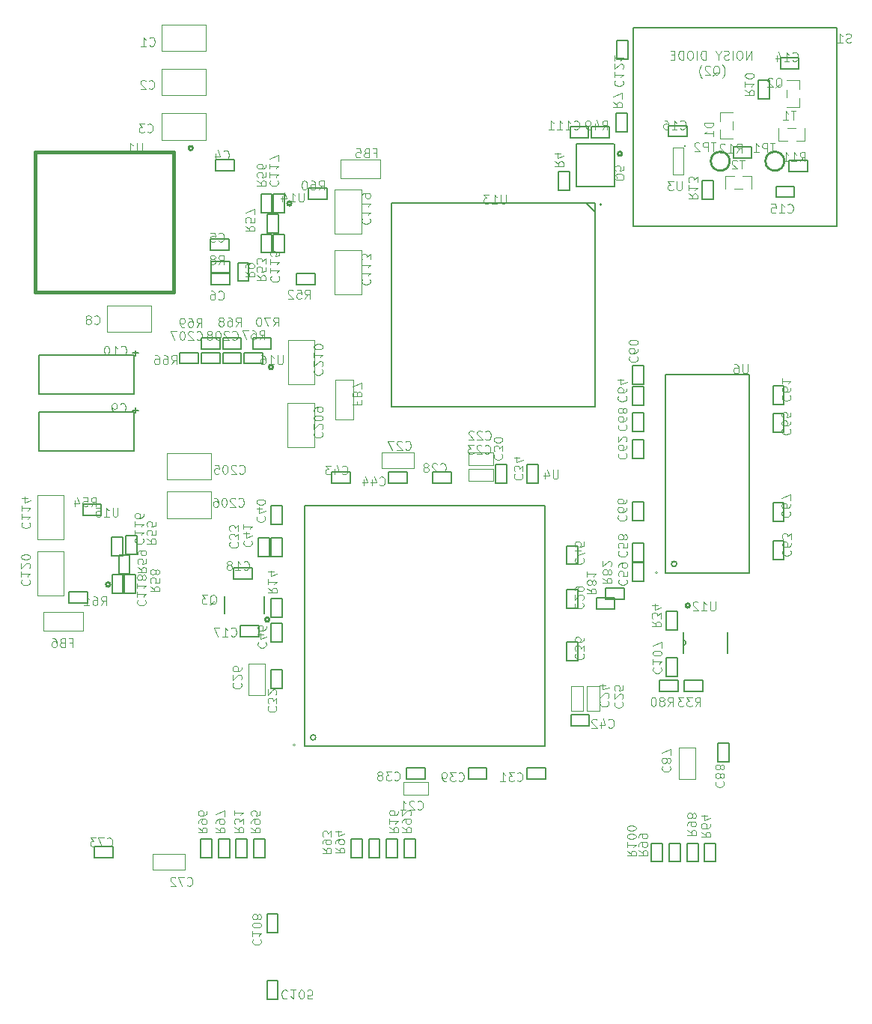
<source format=gbr>
From bb2fdb5a042e3187b37cabe469fb733e1d5c8c38 Mon Sep 17 00:00:00 2001
From: Fredrik Thulin <fredrik@thulin.net>
Date: Tue, 26 Sep 2017 12:18:39 +0200
Subject: init

---
 .../GerberOutput/Cryptech Alpha-B.SilkS.gbr        | 7290 ++++++++++++++++++++
 1 file changed, 7290 insertions(+)
 create mode 100644 rev03-KiCad/GerberOutput/Cryptech Alpha-B.SilkS.gbr

(limited to 'rev03-KiCad/GerberOutput/Cryptech Alpha-B.SilkS.gbr')

diff --git a/rev03-KiCad/GerberOutput/Cryptech Alpha-B.SilkS.gbr b/rev03-KiCad/GerberOutput/Cryptech Alpha-B.SilkS.gbr
new file mode 100644
index 0000000..0c42a27
--- /dev/null
+++ b/rev03-KiCad/GerberOutput/Cryptech Alpha-B.SilkS.gbr	
@@ -0,0 +1,7290 @@
+%TF.GenerationSoftware,KiCad,Pcbnew,no-vcs-found-e46fdb0~60~ubuntu17.04.1*%
+%TF.CreationDate,2017-09-26T11:00:32+02:00*%
+%TF.ProjectId,Cryptech Alpha,437279707465636820416C7068612E6B,rev?*%
+%TF.SameCoordinates,Original*%
+%TF.FileFunction,Legend,Bot*%
+%TF.FilePolarity,Positive*%
+%FSLAX46Y46*%
+G04 Gerber Fmt 4.6, Leading zero omitted, Abs format (unit mm)*
+G04 Created by KiCad (PCBNEW no-vcs-found-e46fdb0~60~ubuntu17.04.1) date Tue Sep 26 11:00:32 2017*
+%MOMM*%
+%LPD*%
+G01*
+G04 APERTURE LIST*
+%ADD10C,0.062500*%
+%ADD11C,0.150000*%
+%ADD12C,0.254000*%
+%ADD13C,0.037500*%
+%ADD14C,0.152400*%
+%ADD15C,0.200000*%
+%ADD16C,0.100000*%
+%ADD17C,0.120000*%
+%ADD18C,0.050000*%
+%ADD19C,0.406400*%
+%ADD20C,0.203200*%
+G04 APERTURE END LIST*
+D10*
+X68728400Y80234800D02*
+G75*
+G02X68728400Y80234800I-125000J0D01*
+G01*
+D11*
+X36391800Y20013600D02*
+G75*
+G02X36391800Y20013600I-300000J0D01*
+G01*
+D10*
+X34066800Y19163600D02*
+G75*
+G02X34066800Y19163600I-125000J0D01*
+G01*
+D12*
+X89382600Y85140800D02*
+G75*
+G02X89382600Y85140800I-1066800J0D01*
+G01*
+X83210400Y85140800D02*
+G75*
+G02X83210400Y85140800I-1066800J0D01*
+G01*
+X13142820Y37287200D02*
+G75*
+G02X13142820Y37287200I-239620J0D01*
+G01*
+X33640620Y80365600D02*
+G75*
+G02X33640620Y80365600I-239620J0D01*
+G01*
+X22490020Y86614000D02*
+G75*
+G02X22490020Y86614000I-239620J0D01*
+G01*
+X31557820Y61849000D02*
+G75*
+G02X31557820Y61849000I-239620J0D01*
+G01*
+X71029420Y85979000D02*
+G75*
+G02X71029420Y85979000I-239620J0D01*
+G01*
+D13*
+X78218400Y86840800D02*
+G75*
+G02X78218400Y86840800I-75000J0D01*
+G01*
+D12*
+X31130420Y33324000D02*
+G75*
+G02X31130420Y33324000I-239620J0D01*
+G01*
+X78690610Y34909000D02*
+G75*
+G02X78690610Y34909000I-230010J0D01*
+G01*
+D14*
+X77952600Y31022800D02*
+G75*
+G02X77952600Y30413200I-12700J-304800D01*
+G01*
+D10*
+X75045400Y38626400D02*
+G75*
+G02X75045400Y38626400I-125000J0D01*
+G01*
+D11*
+X77220400Y39626400D02*
+G75*
+G02X77220400Y39626400I-300000J0D01*
+G01*
+X30875000Y-7450000D02*
+X31375000Y-7450000D01*
+X30875000Y-9550000D02*
+X30875000Y-7450000D01*
+X30875000Y-9550010D02*
+X32125000Y-9550010D01*
+X32125010Y-9550000D02*
+X32125010Y-7450000D01*
+X31375000Y-7450000D02*
+X32125000Y-7450000D01*
+D15*
+X44953400Y57384800D02*
+X67953400Y57384800D01*
+X44953400Y80384800D02*
+X67953400Y80384800D01*
+X44953400Y57384800D02*
+X44953400Y80384800D01*
+X67953400Y57384800D02*
+X67953400Y80384800D01*
+X66953400Y80384800D02*
+X67953400Y79384800D01*
+X35091800Y46213600D02*
+X62291800Y46213600D01*
+X35091800Y19013600D02*
+X62291800Y19013600D01*
+X62291800Y19013600D02*
+X62291800Y46213600D01*
+X35091800Y19013600D02*
+X35091800Y46213600D01*
+D16*
+X83751000Y82053200D02*
+X84651000Y82053200D01*
+X84701000Y83453200D02*
+X85701000Y83453200D01*
+X85701000Y82053200D02*
+X85701000Y83453200D01*
+X82701000Y83453200D02*
+X83701000Y83453200D01*
+X82701000Y82053200D02*
+X82701000Y83453200D01*
+X91720800Y87463400D02*
+X91720800Y88863400D01*
+X90720800Y87463400D02*
+X91720800Y87463400D01*
+X88720800Y87463400D02*
+X88720800Y88863400D01*
+X88720800Y87463400D02*
+X89720800Y87463400D01*
+X89770800Y88863400D02*
+X90670800Y88863400D01*
+X89673200Y92336200D02*
+X89673200Y93236200D01*
+X91073200Y91286200D02*
+X91073200Y92286200D01*
+X89673200Y91286200D02*
+X91073200Y91286200D01*
+X91073200Y93286200D02*
+X91073200Y94286200D01*
+X89673200Y94286200D02*
+X91073200Y94286200D01*
+X82154800Y87679400D02*
+X83554800Y87679400D01*
+X82154800Y87679400D02*
+X82154800Y88679400D01*
+X82154800Y90679400D02*
+X83554800Y90679400D01*
+X82154800Y89679400D02*
+X82154800Y90679400D01*
+X83554800Y88729400D02*
+X83554800Y89629400D01*
+D11*
+X27974010Y62265400D02*
+X27974010Y63015400D01*
+X25874000Y62265390D02*
+X27974000Y62265390D01*
+X25873990Y62265400D02*
+X25873990Y63515400D01*
+X25874000Y63515410D02*
+X27974000Y63515410D01*
+X27974010Y63015400D02*
+X27974010Y63515400D01*
+X25535610Y63015400D02*
+X25535610Y63515400D01*
+X23435600Y63515410D02*
+X25535600Y63515410D01*
+X23435590Y62265400D02*
+X23435590Y63515400D01*
+X23435600Y62265390D02*
+X25535600Y62265390D01*
+X25535610Y62265400D02*
+X25535610Y63015400D01*
+X71200000Y96649990D02*
+X71700000Y96649990D01*
+X71700000Y96650000D02*
+X71700000Y98750000D01*
+X70450000Y98750010D02*
+X71700000Y98750010D01*
+X70449990Y96650000D02*
+X70449990Y98750000D01*
+X70450000Y96649990D02*
+X71200000Y96649990D01*
+X13350000Y36299990D02*
+X14100000Y36299990D01*
+X13350000Y36300000D02*
+X13350000Y38400000D01*
+X13350000Y38400000D02*
+X14600000Y38400000D01*
+X14600010Y36300000D02*
+X14600010Y38400000D01*
+X14100000Y36299990D02*
+X14600000Y36299990D01*
+X31556800Y81441010D02*
+X32056800Y81441010D01*
+X31556790Y79341000D02*
+X31556790Y81441000D01*
+X31556800Y79340990D02*
+X32806800Y79340990D01*
+X32806810Y79341000D02*
+X32806810Y81441000D01*
+X32056800Y81441010D02*
+X32806800Y81441010D01*
+X13825000Y42675000D02*
+X14575000Y42675000D01*
+X14575010Y40575000D02*
+X14575010Y42675000D01*
+X13325000Y40574990D02*
+X14575000Y40574990D01*
+X13324990Y40575000D02*
+X13324990Y42675000D01*
+X13325000Y42675000D02*
+X13825000Y42675000D01*
+X32306800Y74794390D02*
+X32806800Y74794390D01*
+X32806810Y74794400D02*
+X32806810Y76894400D01*
+X31556800Y76894410D02*
+X32806800Y76894410D01*
+X31556790Y74794400D02*
+X31556790Y76894400D01*
+X31556800Y74794390D02*
+X32306800Y74794390D01*
+X67250410Y88567800D02*
+X67250410Y89067800D01*
+X65150400Y89067810D02*
+X67250400Y89067810D01*
+X65150400Y87817800D02*
+X65150400Y89067800D01*
+X65150400Y87817790D02*
+X67250400Y87817790D01*
+X67250410Y87817800D02*
+X67250410Y88567800D01*
+X31359200Y50000D02*
+X32109200Y50000D01*
+X32109200Y-2050000D02*
+X32109200Y50000D01*
+X30859200Y-2050010D02*
+X32109200Y-2050010D01*
+X30859190Y-2050000D02*
+X30859190Y50000D01*
+X30859200Y50000D02*
+X31359200Y50000D01*
+X76807600Y26924790D02*
+X77307600Y26924790D01*
+X77307610Y26924800D02*
+X77307610Y29024800D01*
+X76057600Y29024800D02*
+X77307600Y29024800D01*
+X76057590Y26924800D02*
+X76057590Y29024800D01*
+X76057600Y26924790D02*
+X76807600Y26924790D01*
+X82383380Y19384870D02*
+X83133380Y19384870D01*
+X83133380Y17284860D02*
+X83133380Y19384860D01*
+X81883380Y17284850D02*
+X83133380Y17284850D01*
+X81883370Y17284860D02*
+X81883370Y19384860D01*
+X81883380Y19384870D02*
+X82383380Y19384870D01*
+X13422030Y7191030D02*
+X13422030Y7691020D01*
+X11322020Y7691030D02*
+X13422020Y7691030D01*
+X11322010Y6441020D02*
+X11322010Y7691020D01*
+X11322020Y6441020D02*
+X13422020Y6441020D01*
+X13422030Y6441020D02*
+X13422030Y7191030D01*
+X72222200Y56701410D02*
+X72722200Y56701410D01*
+X72222190Y54601400D02*
+X72222190Y56701400D01*
+X72222200Y54601390D02*
+X73472200Y54601390D01*
+X73472210Y54601400D02*
+X73472210Y56701400D01*
+X72722200Y56701410D02*
+X73472200Y56701410D01*
+X88097200Y44437390D02*
+X88847200Y44437390D01*
+X88097190Y44437400D02*
+X88097190Y46537400D01*
+X88097200Y46537410D02*
+X89347200Y46537410D01*
+X89347210Y44437400D02*
+X89347210Y46537400D01*
+X88847200Y44437390D02*
+X89347200Y44437390D01*
+X72222200Y46592210D02*
+X72722200Y46592210D01*
+X72222190Y44492200D02*
+X72222190Y46592200D01*
+X72222200Y44492190D02*
+X73472200Y44492190D01*
+X73472210Y44492200D02*
+X73472210Y46592200D01*
+X72722200Y46592210D02*
+X73472200Y46592210D01*
+X88097200Y54495790D02*
+X88847200Y54495790D01*
+X88097190Y54495800D02*
+X88097190Y56595800D01*
+X88097200Y56595810D02*
+X89347200Y56595810D01*
+X89347210Y54495800D02*
+X89347210Y56595800D01*
+X88847200Y54495790D02*
+X89347200Y54495790D01*
+X72222200Y59647810D02*
+X72722200Y59647810D01*
+X72222190Y57547800D02*
+X72222190Y59647800D01*
+X72222200Y57547790D02*
+X73472200Y57547790D01*
+X73472210Y57547800D02*
+X73472210Y59647800D01*
+X72722200Y59647810D02*
+X73472200Y59647810D01*
+X88597200Y42198010D02*
+X89347200Y42198010D01*
+X89347210Y40098000D02*
+X89347210Y42198000D01*
+X88097200Y40097990D02*
+X89347200Y40097990D01*
+X88097190Y40098000D02*
+X88097190Y42198000D01*
+X88097200Y42198010D02*
+X88597200Y42198010D01*
+X72222200Y53678810D02*
+X72722200Y53678810D01*
+X72222190Y51578800D02*
+X72222190Y53678800D01*
+X72222200Y51578790D02*
+X73472200Y51578790D01*
+X73472210Y51578800D02*
+X73472210Y53678800D01*
+X72722200Y53678810D02*
+X73472200Y53678810D01*
+X88097200Y57615990D02*
+X88847200Y57615990D01*
+X88097190Y57616000D02*
+X88097190Y59716000D01*
+X88097200Y59716000D02*
+X89347200Y59716000D01*
+X89347210Y57616000D02*
+X89347210Y59716000D01*
+X88847200Y57615990D02*
+X89347200Y57615990D01*
+X72972200Y59906790D02*
+X73472200Y59906790D01*
+X73472210Y59906800D02*
+X73472210Y62006800D01*
+X72222200Y62006810D02*
+X73472200Y62006810D01*
+X72222190Y59906800D02*
+X72222190Y62006800D01*
+X72222200Y59906790D02*
+X72972200Y59906790D01*
+X72722200Y39732610D02*
+X73472200Y39732610D01*
+X73472210Y37632600D02*
+X73472210Y39732600D01*
+X72222200Y37632590D02*
+X73472200Y37632590D01*
+X72222190Y37632600D02*
+X72222190Y39732600D01*
+X72222200Y39732610D02*
+X72722200Y39732610D01*
+X72947200Y39842390D02*
+X73447200Y39842390D01*
+X73447200Y39842400D02*
+X73447200Y41942400D01*
+X72197200Y41942410D02*
+X73447200Y41942410D01*
+X72197190Y39842400D02*
+X72197190Y41942400D01*
+X72197200Y39842390D02*
+X72947200Y39842390D01*
+X31302800Y32927010D02*
+X31802800Y32927010D01*
+X31302790Y30827000D02*
+X31302790Y32927000D01*
+X31302800Y30826990D02*
+X32552800Y30826990D01*
+X32552810Y30827000D02*
+X32552810Y32927000D01*
+X31802800Y32927010D02*
+X32552800Y32927010D01*
+X64805400Y39564590D02*
+X65555400Y39564590D01*
+X64805390Y39564600D02*
+X64805390Y41664600D01*
+X64805400Y41664610D02*
+X66055400Y41664610D01*
+X66055410Y39564600D02*
+X66055410Y41664600D01*
+X65555400Y39564590D02*
+X66055400Y39564590D01*
+X46693810Y49477200D02*
+X46693810Y49977200D01*
+X44593800Y49977210D02*
+X46693800Y49977210D01*
+X44593790Y48727200D02*
+X44593790Y49977200D01*
+X44593800Y48727190D02*
+X46693800Y48727190D01*
+X46693810Y48727200D02*
+X46693810Y49477200D01*
+X38167590Y49227200D02*
+X38167590Y49977200D01*
+X38167600Y49977210D02*
+X40267600Y49977210D01*
+X40267610Y48727200D02*
+X40267610Y49977200D01*
+X38167600Y48727190D02*
+X40267600Y48727190D01*
+X38167590Y48727200D02*
+X38167590Y49227200D01*
+X65243990Y21346000D02*
+X65243990Y21846000D01*
+X65244000Y21345990D02*
+X67344000Y21345990D01*
+X67344010Y21346000D02*
+X67344010Y22596000D01*
+X65244000Y22596010D02*
+X67344000Y22596010D01*
+X65243990Y21846000D02*
+X65243990Y22596000D01*
+X31302800Y40428190D02*
+X32052800Y40428190D01*
+X31302790Y40428200D02*
+X31302790Y42528200D01*
+X31302800Y42528210D02*
+X32552800Y42528210D01*
+X32552810Y40428200D02*
+X32552810Y42528200D01*
+X32052800Y40428190D02*
+X32552800Y40428190D01*
+X31302800Y46185810D02*
+X31802800Y46185810D01*
+X31302790Y44085800D02*
+X31302790Y46185800D01*
+X31302800Y44085790D02*
+X32552800Y44085790D01*
+X32552810Y44085800D02*
+X32552810Y46185800D01*
+X31802800Y46185810D02*
+X32552800Y46185810D01*
+X53636190Y15826200D02*
+X53636190Y16576200D01*
+X53636200Y16576210D02*
+X55736200Y16576210D01*
+X55736210Y15326200D02*
+X55736210Y16576200D01*
+X53636200Y15326190D02*
+X55736200Y15326190D01*
+X53636190Y15326200D02*
+X53636190Y15826200D01*
+X46676590Y15326200D02*
+X46676590Y15826200D01*
+X46676600Y15326190D02*
+X48776600Y15326190D01*
+X48776610Y15326200D02*
+X48776610Y16576200D01*
+X46676600Y16576210D02*
+X48776600Y16576210D01*
+X46676590Y15826200D02*
+X46676590Y16576200D01*
+X65555400Y28693390D02*
+X66055400Y28693390D01*
+X66055410Y28693400D02*
+X66055410Y30793400D01*
+X64805400Y30793410D02*
+X66055400Y30793410D01*
+X64805390Y28693400D02*
+X64805390Y30793400D01*
+X64805400Y28693390D02*
+X65555400Y28693390D01*
+X61059600Y48733990D02*
+X61559600Y48733990D01*
+X61559610Y48734000D02*
+X61559610Y50834000D01*
+X60309600Y50834010D02*
+X61559600Y50834010D01*
+X60309590Y48734000D02*
+X60309590Y50834000D01*
+X60309600Y48733990D02*
+X61059600Y48733990D01*
+X29905800Y40428190D02*
+X30655800Y40428190D01*
+X29905790Y40428200D02*
+X29905790Y42528200D01*
+X29905800Y42528210D02*
+X31155800Y42528210D01*
+X31155810Y40428200D02*
+X31155810Y42528200D01*
+X30655800Y40428190D02*
+X31155800Y40428190D01*
+X31302800Y27669210D02*
+X31802800Y27669210D01*
+X31302790Y25569200D02*
+X31302790Y27669200D01*
+X31302800Y25569190D02*
+X32552800Y25569190D01*
+X32552810Y25569200D02*
+X32552810Y27669200D01*
+X31802800Y27669210D02*
+X32552800Y27669210D01*
+X60290990Y15826200D02*
+X60290990Y16576200D01*
+X60291000Y16576210D02*
+X62391000Y16576210D01*
+X62391010Y15326200D02*
+X62391010Y16576200D01*
+X60291000Y15326190D02*
+X62391000Y15326190D01*
+X60290990Y15326200D02*
+X60290990Y15826200D01*
+X57478200Y48733990D02*
+X57978200Y48733990D01*
+X57978210Y48734000D02*
+X57978210Y50834000D01*
+X56728200Y50834010D02*
+X57978200Y50834010D01*
+X56728190Y48734000D02*
+X56728190Y50834000D01*
+X56728200Y48733990D02*
+X57478200Y48733990D01*
+X65305400Y36711610D02*
+X66055400Y36711610D01*
+X66055410Y34611600D02*
+X66055410Y36711600D01*
+X64805400Y34611590D02*
+X66055400Y34611590D01*
+X64805390Y34611600D02*
+X64805390Y36711600D01*
+X64805400Y36711610D02*
+X65305400Y36711610D01*
+X51697610Y49477200D02*
+X51697610Y49977200D01*
+X49597600Y49977210D02*
+X51697600Y49977210D01*
+X49597590Y48727200D02*
+X49597590Y49977200D01*
+X49597600Y48727190D02*
+X51697600Y48727190D01*
+X51697610Y48727200D02*
+X51697610Y49477200D01*
+X29225010Y37925000D02*
+X29225010Y38675000D01*
+X27125000Y37924990D02*
+X29225000Y37924990D01*
+X27125000Y37925000D02*
+X27125000Y39175000D01*
+X27125000Y39175000D02*
+X29225000Y39175000D01*
+X29225010Y38675000D02*
+X29225010Y39175000D01*
+X27874990Y31425000D02*
+X27874990Y31925000D01*
+X27875000Y31424990D02*
+X29975000Y31424990D01*
+X29975000Y31425000D02*
+X29975000Y32675000D01*
+X27875000Y32675000D02*
+X29975000Y32675000D01*
+X27874990Y31925000D02*
+X27874990Y32675000D01*
+X78393010Y87919400D02*
+X78393010Y88669400D01*
+X76293000Y87919390D02*
+X78393000Y87919390D01*
+X76292990Y87919400D02*
+X76292990Y89169400D01*
+X76293000Y89169410D02*
+X78393000Y89169410D01*
+X78393010Y88669400D02*
+X78393010Y89169400D01*
+X90534210Y81811400D02*
+X90534210Y82311400D01*
+X88434200Y82311410D02*
+X90534200Y82311410D01*
+X88434190Y81061400D02*
+X88434190Y82311400D01*
+X88434200Y81061390D02*
+X90534200Y81061390D01*
+X90534210Y81061400D02*
+X90534210Y81811400D01*
+X91042210Y95590200D02*
+X91042210Y96340200D01*
+X88942200Y95590190D02*
+X91042200Y95590190D01*
+X88942190Y95590200D02*
+X88942190Y96840200D01*
+X88942200Y96840210D02*
+X91042200Y96840210D01*
+X91042210Y96340200D02*
+X91042210Y96840200D01*
+X24527790Y71206200D02*
+X24527790Y71706200D01*
+X24527800Y71206190D02*
+X26627800Y71206190D01*
+X26627810Y71206200D02*
+X26627810Y72456200D01*
+X24527800Y72456210D02*
+X26627800Y72456210D01*
+X24527790Y71706200D02*
+X24527790Y72456200D01*
+X24499990Y75600000D02*
+X24499990Y76350000D01*
+X24500000Y76350000D02*
+X26600000Y76350000D01*
+X26600010Y75100000D02*
+X26600010Y76350000D01*
+X24500000Y75099990D02*
+X26600000Y75099990D01*
+X24499990Y75100000D02*
+X24499990Y75600000D01*
+X25050000Y84075000D02*
+X25050000Y84575000D01*
+X25050000Y84075000D02*
+X27150000Y84075000D01*
+X27150010Y84075000D02*
+X27150010Y85325000D01*
+X25050000Y85325010D02*
+X27150000Y85325010D01*
+X25050000Y84575000D02*
+X25050000Y85325000D01*
+D17*
+X67792600Y22984000D02*
+X68492600Y22984000D01*
+X68492600Y22984000D02*
+X68492600Y25784000D01*
+X67092600Y25784000D02*
+X68492600Y25784000D01*
+X67092600Y22984000D02*
+X67092600Y25784000D01*
+X67092600Y22984000D02*
+X67792600Y22984000D01*
+X65263800Y22984000D02*
+X65963800Y22984000D01*
+X65263800Y22984000D02*
+X65263800Y25784000D01*
+X65263800Y25784000D02*
+X66663800Y25784000D01*
+X66663800Y22984000D02*
+X66663800Y25784000D01*
+X65963800Y22984000D02*
+X66663800Y22984000D01*
+X56467200Y49682400D02*
+X56467200Y50382400D01*
+X53667200Y50382400D02*
+X56467200Y50382400D01*
+X53667200Y48982400D02*
+X53667200Y50382400D01*
+X53667200Y48982400D02*
+X56467200Y48982400D01*
+X56467200Y48982400D02*
+X56467200Y49682400D01*
+X56467200Y50811200D02*
+X56467200Y51511200D01*
+X53667200Y50811200D02*
+X56467200Y50811200D01*
+X53667200Y50811200D02*
+X53667200Y52211200D01*
+X53667200Y52211200D02*
+X56467200Y52211200D01*
+X56467200Y51511200D02*
+X56467200Y52211200D01*
+X46326600Y13549400D02*
+X46326600Y14249400D01*
+X46326600Y13549400D02*
+X49126600Y13549400D01*
+X49126600Y13549400D02*
+X49126600Y14949400D01*
+X46326600Y14949400D02*
+X49126600Y14949400D01*
+X46326600Y14249400D02*
+X46326600Y14949400D01*
+X78403810Y15270950D02*
+X79303810Y15270950D01*
+X79303810Y15270950D02*
+X79303810Y18870960D01*
+X77503810Y18870960D02*
+X79303810Y18870960D01*
+X77503810Y15270950D02*
+X77503810Y18870960D01*
+X77503810Y15270950D02*
+X78403810Y15270950D01*
+X17975860Y5061430D02*
+X17975860Y5961430D01*
+X17975860Y5061430D02*
+X21575860Y5061430D01*
+X21575860Y5061430D02*
+X21575860Y6861430D01*
+X17975860Y6861430D02*
+X21575860Y6861430D01*
+X17975860Y5961430D02*
+X17975860Y6861430D01*
+X47494600Y50433400D02*
+X47494600Y51333400D01*
+X43894600Y50433400D02*
+X47494600Y50433400D01*
+X43894600Y50433400D02*
+X43894600Y52233400D01*
+X43894600Y52233400D02*
+X47494600Y52233400D01*
+X47494600Y51333400D02*
+X47494600Y52233400D01*
+X28818000Y28368400D02*
+X29718000Y28368400D01*
+X28818000Y24768400D02*
+X28818000Y28368400D01*
+X28818000Y24768400D02*
+X30618000Y24768400D01*
+X30618000Y24768400D02*
+X30618000Y28368400D01*
+X29718000Y28368400D02*
+X30618000Y28368400D01*
+D18*
+X38574000Y55966800D02*
+X40674000Y55966800D01*
+X40674000Y55966800D02*
+X40674000Y60466800D01*
+X38574000Y60466800D02*
+X40674000Y60466800D01*
+X38574000Y55966800D02*
+X38574000Y60466800D01*
+X5547800Y34197000D02*
+X10047800Y34197000D01*
+X10047800Y32097000D02*
+X10047800Y34197000D01*
+X5547800Y32097000D02*
+X10047800Y32097000D01*
+X5547800Y32097000D02*
+X5547800Y34197000D01*
+X39202800Y83227200D02*
+X39202800Y85327200D01*
+X39202800Y83227200D02*
+X43702800Y83227200D01*
+X43702800Y83227200D02*
+X43702800Y85327200D01*
+X39202800Y85327200D02*
+X43702800Y85327200D01*
+D17*
+X34747200Y59907800D02*
+X36247200Y59907800D01*
+X36247200Y59907800D02*
+X36247200Y64907800D01*
+X33247200Y64907800D02*
+X36247200Y64907800D01*
+X33247200Y59907800D02*
+X33247200Y64907800D01*
+X33247200Y59907800D02*
+X34747200Y59907800D01*
+X34696400Y57846600D02*
+X36196400Y57846600D01*
+X36196400Y52846600D02*
+X36196400Y57846600D01*
+X33196400Y52846600D02*
+X36196400Y52846600D01*
+X33196400Y52846600D02*
+X33196400Y57846600D01*
+X33196400Y57846600D02*
+X34696400Y57846600D01*
+X19547200Y44778800D02*
+X19547200Y46278800D01*
+X19547200Y44778800D02*
+X24547200Y44778800D01*
+X24547200Y44778800D02*
+X24547200Y47778800D01*
+X19547200Y47778800D02*
+X24547200Y47778800D01*
+X19547200Y46278800D02*
+X19547200Y47778800D01*
+X19547200Y50647600D02*
+X19547200Y52147600D01*
+X19547200Y52147600D02*
+X24547200Y52147600D01*
+X24547200Y49147600D02*
+X24547200Y52147600D01*
+X19547200Y49147600D02*
+X24547200Y49147600D01*
+X19547200Y49147600D02*
+X19547200Y50647600D01*
+X4900800Y36082600D02*
+X6400800Y36082600D01*
+X4900800Y36082600D02*
+X4900800Y41082600D01*
+X4900800Y41082600D02*
+X7900800Y41082600D01*
+X7900800Y36082600D02*
+X7900800Y41082600D01*
+X6400800Y36082600D02*
+X7900800Y36082600D01*
+X38555800Y81900400D02*
+X40055800Y81900400D01*
+X38555800Y76900400D02*
+X38555800Y81900400D01*
+X38555800Y76900400D02*
+X41555800Y76900400D01*
+X41555800Y76900400D02*
+X41555800Y81900400D01*
+X40055800Y81900400D02*
+X41555800Y81900400D01*
+X6400800Y47432600D02*
+X7900800Y47432600D01*
+X7900800Y42432600D02*
+X7900800Y47432600D01*
+X4900800Y42432600D02*
+X7900800Y42432600D01*
+X4900800Y42432600D02*
+X4900800Y47432600D01*
+X4900800Y47432600D02*
+X6400800Y47432600D01*
+X40055800Y70118600D02*
+X41555800Y70118600D01*
+X41555800Y70118600D02*
+X41555800Y75118600D01*
+X38555800Y75118600D02*
+X41555800Y75118600D01*
+X38555800Y70118600D02*
+X38555800Y75118600D01*
+X38555800Y70118600D02*
+X40055800Y70118600D01*
+X17790800Y65835400D02*
+X17790800Y67335400D01*
+X12790800Y65835400D02*
+X17790800Y65835400D01*
+X12790800Y65835400D02*
+X12790800Y68835400D01*
+X12790800Y68835400D02*
+X17790800Y68835400D01*
+X17790800Y67335400D02*
+X17790800Y68835400D01*
+X18963000Y87552400D02*
+X18963000Y89052400D01*
+X18963000Y87552400D02*
+X23963000Y87552400D01*
+X23963000Y87552400D02*
+X23963000Y90552400D01*
+X18963000Y90552400D02*
+X23963000Y90552400D01*
+X18963000Y89052400D02*
+X18963000Y90552400D01*
+X18963000Y94068900D02*
+X18963000Y95568900D01*
+X18963000Y95568900D02*
+X23963000Y95568900D01*
+X23963000Y92568900D02*
+X23963000Y95568900D01*
+X18963000Y92568900D02*
+X23963000Y92568900D01*
+X18963000Y92568900D02*
+X18963000Y94068900D01*
+X18963000Y97585400D02*
+X18963000Y99085400D01*
+X18963000Y97585400D02*
+X23963000Y97585400D01*
+X23963000Y97585400D02*
+X23963000Y100585400D01*
+X18963000Y100585400D02*
+X23963000Y100585400D01*
+X18963000Y99085400D02*
+X18963000Y100585400D01*
+D11*
+X15814800Y61061600D02*
+X15814800Y63261600D01*
+X5114800Y63261600D02*
+X15814800Y63261600D01*
+X5114800Y58861600D02*
+X5114800Y63261600D01*
+X5114800Y58861600D02*
+X15814800Y58861600D01*
+X15814800Y58861600D02*
+X15814800Y61061600D01*
+X15994800Y63161600D02*
+X15994800Y63761600D01*
+X15694800Y63461600D02*
+X16294800Y63461600D01*
+X15694800Y56984600D02*
+X16294800Y56984600D01*
+X15994800Y56684600D02*
+X15994800Y57284600D01*
+X15814800Y52384600D02*
+X15814800Y54584600D01*
+X5114800Y52384600D02*
+X15814800Y52384600D01*
+X5114800Y52384600D02*
+X5114800Y56784600D01*
+X5114800Y56784600D02*
+X15814800Y56784600D01*
+X15814800Y54584600D02*
+X15814800Y56784600D01*
+D19*
+X20320000Y70332600D02*
+X20320000Y86182800D01*
+X4673600Y86182800D02*
+X20320000Y86182800D01*
+X4673600Y70332600D02*
+X4673600Y86182800D01*
+X4673600Y70332600D02*
+X20320000Y70332600D01*
+D20*
+X65836800Y82245200D02*
+X70154800Y82245200D01*
+X70154800Y82245200D02*
+X70154800Y87122000D01*
+X65836800Y82245200D02*
+X65836800Y87122000D01*
+X65836800Y87122000D02*
+X70129400Y87122000D01*
+D17*
+X76768400Y83640800D02*
+X76768400Y86640800D01*
+X77968400Y83640800D02*
+X77968400Y86640800D01*
+X76768400Y83640800D02*
+X77968400Y83640800D01*
+X76768400Y86640800D02*
+X77968400Y86640800D01*
+D11*
+X30567600Y33986800D02*
+X30567600Y35991000D01*
+X26064800Y33986800D02*
+X26064800Y35991000D01*
+D14*
+X82931000Y29549600D02*
+X82931000Y31886400D01*
+X77952600Y29549600D02*
+X77952600Y31022800D01*
+X77952600Y31022800D02*
+X77952600Y31886400D01*
+D11*
+X75000000Y5949990D02*
+X75625000Y5949990D01*
+X75625000Y5950000D02*
+X75625000Y8050000D01*
+X74375000Y8050000D02*
+X75625000Y8050000D01*
+X74375000Y8050000D02*
+X74375010Y5950000D01*
+X74375000Y5949990D02*
+X75000000Y5949990D01*
+X76375000Y5949990D02*
+X77000000Y5949990D01*
+X76375000Y8050000D02*
+X76375010Y5950000D01*
+X76375000Y8050000D02*
+X77625000Y8050000D01*
+X77625000Y5950000D02*
+X77625000Y8050000D01*
+X77000000Y5949990D02*
+X77625000Y5949990D01*
+X79000000Y5949990D02*
+X79625000Y5949990D01*
+X79625000Y5950000D02*
+X79625000Y8050000D01*
+X78375000Y8050000D02*
+X79625000Y8050000D01*
+X78375000Y8050000D02*
+X78375010Y5950000D01*
+X78375000Y5949990D02*
+X79000000Y5949990D01*
+X25375000Y6449990D02*
+X26000000Y6449990D01*
+X25375000Y8550000D02*
+X25375010Y6450000D01*
+X25375000Y8550000D02*
+X26625000Y8550000D01*
+X26625000Y6450000D02*
+X26625000Y8550000D01*
+X26000000Y6449990D02*
+X26625000Y6449990D01*
+X24000000Y6449990D02*
+X24625000Y6449990D01*
+X24625000Y6450000D02*
+X24625000Y8550000D01*
+X23375000Y8550000D02*
+X24625000Y8550000D01*
+X23375000Y8550000D02*
+X23375010Y6450000D01*
+X23375000Y6449990D02*
+X24000000Y6449990D01*
+X29375000Y6449990D02*
+X30000000Y6449990D01*
+X29375000Y8550000D02*
+X29375010Y6450000D01*
+X29375000Y8550000D02*
+X30625000Y8550000D01*
+X30625000Y6450000D02*
+X30625000Y8550000D01*
+X30000000Y6449990D02*
+X30625000Y6449990D01*
+X43000000Y6449990D02*
+X43625000Y6449990D01*
+X43625000Y6450000D02*
+X43625000Y8550000D01*
+X42375000Y8550000D02*
+X43625000Y8550000D01*
+X42375000Y8550000D02*
+X42375010Y6450000D01*
+X42375000Y6449990D02*
+X43000000Y6449990D01*
+X40375000Y6449990D02*
+X41000000Y6449990D01*
+X40375000Y8550000D02*
+X40375010Y6450000D01*
+X40375000Y8550000D02*
+X41625000Y8550000D01*
+X41625000Y6450000D02*
+X41625000Y8550000D01*
+X41000000Y6449990D02*
+X41625000Y6449990D01*
+X47000000Y6449990D02*
+X47625000Y6449990D01*
+X47625000Y6450000D02*
+X47625000Y8550000D01*
+X46375000Y8550000D02*
+X47625000Y8550000D01*
+X46375000Y8550000D02*
+X46375010Y6450000D01*
+X46375000Y6449990D02*
+X47000000Y6449990D01*
+X69155590Y35604800D02*
+X69155590Y36229800D01*
+X69155600Y35604800D02*
+X71255600Y35604800D01*
+X71255600Y35604800D02*
+X71255600Y36854800D01*
+X69155600Y36854790D02*
+X71255600Y36854800D01*
+X69155590Y36229800D02*
+X69155590Y36854800D01*
+X70225010Y34525000D02*
+X70225010Y35150000D01*
+X68125000Y34525000D02*
+X70225000Y34525010D01*
+X68125000Y34525000D02*
+X68125000Y35775000D01*
+X68125000Y35775000D02*
+X70225000Y35775000D01*
+X70225010Y35150000D02*
+X70225010Y35775000D01*
+X75276990Y25216200D02*
+X75276990Y25841200D01*
+X75277000Y25216200D02*
+X77377000Y25216200D01*
+X77377000Y25216200D02*
+X77377000Y26466200D01*
+X75277000Y26466190D02*
+X77377000Y26466200D01*
+X75276990Y25841200D02*
+X75276990Y26466200D01*
+X31352210Y63941800D02*
+X31352210Y64566800D01*
+X29252200Y63941800D02*
+X31352200Y63941810D01*
+X29252200Y63941800D02*
+X29252200Y65191800D01*
+X29252200Y65191800D02*
+X31352200Y65191800D01*
+X31352210Y64566800D02*
+X31352210Y65191800D01*
+X23435590Y63941800D02*
+X23435590Y64566800D01*
+X23435600Y63941800D02*
+X25535600Y63941800D01*
+X25535600Y63941800D02*
+X25535600Y65191800D01*
+X23435600Y65191790D02*
+X25535600Y65191800D01*
+X23435590Y64566800D02*
+X23435590Y65191800D01*
+X25873990Y64566800D02*
+X25873990Y65191800D01*
+X25874000Y65191790D02*
+X27974000Y65191800D01*
+X27974000Y63941800D02*
+X27974000Y65191800D01*
+X25874000Y63941800D02*
+X27974000Y63941800D01*
+X25873990Y63941800D02*
+X25873990Y64566800D01*
+X28261590Y62265400D02*
+X28261590Y62890400D01*
+X28261600Y62265400D02*
+X30361600Y62265400D01*
+X30361600Y62265400D02*
+X30361600Y63515400D01*
+X28261600Y63515390D02*
+X30361600Y63515400D01*
+X28261590Y62890400D02*
+X28261590Y63515400D01*
+X21022590Y62890400D02*
+X21022590Y63515400D01*
+X21022600Y63515390D02*
+X23122600Y63515400D01*
+X23122600Y62265400D02*
+X23122600Y63515400D01*
+X21022600Y62265400D02*
+X23122600Y62265400D01*
+X21022590Y62265400D02*
+X21022590Y62890400D01*
+X80375000Y5949990D02*
+X81000000Y5949990D01*
+X80375000Y8050000D02*
+X80375010Y5950000D01*
+X80375000Y8050000D02*
+X81625000Y8050000D01*
+X81625000Y5950000D02*
+X81625000Y8050000D01*
+X81000000Y5949990D02*
+X81625000Y5949990D01*
+X10575010Y35864800D02*
+X10575010Y36489800D01*
+X8475000Y36489800D02*
+X10575000Y36489800D01*
+X8475000Y35239800D02*
+X8475000Y36489800D01*
+X8475000Y35239800D02*
+X10575000Y35239810D01*
+X10575010Y35239800D02*
+X10575010Y35864800D01*
+X35549990Y81475000D02*
+X35549990Y82100000D01*
+X35550000Y82099990D02*
+X37650000Y82100000D01*
+X37650000Y80850000D02*
+X37650000Y82100000D01*
+X35550000Y80850000D02*
+X37650000Y80850000D01*
+X35549990Y80850000D02*
+X35549990Y81475000D01*
+X14107000Y40597810D02*
+X14732000Y40597810D01*
+X14107000Y38497800D02*
+X14107000Y40597800D01*
+X14107000Y38497800D02*
+X15357000Y38497800D01*
+X15356990Y40597800D02*
+X15357000Y38497800D01*
+X14732000Y40597810D02*
+X15357000Y40597810D01*
+X15367000Y38388010D02*
+X15992000Y38388010D01*
+X15991990Y38388000D02*
+X15992000Y36288000D01*
+X14742000Y36288000D02*
+X15992000Y36288000D01*
+X14742000Y36288000D02*
+X14742000Y38388000D01*
+X14742000Y38388010D02*
+X15367000Y38388010D01*
+X31546800Y77054990D02*
+X32171800Y77054990D01*
+X32171800Y77055000D02*
+X32171800Y79155000D01*
+X30921800Y79155000D02*
+X32171800Y79155000D01*
+X30921800Y79155000D02*
+X30921810Y77055000D01*
+X30921800Y77054990D02*
+X31546800Y77054990D01*
+X30185200Y79340990D02*
+X30810200Y79340990D01*
+X30185200Y81441000D02*
+X30185210Y79341000D01*
+X30185200Y81441000D02*
+X31435200Y81441000D01*
+X31435200Y79341000D02*
+X31435200Y81441000D01*
+X30810200Y79340990D02*
+X31435200Y79340990D01*
+X15519400Y40682190D02*
+X16144400Y40682190D01*
+X16144400Y40682200D02*
+X16144400Y42782200D01*
+X14894400Y42782200D02*
+X16144400Y42782200D01*
+X14894400Y42782200D02*
+X14894410Y40682200D01*
+X14894400Y40682190D02*
+X15519400Y40682190D01*
+X12141810Y45095000D02*
+X12141810Y45720000D01*
+X10041800Y45095000D02*
+X12141800Y45095010D01*
+X10041800Y45095000D02*
+X10041800Y46345000D01*
+X10041800Y46345000D02*
+X12141800Y46345000D01*
+X12141810Y45720000D02*
+X12141810Y46345000D01*
+X30185200Y76894410D02*
+X30810200Y76894410D01*
+X30185200Y74794400D02*
+X30185200Y76894400D01*
+X30185200Y74794400D02*
+X31435200Y74794400D01*
+X31435190Y76894400D02*
+X31435200Y74794400D01*
+X30810200Y76894410D02*
+X31435200Y76894410D01*
+X34179790Y71805800D02*
+X34179790Y72430800D01*
+X34179800Y72430790D02*
+X36279800Y72430800D01*
+X36279800Y71180800D02*
+X36279800Y72430800D01*
+X34179800Y71180800D02*
+X36279800Y71180800D01*
+X34179790Y71180800D02*
+X34179790Y71805800D01*
+X69630010Y88442800D02*
+X69630010Y89067800D01*
+X67530000Y89067800D02*
+X69630000Y89067800D01*
+X67530000Y87817800D02*
+X67530000Y89067800D01*
+X67530000Y87817800D02*
+X69630000Y87817810D01*
+X69630010Y87817800D02*
+X69630010Y88442800D01*
+X76675000Y34250010D02*
+X77300000Y34250010D01*
+X77299990Y34250000D02*
+X77300000Y32150000D01*
+X76050000Y32150000D02*
+X77300000Y32150000D01*
+X76050000Y32150000D02*
+X76050000Y34250000D01*
+X76050000Y34250010D02*
+X76675000Y34250010D01*
+X78096390Y25216200D02*
+X78096390Y25841200D01*
+X78096400Y25216200D02*
+X80196400Y25216200D01*
+X80196400Y25216200D02*
+X80196400Y26466200D01*
+X78096400Y26466190D02*
+X80196400Y26466200D01*
+X78096390Y25841200D02*
+X78096390Y26466200D01*
+X28000000Y6449990D02*
+X28625000Y6449990D01*
+X28625000Y6450000D02*
+X28625000Y8550000D01*
+X27375000Y8550000D02*
+X28625000Y8550000D01*
+X27375000Y8550000D02*
+X27375010Y6450000D01*
+X27375000Y6449990D02*
+X28000000Y6449990D01*
+X44375000Y6449990D02*
+X45000000Y6449990D01*
+X44375000Y8550000D02*
+X44375010Y6450000D01*
+X44375000Y8550000D02*
+X45625000Y8550000D01*
+X45625000Y6450000D02*
+X45625000Y8550000D01*
+X45000000Y6449990D02*
+X45625000Y6449990D01*
+X31927800Y35721010D02*
+X32552800Y35721010D01*
+X32552790Y35721000D02*
+X32552800Y33621000D01*
+X31302800Y33621000D02*
+X32552800Y33621000D01*
+X31302800Y33621000D02*
+X31302800Y35721000D01*
+X31302800Y35721010D02*
+X31927800Y35721010D01*
+X80070800Y82939610D02*
+X80695800Y82939610D01*
+X80070800Y80839600D02*
+X80070800Y82939600D01*
+X80070800Y80839600D02*
+X81320800Y80839600D01*
+X81320790Y82939600D02*
+X81320800Y80839600D01*
+X80695800Y82939610D02*
+X81320800Y82939610D01*
+X85708210Y85481000D02*
+X85708210Y86106000D01*
+X83608200Y85481000D02*
+X85708200Y85481010D01*
+X83608200Y85481000D02*
+X83608200Y86731000D01*
+X83608200Y86731000D02*
+X85708200Y86731000D01*
+X85708210Y86106000D02*
+X85708210Y86731000D01*
+X92032810Y84632800D02*
+X92032810Y85257800D01*
+X89932800Y85257800D02*
+X92032800Y85257800D01*
+X89932800Y84007800D02*
+X89932800Y85257800D01*
+X89932800Y84007800D02*
+X92032800Y84007810D01*
+X92032810Y84007800D02*
+X92032810Y84632800D01*
+X86471600Y92193390D02*
+X87096600Y92193390D01*
+X86471600Y94293400D02*
+X86471610Y92193400D01*
+X86471600Y94293400D02*
+X87721600Y94293400D01*
+X87721600Y92193400D02*
+X87721600Y94293400D01*
+X87096600Y92193390D02*
+X87721600Y92193390D01*
+X28194000Y71568590D02*
+X28819000Y71568590D01*
+X28819000Y71568600D02*
+X28819000Y73668600D01*
+X27569000Y73668600D02*
+X28819000Y73668600D01*
+X27569000Y73668600D02*
+X27569010Y71568600D01*
+X27569000Y71568590D02*
+X28194000Y71568590D01*
+X26627810Y72552400D02*
+X26627810Y73177400D01*
+X24527800Y72552400D02*
+X26627800Y72552410D01*
+X24527800Y72552400D02*
+X24527800Y73802400D01*
+X24527800Y73802400D02*
+X26627800Y73802400D01*
+X26627810Y73177400D02*
+X26627810Y73802400D01*
+X71000000Y88449990D02*
+X71625000Y88449990D01*
+X71625000Y88450000D02*
+X71625000Y90550000D01*
+X70375000Y90550000D02*
+X71625000Y90550000D01*
+X70375000Y90550000D02*
+X70375010Y88450000D01*
+X70375000Y88449990D02*
+X71000000Y88449990D01*
+X63865600Y81880990D02*
+X64490600Y81880990D01*
+X63865600Y83981000D02*
+X63865610Y81881000D01*
+X63865600Y83981000D02*
+X65115600Y83981000D01*
+X65115600Y81881000D02*
+X65115600Y83981000D01*
+X64490600Y81880990D02*
+X65115600Y81880990D01*
+D15*
+X75920400Y38626400D02*
+X75920400Y61026400D01*
+X85420400Y38626400D02*
+X85420400Y61026400D01*
+X75920400Y38626400D02*
+X85420400Y38626400D01*
+X75920400Y61026400D02*
+X85420400Y61026400D01*
+X72320000Y77745400D02*
+X95320000Y77745400D01*
+X72320000Y77745400D02*
+X72320000Y100245400D01*
+X72320000Y100245400D02*
+X95320000Y100245400D01*
+X95320000Y77745400D02*
+X95320000Y100245400D01*
+D16*
+X17575476Y98242857D02*
+X17623095Y98195238D01*
+X17765952Y98147619D01*
+X17861190Y98147619D01*
+X18004047Y98195238D01*
+X18099285Y98290476D01*
+X18146904Y98385714D01*
+X18194523Y98576190D01*
+X18194523Y98719047D01*
+X18146904Y98909523D01*
+X18099285Y99004761D01*
+X18004047Y99100000D01*
+X17861190Y99147619D01*
+X17765952Y99147619D01*
+X17623095Y99100000D01*
+X17575476Y99052380D01*
+X16623095Y98147619D02*
+X17194523Y98147619D01*
+X16908809Y98147619D02*
+X16908809Y99147619D01*
+X17004047Y99004761D01*
+X17099285Y98909523D01*
+X17194523Y98861904D01*
+X17525476Y93392857D02*
+X17573095Y93345238D01*
+X17715952Y93297619D01*
+X17811190Y93297619D01*
+X17954047Y93345238D01*
+X18049285Y93440476D01*
+X18096904Y93535714D01*
+X18144523Y93726190D01*
+X18144523Y93869047D01*
+X18096904Y94059523D01*
+X18049285Y94154761D01*
+X17954047Y94250000D01*
+X17811190Y94297619D01*
+X17715952Y94297619D01*
+X17573095Y94250000D01*
+X17525476Y94202380D01*
+X17144523Y94202380D02*
+X17096904Y94250000D01*
+X17001666Y94297619D01*
+X16763571Y94297619D01*
+X16668333Y94250000D01*
+X16620714Y94202380D01*
+X16573095Y94107142D01*
+X16573095Y94011904D01*
+X16620714Y93869047D01*
+X17192142Y93297619D01*
+X16573095Y93297619D01*
+X17350476Y88467857D02*
+X17398095Y88420238D01*
+X17540952Y88372619D01*
+X17636190Y88372619D01*
+X17779047Y88420238D01*
+X17874285Y88515476D01*
+X17921904Y88610714D01*
+X17969523Y88801190D01*
+X17969523Y88944047D01*
+X17921904Y89134523D01*
+X17874285Y89229761D01*
+X17779047Y89325000D01*
+X17636190Y89372619D01*
+X17540952Y89372619D01*
+X17398095Y89325000D01*
+X17350476Y89277380D01*
+X17017142Y89372619D02*
+X16398095Y89372619D01*
+X16731428Y88991666D01*
+X16588571Y88991666D01*
+X16493333Y88944047D01*
+X16445714Y88896428D01*
+X16398095Y88801190D01*
+X16398095Y88563095D01*
+X16445714Y88467857D01*
+X16493333Y88420238D01*
+X16588571Y88372619D01*
+X16874285Y88372619D01*
+X16969523Y88420238D01*
+X17017142Y88467857D01*
+X25947876Y85444057D02*
+X25995495Y85396438D01*
+X26138352Y85348819D01*
+X26233590Y85348819D01*
+X26376447Y85396438D01*
+X26471685Y85491676D01*
+X26519304Y85586914D01*
+X26566923Y85777390D01*
+X26566923Y85920247D01*
+X26519304Y86110723D01*
+X26471685Y86205961D01*
+X26376447Y86301200D01*
+X26233590Y86348819D01*
+X26138352Y86348819D01*
+X25995495Y86301200D01*
+X25947876Y86253580D01*
+X25090733Y86015485D02*
+X25090733Y85348819D01*
+X25328828Y86396438D02*
+X25566923Y85682152D01*
+X24947876Y85682152D01*
+X25400476Y76142857D02*
+X25448095Y76095238D01*
+X25590952Y76047619D01*
+X25686190Y76047619D01*
+X25829047Y76095238D01*
+X25924285Y76190476D01*
+X25971904Y76285714D01*
+X26019523Y76476190D01*
+X26019523Y76619047D01*
+X25971904Y76809523D01*
+X25924285Y76904761D01*
+X25829047Y77000000D01*
+X25686190Y77047619D01*
+X25590952Y77047619D01*
+X25448095Y77000000D01*
+X25400476Y76952380D01*
+X24495714Y77047619D02*
+X24971904Y77047619D01*
+X25019523Y76571428D01*
+X24971904Y76619047D01*
+X24876666Y76666666D01*
+X24638571Y76666666D01*
+X24543333Y76619047D01*
+X24495714Y76571428D01*
+X24448095Y76476190D01*
+X24448095Y76238095D01*
+X24495714Y76142857D01*
+X24543333Y76095238D01*
+X24638571Y76047619D01*
+X24876666Y76047619D01*
+X24971904Y76095238D01*
+X25019523Y76142857D01*
+X25375476Y69567857D02*
+X25423095Y69520238D01*
+X25565952Y69472619D01*
+X25661190Y69472619D01*
+X25804047Y69520238D01*
+X25899285Y69615476D01*
+X25946904Y69710714D01*
+X25994523Y69901190D01*
+X25994523Y70044047D01*
+X25946904Y70234523D01*
+X25899285Y70329761D01*
+X25804047Y70425000D01*
+X25661190Y70472619D01*
+X25565952Y70472619D01*
+X25423095Y70425000D01*
+X25375476Y70377380D01*
+X24518333Y70472619D02*
+X24708809Y70472619D01*
+X24804047Y70425000D01*
+X24851666Y70377380D01*
+X24946904Y70234523D01*
+X24994523Y70044047D01*
+X24994523Y69663095D01*
+X24946904Y69567857D01*
+X24899285Y69520238D01*
+X24804047Y69472619D01*
+X24613571Y69472619D01*
+X24518333Y69520238D01*
+X24470714Y69567857D01*
+X24423095Y69663095D01*
+X24423095Y69901190D01*
+X24470714Y69996428D01*
+X24518333Y70044047D01*
+X24613571Y70091666D01*
+X24804047Y70091666D01*
+X24899285Y70044047D01*
+X24946904Y69996428D01*
+X24994523Y69901190D01*
+X11350476Y66792857D02*
+X11398095Y66745238D01*
+X11540952Y66697619D01*
+X11636190Y66697619D01*
+X11779047Y66745238D01*
+X11874285Y66840476D01*
+X11921904Y66935714D01*
+X11969523Y67126190D01*
+X11969523Y67269047D01*
+X11921904Y67459523D01*
+X11874285Y67554761D01*
+X11779047Y67650000D01*
+X11636190Y67697619D01*
+X11540952Y67697619D01*
+X11398095Y67650000D01*
+X11350476Y67602380D01*
+X10779047Y67269047D02*
+X10874285Y67316666D01*
+X10921904Y67364285D01*
+X10969523Y67459523D01*
+X10969523Y67507142D01*
+X10921904Y67602380D01*
+X10874285Y67650000D01*
+X10779047Y67697619D01*
+X10588571Y67697619D01*
+X10493333Y67650000D01*
+X10445714Y67602380D01*
+X10398095Y67507142D01*
+X10398095Y67459523D01*
+X10445714Y67364285D01*
+X10493333Y67316666D01*
+X10588571Y67269047D01*
+X10779047Y67269047D01*
+X10874285Y67221428D01*
+X10921904Y67173809D01*
+X10969523Y67078571D01*
+X10969523Y66888095D01*
+X10921904Y66792857D01*
+X10874285Y66745238D01*
+X10779047Y66697619D01*
+X10588571Y66697619D01*
+X10493333Y66745238D01*
+X10445714Y66792857D01*
+X10398095Y66888095D01*
+X10398095Y67078571D01*
+X10445714Y67173809D01*
+X10493333Y67221428D01*
+X10588571Y67269047D01*
+X14275476Y56867857D02*
+X14323095Y56820238D01*
+X14465952Y56772619D01*
+X14561190Y56772619D01*
+X14704047Y56820238D01*
+X14799285Y56915476D01*
+X14846904Y57010714D01*
+X14894523Y57201190D01*
+X14894523Y57344047D01*
+X14846904Y57534523D01*
+X14799285Y57629761D01*
+X14704047Y57725000D01*
+X14561190Y57772619D01*
+X14465952Y57772619D01*
+X14323095Y57725000D01*
+X14275476Y57677380D01*
+X13799285Y56772619D02*
+X13608809Y56772619D01*
+X13513571Y56820238D01*
+X13465952Y56867857D01*
+X13370714Y57010714D01*
+X13323095Y57201190D01*
+X13323095Y57582142D01*
+X13370714Y57677380D01*
+X13418333Y57725000D01*
+X13513571Y57772619D01*
+X13704047Y57772619D01*
+X13799285Y57725000D01*
+X13846904Y57677380D01*
+X13894523Y57582142D01*
+X13894523Y57344047D01*
+X13846904Y57248809D01*
+X13799285Y57201190D01*
+X13704047Y57153571D01*
+X13513571Y57153571D01*
+X13418333Y57201190D01*
+X13370714Y57248809D01*
+X13323095Y57344047D01*
+X14350476Y63342857D02*
+X14398095Y63295238D01*
+X14540952Y63247619D01*
+X14636190Y63247619D01*
+X14779047Y63295238D01*
+X14874285Y63390476D01*
+X14921904Y63485714D01*
+X14969523Y63676190D01*
+X14969523Y63819047D01*
+X14921904Y64009523D01*
+X14874285Y64104761D01*
+X14779047Y64200000D01*
+X14636190Y64247619D01*
+X14540952Y64247619D01*
+X14398095Y64200000D01*
+X14350476Y64152380D01*
+X13398095Y63247619D02*
+X13969523Y63247619D01*
+X13683809Y63247619D02*
+X13683809Y64247619D01*
+X13779047Y64104761D01*
+X13874285Y64009523D01*
+X13969523Y63961904D01*
+X12779047Y64247619D02*
+X12683809Y64247619D01*
+X12588571Y64200000D01*
+X12540952Y64152380D01*
+X12493333Y64057142D01*
+X12445714Y63866666D01*
+X12445714Y63628571D01*
+X12493333Y63438095D01*
+X12540952Y63342857D01*
+X12588571Y63295238D01*
+X12683809Y63247619D01*
+X12779047Y63247619D01*
+X12874285Y63295238D01*
+X12921904Y63342857D01*
+X12969523Y63438095D01*
+X13017142Y63628571D01*
+X13017142Y63866666D01*
+X12969523Y64057142D01*
+X12921904Y64152380D01*
+X12874285Y64200000D01*
+X12779047Y64247619D01*
+X90325476Y96542857D02*
+X90373095Y96495238D01*
+X90515952Y96447619D01*
+X90611190Y96447619D01*
+X90754047Y96495238D01*
+X90849285Y96590476D01*
+X90896904Y96685714D01*
+X90944523Y96876190D01*
+X90944523Y97019047D01*
+X90896904Y97209523D01*
+X90849285Y97304761D01*
+X90754047Y97400000D01*
+X90611190Y97447619D01*
+X90515952Y97447619D01*
+X90373095Y97400000D01*
+X90325476Y97352380D01*
+X89373095Y96447619D02*
+X89944523Y96447619D01*
+X89658809Y96447619D02*
+X89658809Y97447619D01*
+X89754047Y97304761D01*
+X89849285Y97209523D01*
+X89944523Y97161904D01*
+X88515952Y97114285D02*
+X88515952Y96447619D01*
+X88754047Y97495238D02*
+X88992142Y96780952D01*
+X88373095Y96780952D01*
+X89770076Y79396457D02*
+X89817695Y79348838D01*
+X89960552Y79301219D01*
+X90055790Y79301219D01*
+X90198647Y79348838D01*
+X90293885Y79444076D01*
+X90341504Y79539314D01*
+X90389123Y79729790D01*
+X90389123Y79872647D01*
+X90341504Y80063123D01*
+X90293885Y80158361D01*
+X90198647Y80253600D01*
+X90055790Y80301219D01*
+X89960552Y80301219D01*
+X89817695Y80253600D01*
+X89770076Y80205980D01*
+X88817695Y79301219D02*
+X89389123Y79301219D01*
+X89103409Y79301219D02*
+X89103409Y80301219D01*
+X89198647Y80158361D01*
+X89293885Y80063123D01*
+X89389123Y80015504D01*
+X87912933Y80301219D02*
+X88389123Y80301219D01*
+X88436742Y79825028D01*
+X88389123Y79872647D01*
+X88293885Y79920266D01*
+X88055790Y79920266D01*
+X87960552Y79872647D01*
+X87912933Y79825028D01*
+X87865314Y79729790D01*
+X87865314Y79491695D01*
+X87912933Y79396457D01*
+X87960552Y79348838D01*
+X88055790Y79301219D01*
+X88293885Y79301219D01*
+X88389123Y79348838D01*
+X88436742Y79396457D01*
+X77625476Y88842857D02*
+X77673095Y88795238D01*
+X77815952Y88747619D01*
+X77911190Y88747619D01*
+X78054047Y88795238D01*
+X78149285Y88890476D01*
+X78196904Y88985714D01*
+X78244523Y89176190D01*
+X78244523Y89319047D01*
+X78196904Y89509523D01*
+X78149285Y89604761D01*
+X78054047Y89700000D01*
+X77911190Y89747619D01*
+X77815952Y89747619D01*
+X77673095Y89700000D01*
+X77625476Y89652380D01*
+X76673095Y88747619D02*
+X77244523Y88747619D01*
+X76958809Y88747619D02*
+X76958809Y89747619D01*
+X77054047Y89604761D01*
+X77149285Y89509523D01*
+X77244523Y89461904D01*
+X75815952Y89747619D02*
+X76006428Y89747619D01*
+X76101666Y89700000D01*
+X76149285Y89652380D01*
+X76244523Y89509523D01*
+X76292142Y89319047D01*
+X76292142Y88938095D01*
+X76244523Y88842857D01*
+X76196904Y88795238D01*
+X76101666Y88747619D01*
+X75911190Y88747619D01*
+X75815952Y88795238D01*
+X75768333Y88842857D01*
+X75720714Y88938095D01*
+X75720714Y89176190D01*
+X75768333Y89271428D01*
+X75815952Y89319047D01*
+X75911190Y89366666D01*
+X76101666Y89366666D01*
+X76196904Y89319047D01*
+X76244523Y89271428D01*
+X76292142Y89176190D01*
+X26800476Y31517857D02*
+X26848095Y31470238D01*
+X26990952Y31422619D01*
+X27086190Y31422619D01*
+X27229047Y31470238D01*
+X27324285Y31565476D01*
+X27371904Y31660714D01*
+X27419523Y31851190D01*
+X27419523Y31994047D01*
+X27371904Y32184523D01*
+X27324285Y32279761D01*
+X27229047Y32375000D01*
+X27086190Y32422619D01*
+X26990952Y32422619D01*
+X26848095Y32375000D01*
+X26800476Y32327380D01*
+X25848095Y31422619D02*
+X26419523Y31422619D01*
+X26133809Y31422619D02*
+X26133809Y32422619D01*
+X26229047Y32279761D01*
+X26324285Y32184523D01*
+X26419523Y32136904D01*
+X25514761Y32422619D02*
+X24848095Y32422619D01*
+X25276666Y31422619D01*
+X28250476Y39017857D02*
+X28298095Y38970238D01*
+X28440952Y38922619D01*
+X28536190Y38922619D01*
+X28679047Y38970238D01*
+X28774285Y39065476D01*
+X28821904Y39160714D01*
+X28869523Y39351190D01*
+X28869523Y39494047D01*
+X28821904Y39684523D01*
+X28774285Y39779761D01*
+X28679047Y39875000D01*
+X28536190Y39922619D01*
+X28440952Y39922619D01*
+X28298095Y39875000D01*
+X28250476Y39827380D01*
+X27298095Y38922619D02*
+X27869523Y38922619D01*
+X27583809Y38922619D02*
+X27583809Y39922619D01*
+X27679047Y39779761D01*
+X27774285Y39684523D01*
+X27869523Y39636904D01*
+X26726666Y39494047D02*
+X26821904Y39541666D01*
+X26869523Y39589285D01*
+X26917142Y39684523D01*
+X26917142Y39732142D01*
+X26869523Y39827380D01*
+X26821904Y39875000D01*
+X26726666Y39922619D01*
+X26536190Y39922619D01*
+X26440952Y39875000D01*
+X26393333Y39827380D01*
+X26345714Y39732142D01*
+X26345714Y39684523D01*
+X26393333Y39589285D01*
+X26440952Y39541666D01*
+X26536190Y39494047D01*
+X26726666Y39494047D01*
+X26821904Y39446428D01*
+X26869523Y39398809D01*
+X26917142Y39303571D01*
+X26917142Y39113095D01*
+X26869523Y39017857D01*
+X26821904Y38970238D01*
+X26726666Y38922619D01*
+X26536190Y38922619D01*
+X26440952Y38970238D01*
+X26393333Y39017857D01*
+X26345714Y39113095D01*
+X26345714Y39303571D01*
+X26393333Y39398809D01*
+X26440952Y39446428D01*
+X26536190Y39494047D01*
+X47900476Y11942857D02*
+X47948095Y11895238D01*
+X48090952Y11847619D01*
+X48186190Y11847619D01*
+X48329047Y11895238D01*
+X48424285Y11990476D01*
+X48471904Y12085714D01*
+X48519523Y12276190D01*
+X48519523Y12419047D01*
+X48471904Y12609523D01*
+X48424285Y12704761D01*
+X48329047Y12800000D01*
+X48186190Y12847619D01*
+X48090952Y12847619D01*
+X47948095Y12800000D01*
+X47900476Y12752380D01*
+X47519523Y12752380D02*
+X47471904Y12800000D01*
+X47376666Y12847619D01*
+X47138571Y12847619D01*
+X47043333Y12800000D01*
+X46995714Y12752380D01*
+X46948095Y12657142D01*
+X46948095Y12561904D01*
+X46995714Y12419047D01*
+X47567142Y11847619D01*
+X46948095Y11847619D01*
+X45995714Y11847619D02*
+X46567142Y11847619D01*
+X46281428Y11847619D02*
+X46281428Y12847619D01*
+X46376666Y12704761D01*
+X46471904Y12609523D01*
+X46567142Y12561904D01*
+X55575476Y53742857D02*
+X55623095Y53695238D01*
+X55765952Y53647619D01*
+X55861190Y53647619D01*
+X56004047Y53695238D01*
+X56099285Y53790476D01*
+X56146904Y53885714D01*
+X56194523Y54076190D01*
+X56194523Y54219047D01*
+X56146904Y54409523D01*
+X56099285Y54504761D01*
+X56004047Y54600000D01*
+X55861190Y54647619D01*
+X55765952Y54647619D01*
+X55623095Y54600000D01*
+X55575476Y54552380D01*
+X55194523Y54552380D02*
+X55146904Y54600000D01*
+X55051666Y54647619D01*
+X54813571Y54647619D01*
+X54718333Y54600000D01*
+X54670714Y54552380D01*
+X54623095Y54457142D01*
+X54623095Y54361904D01*
+X54670714Y54219047D01*
+X55242142Y53647619D01*
+X54623095Y53647619D01*
+X54242142Y54552380D02*
+X54194523Y54600000D01*
+X54099285Y54647619D01*
+X53861190Y54647619D01*
+X53765952Y54600000D01*
+X53718333Y54552380D01*
+X53670714Y54457142D01*
+X53670714Y54361904D01*
+X53718333Y54219047D01*
+X54289761Y53647619D01*
+X53670714Y53647619D01*
+X55525476Y52142857D02*
+X55573095Y52095238D01*
+X55715952Y52047619D01*
+X55811190Y52047619D01*
+X55954047Y52095238D01*
+X56049285Y52190476D01*
+X56096904Y52285714D01*
+X56144523Y52476190D01*
+X56144523Y52619047D01*
+X56096904Y52809523D01*
+X56049285Y52904761D01*
+X55954047Y53000000D01*
+X55811190Y53047619D01*
+X55715952Y53047619D01*
+X55573095Y53000000D01*
+X55525476Y52952380D01*
+X55144523Y52952380D02*
+X55096904Y53000000D01*
+X55001666Y53047619D01*
+X54763571Y53047619D01*
+X54668333Y53000000D01*
+X54620714Y52952380D01*
+X54573095Y52857142D01*
+X54573095Y52761904D01*
+X54620714Y52619047D01*
+X55192142Y52047619D01*
+X54573095Y52047619D01*
+X54239761Y53047619D02*
+X53620714Y53047619D01*
+X53954047Y52666666D01*
+X53811190Y52666666D01*
+X53715952Y52619047D01*
+X53668333Y52571428D01*
+X53620714Y52476190D01*
+X53620714Y52238095D01*
+X53668333Y52142857D01*
+X53715952Y52095238D01*
+X53811190Y52047619D01*
+X54096904Y52047619D01*
+X54192142Y52095238D01*
+X54239761Y52142857D01*
+X68617857Y24099523D02*
+X68570238Y24051904D01*
+X68522619Y23909047D01*
+X68522619Y23813809D01*
+X68570238Y23670952D01*
+X68665476Y23575714D01*
+X68760714Y23528095D01*
+X68951190Y23480476D01*
+X69094047Y23480476D01*
+X69284523Y23528095D01*
+X69379761Y23575714D01*
+X69475000Y23670952D01*
+X69522619Y23813809D01*
+X69522619Y23909047D01*
+X69475000Y24051904D01*
+X69427380Y24099523D01*
+X69427380Y24480476D02*
+X69475000Y24528095D01*
+X69522619Y24623333D01*
+X69522619Y24861428D01*
+X69475000Y24956666D01*
+X69427380Y25004285D01*
+X69332142Y25051904D01*
+X69236904Y25051904D01*
+X69094047Y25004285D01*
+X68522619Y24432857D01*
+X68522619Y25051904D01*
+X69189285Y25909047D02*
+X68522619Y25909047D01*
+X69570238Y25670952D02*
+X68855952Y25432857D01*
+X68855952Y26051904D01*
+X70242857Y23999523D02*
+X70195238Y23951904D01*
+X70147619Y23809047D01*
+X70147619Y23713809D01*
+X70195238Y23570952D01*
+X70290476Y23475714D01*
+X70385714Y23428095D01*
+X70576190Y23380476D01*
+X70719047Y23380476D01*
+X70909523Y23428095D01*
+X71004761Y23475714D01*
+X71100000Y23570952D01*
+X71147619Y23713809D01*
+X71147619Y23809047D01*
+X71100000Y23951904D01*
+X71052380Y23999523D01*
+X71052380Y24380476D02*
+X71100000Y24428095D01*
+X71147619Y24523333D01*
+X71147619Y24761428D01*
+X71100000Y24856666D01*
+X71052380Y24904285D01*
+X70957142Y24951904D01*
+X70861904Y24951904D01*
+X70719047Y24904285D01*
+X70147619Y24332857D01*
+X70147619Y24951904D01*
+X71147619Y25856666D02*
+X71147619Y25380476D01*
+X70671428Y25332857D01*
+X70719047Y25380476D01*
+X70766666Y25475714D01*
+X70766666Y25713809D01*
+X70719047Y25809047D01*
+X70671428Y25856666D01*
+X70576190Y25904285D01*
+X70338095Y25904285D01*
+X70242857Y25856666D01*
+X70195238Y25809047D01*
+X70147619Y25713809D01*
+X70147619Y25475714D01*
+X70195238Y25380476D01*
+X70242857Y25332857D01*
+X27092857Y26149523D02*
+X27045238Y26101904D01*
+X26997619Y25959047D01*
+X26997619Y25863809D01*
+X27045238Y25720952D01*
+X27140476Y25625714D01*
+X27235714Y25578095D01*
+X27426190Y25530476D01*
+X27569047Y25530476D01*
+X27759523Y25578095D01*
+X27854761Y25625714D01*
+X27950000Y25720952D01*
+X27997619Y25863809D01*
+X27997619Y25959047D01*
+X27950000Y26101904D01*
+X27902380Y26149523D01*
+X27902380Y26530476D02*
+X27950000Y26578095D01*
+X27997619Y26673333D01*
+X27997619Y26911428D01*
+X27950000Y27006666D01*
+X27902380Y27054285D01*
+X27807142Y27101904D01*
+X27711904Y27101904D01*
+X27569047Y27054285D01*
+X26997619Y26482857D01*
+X26997619Y27101904D01*
+X27997619Y27959047D02*
+X27997619Y27768571D01*
+X27950000Y27673333D01*
+X27902380Y27625714D01*
+X27759523Y27530476D01*
+X27569047Y27482857D01*
+X27188095Y27482857D01*
+X27092857Y27530476D01*
+X27045238Y27578095D01*
+X26997619Y27673333D01*
+X26997619Y27863809D01*
+X27045238Y27959047D01*
+X27092857Y28006666D01*
+X27188095Y28054285D01*
+X27426190Y28054285D01*
+X27521428Y28006666D01*
+X27569047Y27959047D01*
+X27616666Y27863809D01*
+X27616666Y27673333D01*
+X27569047Y27578095D01*
+X27521428Y27530476D01*
+X27426190Y27482857D01*
+X46521876Y52601857D02*
+X46569495Y52554238D01*
+X46712352Y52506619D01*
+X46807590Y52506619D01*
+X46950447Y52554238D01*
+X47045685Y52649476D01*
+X47093304Y52744714D01*
+X47140923Y52935190D01*
+X47140923Y53078047D01*
+X47093304Y53268523D01*
+X47045685Y53363761D01*
+X46950447Y53459000D01*
+X46807590Y53506619D01*
+X46712352Y53506619D01*
+X46569495Y53459000D01*
+X46521876Y53411380D01*
+X46140923Y53411380D02*
+X46093304Y53459000D01*
+X45998066Y53506619D01*
+X45759971Y53506619D01*
+X45664733Y53459000D01*
+X45617114Y53411380D01*
+X45569495Y53316142D01*
+X45569495Y53220904D01*
+X45617114Y53078047D01*
+X46188542Y52506619D01*
+X45569495Y52506619D01*
+X45236161Y53506619D02*
+X44569495Y53506619D01*
+X44998066Y52506619D01*
+X50484276Y50087257D02*
+X50531895Y50039638D01*
+X50674752Y49992019D01*
+X50769990Y49992019D01*
+X50912847Y50039638D01*
+X51008085Y50134876D01*
+X51055704Y50230114D01*
+X51103323Y50420590D01*
+X51103323Y50563447D01*
+X51055704Y50753923D01*
+X51008085Y50849161D01*
+X50912847Y50944400D01*
+X50769990Y50992019D01*
+X50674752Y50992019D01*
+X50531895Y50944400D01*
+X50484276Y50896780D01*
+X50103323Y50896780D02*
+X50055704Y50944400D01*
+X49960466Y50992019D01*
+X49722371Y50992019D01*
+X49627133Y50944400D01*
+X49579514Y50896780D01*
+X49531895Y50801542D01*
+X49531895Y50706304D01*
+X49579514Y50563447D01*
+X50150942Y49992019D01*
+X49531895Y49992019D01*
+X48960466Y50563447D02*
+X49055704Y50611066D01*
+X49103323Y50658685D01*
+X49150942Y50753923D01*
+X49150942Y50801542D01*
+X49103323Y50896780D01*
+X49055704Y50944400D01*
+X48960466Y50992019D01*
+X48769990Y50992019D01*
+X48674752Y50944400D01*
+X48627133Y50896780D01*
+X48579514Y50801542D01*
+X48579514Y50753923D01*
+X48627133Y50658685D01*
+X48674752Y50611066D01*
+X48769990Y50563447D01*
+X48960466Y50563447D01*
+X49055704Y50515828D01*
+X49103323Y50468209D01*
+X49150942Y50372971D01*
+X49150942Y50182495D01*
+X49103323Y50087257D01*
+X49055704Y50039638D01*
+X48960466Y49992019D01*
+X48769990Y49992019D01*
+X48674752Y50039638D01*
+X48627133Y50087257D01*
+X48579514Y50182495D01*
+X48579514Y50372971D01*
+X48627133Y50468209D01*
+X48674752Y50515828D01*
+X48769990Y50563447D01*
+X65767857Y35199523D02*
+X65720238Y35151904D01*
+X65672619Y35009047D01*
+X65672619Y34913809D01*
+X65720238Y34770952D01*
+X65815476Y34675714D01*
+X65910714Y34628095D01*
+X66101190Y34580476D01*
+X66244047Y34580476D01*
+X66434523Y34628095D01*
+X66529761Y34675714D01*
+X66625000Y34770952D01*
+X66672619Y34913809D01*
+X66672619Y35009047D01*
+X66625000Y35151904D01*
+X66577380Y35199523D01*
+X66577380Y35580476D02*
+X66625000Y35628095D01*
+X66672619Y35723333D01*
+X66672619Y35961428D01*
+X66625000Y36056666D01*
+X66577380Y36104285D01*
+X66482142Y36151904D01*
+X66386904Y36151904D01*
+X66244047Y36104285D01*
+X65672619Y35532857D01*
+X65672619Y36151904D01*
+X65672619Y36628095D02*
+X65672619Y36818571D01*
+X65720238Y36913809D01*
+X65767857Y36961428D01*
+X65910714Y37056666D01*
+X66101190Y37104285D01*
+X66482142Y37104285D01*
+X66577380Y37056666D01*
+X66625000Y37009047D01*
+X66672619Y36913809D01*
+X66672619Y36723333D01*
+X66625000Y36628095D01*
+X66577380Y36580476D01*
+X66482142Y36532857D01*
+X66244047Y36532857D01*
+X66148809Y36580476D01*
+X66101190Y36628095D01*
+X66053571Y36723333D01*
+X66053571Y36913809D01*
+X66101190Y37009047D01*
+X66148809Y37056666D01*
+X66244047Y37104285D01*
+X56617857Y52024523D02*
+X56570238Y51976904D01*
+X56522619Y51834047D01*
+X56522619Y51738809D01*
+X56570238Y51595952D01*
+X56665476Y51500714D01*
+X56760714Y51453095D01*
+X56951190Y51405476D01*
+X57094047Y51405476D01*
+X57284523Y51453095D01*
+X57379761Y51500714D01*
+X57475000Y51595952D01*
+X57522619Y51738809D01*
+X57522619Y51834047D01*
+X57475000Y51976904D01*
+X57427380Y52024523D01*
+X57522619Y52357857D02*
+X57522619Y52976904D01*
+X57141666Y52643571D01*
+X57141666Y52786428D01*
+X57094047Y52881666D01*
+X57046428Y52929285D01*
+X56951190Y52976904D01*
+X56713095Y52976904D01*
+X56617857Y52929285D01*
+X56570238Y52881666D01*
+X56522619Y52786428D01*
+X56522619Y52500714D01*
+X56570238Y52405476D01*
+X56617857Y52357857D01*
+X57522619Y53595952D02*
+X57522619Y53691190D01*
+X57475000Y53786428D01*
+X57427380Y53834047D01*
+X57332142Y53881666D01*
+X57141666Y53929285D01*
+X56903571Y53929285D01*
+X56713095Y53881666D01*
+X56617857Y53834047D01*
+X56570238Y53786428D01*
+X56522619Y53691190D01*
+X56522619Y53595952D01*
+X56570238Y53500714D01*
+X56617857Y53453095D01*
+X56713095Y53405476D01*
+X56903571Y53357857D01*
+X57141666Y53357857D01*
+X57332142Y53405476D01*
+X57427380Y53453095D01*
+X57475000Y53500714D01*
+X57522619Y53595952D01*
+X59175476Y15142857D02*
+X59223095Y15095238D01*
+X59365952Y15047619D01*
+X59461190Y15047619D01*
+X59604047Y15095238D01*
+X59699285Y15190476D01*
+X59746904Y15285714D01*
+X59794523Y15476190D01*
+X59794523Y15619047D01*
+X59746904Y15809523D01*
+X59699285Y15904761D01*
+X59604047Y16000000D01*
+X59461190Y16047619D01*
+X59365952Y16047619D01*
+X59223095Y16000000D01*
+X59175476Y15952380D01*
+X58842142Y16047619D02*
+X58223095Y16047619D01*
+X58556428Y15666666D01*
+X58413571Y15666666D01*
+X58318333Y15619047D01*
+X58270714Y15571428D01*
+X58223095Y15476190D01*
+X58223095Y15238095D01*
+X58270714Y15142857D01*
+X58318333Y15095238D01*
+X58413571Y15047619D01*
+X58699285Y15047619D01*
+X58794523Y15095238D01*
+X58842142Y15142857D01*
+X57270714Y15047619D02*
+X57842142Y15047619D01*
+X57556428Y15047619D02*
+X57556428Y16047619D01*
+X57651666Y15904761D01*
+X57746904Y15809523D01*
+X57842142Y15761904D01*
+X31042857Y23524523D02*
+X30995238Y23476904D01*
+X30947619Y23334047D01*
+X30947619Y23238809D01*
+X30995238Y23095952D01*
+X31090476Y23000714D01*
+X31185714Y22953095D01*
+X31376190Y22905476D01*
+X31519047Y22905476D01*
+X31709523Y22953095D01*
+X31804761Y23000714D01*
+X31900000Y23095952D01*
+X31947619Y23238809D01*
+X31947619Y23334047D01*
+X31900000Y23476904D01*
+X31852380Y23524523D01*
+X31947619Y23857857D02*
+X31947619Y24476904D01*
+X31566666Y24143571D01*
+X31566666Y24286428D01*
+X31519047Y24381666D01*
+X31471428Y24429285D01*
+X31376190Y24476904D01*
+X31138095Y24476904D01*
+X31042857Y24429285D01*
+X30995238Y24381666D01*
+X30947619Y24286428D01*
+X30947619Y24000714D01*
+X30995238Y23905476D01*
+X31042857Y23857857D01*
+X31852380Y24857857D02*
+X31900000Y24905476D01*
+X31947619Y25000714D01*
+X31947619Y25238809D01*
+X31900000Y25334047D01*
+X31852380Y25381666D01*
+X31757142Y25429285D01*
+X31661904Y25429285D01*
+X31519047Y25381666D01*
+X30947619Y24810238D01*
+X30947619Y25429285D01*
+X26717857Y42074523D02*
+X26670238Y42026904D01*
+X26622619Y41884047D01*
+X26622619Y41788809D01*
+X26670238Y41645952D01*
+X26765476Y41550714D01*
+X26860714Y41503095D01*
+X27051190Y41455476D01*
+X27194047Y41455476D01*
+X27384523Y41503095D01*
+X27479761Y41550714D01*
+X27575000Y41645952D01*
+X27622619Y41788809D01*
+X27622619Y41884047D01*
+X27575000Y42026904D01*
+X27527380Y42074523D01*
+X27622619Y42407857D02*
+X27622619Y43026904D01*
+X27241666Y42693571D01*
+X27241666Y42836428D01*
+X27194047Y42931666D01*
+X27146428Y42979285D01*
+X27051190Y43026904D01*
+X26813095Y43026904D01*
+X26717857Y42979285D01*
+X26670238Y42931666D01*
+X26622619Y42836428D01*
+X26622619Y42550714D01*
+X26670238Y42455476D01*
+X26717857Y42407857D01*
+X27622619Y43360238D02*
+X27622619Y43979285D01*
+X27241666Y43645952D01*
+X27241666Y43788809D01*
+X27194047Y43884047D01*
+X27146428Y43931666D01*
+X27051190Y43979285D01*
+X26813095Y43979285D01*
+X26717857Y43931666D01*
+X26670238Y43884047D01*
+X26622619Y43788809D01*
+X26622619Y43503095D01*
+X26670238Y43407857D01*
+X26717857Y43360238D01*
+X58892857Y49777773D02*
+X58845238Y49730154D01*
+X58797619Y49587297D01*
+X58797619Y49492059D01*
+X58845238Y49349202D01*
+X58940476Y49253964D01*
+X59035714Y49206345D01*
+X59226190Y49158726D01*
+X59369047Y49158726D01*
+X59559523Y49206345D01*
+X59654761Y49253964D01*
+X59750000Y49349202D01*
+X59797619Y49492059D01*
+X59797619Y49587297D01*
+X59750000Y49730154D01*
+X59702380Y49777773D01*
+X59797619Y50111107D02*
+X59797619Y50730154D01*
+X59416666Y50396821D01*
+X59416666Y50539678D01*
+X59369047Y50634916D01*
+X59321428Y50682535D01*
+X59226190Y50730154D01*
+X58988095Y50730154D01*
+X58892857Y50682535D01*
+X58845238Y50634916D01*
+X58797619Y50539678D01*
+X58797619Y50253964D01*
+X58845238Y50158726D01*
+X58892857Y50111107D01*
+X59464285Y51587297D02*
+X58797619Y51587297D01*
+X59845238Y51349202D02*
+X59130952Y51111107D01*
+X59130952Y51730154D01*
+X65817857Y29449523D02*
+X65770238Y29401904D01*
+X65722619Y29259047D01*
+X65722619Y29163809D01*
+X65770238Y29020952D01*
+X65865476Y28925714D01*
+X65960714Y28878095D01*
+X66151190Y28830476D01*
+X66294047Y28830476D01*
+X66484523Y28878095D01*
+X66579761Y28925714D01*
+X66675000Y29020952D01*
+X66722619Y29163809D01*
+X66722619Y29259047D01*
+X66675000Y29401904D01*
+X66627380Y29449523D01*
+X66722619Y29782857D02*
+X66722619Y30401904D01*
+X66341666Y30068571D01*
+X66341666Y30211428D01*
+X66294047Y30306666D01*
+X66246428Y30354285D01*
+X66151190Y30401904D01*
+X65913095Y30401904D01*
+X65817857Y30354285D01*
+X65770238Y30306666D01*
+X65722619Y30211428D01*
+X65722619Y29925714D01*
+X65770238Y29830476D01*
+X65817857Y29782857D01*
+X66722619Y31259047D02*
+X66722619Y31068571D01*
+X66675000Y30973333D01*
+X66627380Y30925714D01*
+X66484523Y30830476D01*
+X66294047Y30782857D01*
+X65913095Y30782857D01*
+X65817857Y30830476D01*
+X65770238Y30878095D01*
+X65722619Y30973333D01*
+X65722619Y31163809D01*
+X65770238Y31259047D01*
+X65817857Y31306666D01*
+X65913095Y31354285D01*
+X66151190Y31354285D01*
+X66246428Y31306666D01*
+X66294047Y31259047D01*
+X66341666Y31163809D01*
+X66341666Y30973333D01*
+X66294047Y30878095D01*
+X66246428Y30830476D01*
+X66151190Y30782857D01*
+X45275476Y15242857D02*
+X45323095Y15195238D01*
+X45465952Y15147619D01*
+X45561190Y15147619D01*
+X45704047Y15195238D01*
+X45799285Y15290476D01*
+X45846904Y15385714D01*
+X45894523Y15576190D01*
+X45894523Y15719047D01*
+X45846904Y15909523D01*
+X45799285Y16004761D01*
+X45704047Y16100000D01*
+X45561190Y16147619D01*
+X45465952Y16147619D01*
+X45323095Y16100000D01*
+X45275476Y16052380D01*
+X44942142Y16147619D02*
+X44323095Y16147619D01*
+X44656428Y15766666D01*
+X44513571Y15766666D01*
+X44418333Y15719047D01*
+X44370714Y15671428D01*
+X44323095Y15576190D01*
+X44323095Y15338095D01*
+X44370714Y15242857D01*
+X44418333Y15195238D01*
+X44513571Y15147619D01*
+X44799285Y15147619D01*
+X44894523Y15195238D01*
+X44942142Y15242857D01*
+X43751666Y15719047D02*
+X43846904Y15766666D01*
+X43894523Y15814285D01*
+X43942142Y15909523D01*
+X43942142Y15957142D01*
+X43894523Y16052380D01*
+X43846904Y16100000D01*
+X43751666Y16147619D01*
+X43561190Y16147619D01*
+X43465952Y16100000D01*
+X43418333Y16052380D01*
+X43370714Y15957142D01*
+X43370714Y15909523D01*
+X43418333Y15814285D01*
+X43465952Y15766666D01*
+X43561190Y15719047D01*
+X43751666Y15719047D01*
+X43846904Y15671428D01*
+X43894523Y15623809D01*
+X43942142Y15528571D01*
+X43942142Y15338095D01*
+X43894523Y15242857D01*
+X43846904Y15195238D01*
+X43751666Y15147619D01*
+X43561190Y15147619D01*
+X43465952Y15195238D01*
+X43418333Y15242857D01*
+X43370714Y15338095D01*
+X43370714Y15528571D01*
+X43418333Y15623809D01*
+X43465952Y15671428D01*
+X43561190Y15719047D01*
+X52550476Y15142857D02*
+X52598095Y15095238D01*
+X52740952Y15047619D01*
+X52836190Y15047619D01*
+X52979047Y15095238D01*
+X53074285Y15190476D01*
+X53121904Y15285714D01*
+X53169523Y15476190D01*
+X53169523Y15619047D01*
+X53121904Y15809523D01*
+X53074285Y15904761D01*
+X52979047Y16000000D01*
+X52836190Y16047619D01*
+X52740952Y16047619D01*
+X52598095Y16000000D01*
+X52550476Y15952380D01*
+X52217142Y16047619D02*
+X51598095Y16047619D01*
+X51931428Y15666666D01*
+X51788571Y15666666D01*
+X51693333Y15619047D01*
+X51645714Y15571428D01*
+X51598095Y15476190D01*
+X51598095Y15238095D01*
+X51645714Y15142857D01*
+X51693333Y15095238D01*
+X51788571Y15047619D01*
+X52074285Y15047619D01*
+X52169523Y15095238D01*
+X52217142Y15142857D01*
+X51121904Y15047619D02*
+X50931428Y15047619D01*
+X50836190Y15095238D01*
+X50788571Y15142857D01*
+X50693333Y15285714D01*
+X50645714Y15476190D01*
+X50645714Y15857142D01*
+X50693333Y15952380D01*
+X50740952Y16000000D01*
+X50836190Y16047619D01*
+X51026666Y16047619D01*
+X51121904Y16000000D01*
+X51169523Y15952380D01*
+X51217142Y15857142D01*
+X51217142Y15619047D01*
+X51169523Y15523809D01*
+X51121904Y15476190D01*
+X51026666Y15428571D01*
+X50836190Y15428571D01*
+X50740952Y15476190D01*
+X50693333Y15523809D01*
+X50645714Y15619047D01*
+X29767857Y44999523D02*
+X29720238Y44951904D01*
+X29672619Y44809047D01*
+X29672619Y44713809D01*
+X29720238Y44570952D01*
+X29815476Y44475714D01*
+X29910714Y44428095D01*
+X30101190Y44380476D01*
+X30244047Y44380476D01*
+X30434523Y44428095D01*
+X30529761Y44475714D01*
+X30625000Y44570952D01*
+X30672619Y44713809D01*
+X30672619Y44809047D01*
+X30625000Y44951904D01*
+X30577380Y44999523D01*
+X30339285Y45856666D02*
+X29672619Y45856666D01*
+X30720238Y45618571D02*
+X30005952Y45380476D01*
+X30005952Y45999523D01*
+X30672619Y46570952D02*
+X30672619Y46666190D01*
+X30625000Y46761428D01*
+X30577380Y46809047D01*
+X30482142Y46856666D01*
+X30291666Y46904285D01*
+X30053571Y46904285D01*
+X29863095Y46856666D01*
+X29767857Y46809047D01*
+X29720238Y46761428D01*
+X29672619Y46666190D01*
+X29672619Y46570952D01*
+X29720238Y46475714D01*
+X29767857Y46428095D01*
+X29863095Y46380476D01*
+X30053571Y46332857D01*
+X30291666Y46332857D01*
+X30482142Y46380476D01*
+X30577380Y46428095D01*
+X30625000Y46475714D01*
+X30672619Y46570952D01*
+X28292857Y42224523D02*
+X28245238Y42176904D01*
+X28197619Y42034047D01*
+X28197619Y41938809D01*
+X28245238Y41795952D01*
+X28340476Y41700714D01*
+X28435714Y41653095D01*
+X28626190Y41605476D01*
+X28769047Y41605476D01*
+X28959523Y41653095D01*
+X29054761Y41700714D01*
+X29150000Y41795952D01*
+X29197619Y41938809D01*
+X29197619Y42034047D01*
+X29150000Y42176904D01*
+X29102380Y42224523D01*
+X28864285Y43081666D02*
+X28197619Y43081666D01*
+X29245238Y42843571D02*
+X28530952Y42605476D01*
+X28530952Y43224523D01*
+X28197619Y44129285D02*
+X28197619Y43557857D01*
+X28197619Y43843571D02*
+X29197619Y43843571D01*
+X29054761Y43748333D01*
+X28959523Y43653095D01*
+X28911904Y43557857D01*
+X69500476Y21192857D02*
+X69548095Y21145238D01*
+X69690952Y21097619D01*
+X69786190Y21097619D01*
+X69929047Y21145238D01*
+X70024285Y21240476D01*
+X70071904Y21335714D01*
+X70119523Y21526190D01*
+X70119523Y21669047D01*
+X70071904Y21859523D01*
+X70024285Y21954761D01*
+X69929047Y22050000D01*
+X69786190Y22097619D01*
+X69690952Y22097619D01*
+X69548095Y22050000D01*
+X69500476Y22002380D01*
+X68643333Y21764285D02*
+X68643333Y21097619D01*
+X68881428Y22145238D02*
+X69119523Y21430952D01*
+X68500476Y21430952D01*
+X68167142Y22002380D02*
+X68119523Y22050000D01*
+X68024285Y22097619D01*
+X67786190Y22097619D01*
+X67690952Y22050000D01*
+X67643333Y22002380D01*
+X67595714Y21907142D01*
+X67595714Y21811904D01*
+X67643333Y21669047D01*
+X68214761Y21097619D01*
+X67595714Y21097619D01*
+X39375476Y49817857D02*
+X39423095Y49770238D01*
+X39565952Y49722619D01*
+X39661190Y49722619D01*
+X39804047Y49770238D01*
+X39899285Y49865476D01*
+X39946904Y49960714D01*
+X39994523Y50151190D01*
+X39994523Y50294047D01*
+X39946904Y50484523D01*
+X39899285Y50579761D01*
+X39804047Y50675000D01*
+X39661190Y50722619D01*
+X39565952Y50722619D01*
+X39423095Y50675000D01*
+X39375476Y50627380D01*
+X38518333Y50389285D02*
+X38518333Y49722619D01*
+X38756428Y50770238D02*
+X38994523Y50055952D01*
+X38375476Y50055952D01*
+X38089761Y50722619D02*
+X37470714Y50722619D01*
+X37804047Y50341666D01*
+X37661190Y50341666D01*
+X37565952Y50294047D01*
+X37518333Y50246428D01*
+X37470714Y50151190D01*
+X37470714Y49913095D01*
+X37518333Y49817857D01*
+X37565952Y49770238D01*
+X37661190Y49722619D01*
+X37946904Y49722619D01*
+X38042142Y49770238D01*
+X38089761Y49817857D01*
+X43600476Y48567857D02*
+X43648095Y48520238D01*
+X43790952Y48472619D01*
+X43886190Y48472619D01*
+X44029047Y48520238D01*
+X44124285Y48615476D01*
+X44171904Y48710714D01*
+X44219523Y48901190D01*
+X44219523Y49044047D01*
+X44171904Y49234523D01*
+X44124285Y49329761D01*
+X44029047Y49425000D01*
+X43886190Y49472619D01*
+X43790952Y49472619D01*
+X43648095Y49425000D01*
+X43600476Y49377380D01*
+X42743333Y49139285D02*
+X42743333Y48472619D01*
+X42981428Y49520238D02*
+X43219523Y48805952D01*
+X42600476Y48805952D01*
+X41790952Y49139285D02*
+X41790952Y48472619D01*
+X42029047Y49520238D02*
+X42267142Y48805952D01*
+X41648095Y48805952D01*
+X65817857Y40249523D02*
+X65770238Y40201904D01*
+X65722619Y40059047D01*
+X65722619Y39963809D01*
+X65770238Y39820952D01*
+X65865476Y39725714D01*
+X65960714Y39678095D01*
+X66151190Y39630476D01*
+X66294047Y39630476D01*
+X66484523Y39678095D01*
+X66579761Y39725714D01*
+X66675000Y39820952D01*
+X66722619Y39963809D01*
+X66722619Y40059047D01*
+X66675000Y40201904D01*
+X66627380Y40249523D01*
+X66389285Y41106666D02*
+X65722619Y41106666D01*
+X66770238Y40868571D02*
+X66055952Y40630476D01*
+X66055952Y41249523D01*
+X66722619Y42106666D02*
+X66722619Y41630476D01*
+X66246428Y41582857D01*
+X66294047Y41630476D01*
+X66341666Y41725714D01*
+X66341666Y41963809D01*
+X66294047Y42059047D01*
+X66246428Y42106666D01*
+X66151190Y42154285D01*
+X65913095Y42154285D01*
+X65817857Y42106666D01*
+X65770238Y42059047D01*
+X65722619Y41963809D01*
+X65722619Y41725714D01*
+X65770238Y41630476D01*
+X65817857Y41582857D01*
+X29892857Y30774523D02*
+X29845238Y30726904D01*
+X29797619Y30584047D01*
+X29797619Y30488809D01*
+X29845238Y30345952D01*
+X29940476Y30250714D01*
+X30035714Y30203095D01*
+X30226190Y30155476D01*
+X30369047Y30155476D01*
+X30559523Y30203095D01*
+X30654761Y30250714D01*
+X30750000Y30345952D01*
+X30797619Y30488809D01*
+X30797619Y30584047D01*
+X30750000Y30726904D01*
+X30702380Y30774523D01*
+X30464285Y31631666D02*
+X29797619Y31631666D01*
+X30845238Y31393571D02*
+X30130952Y31155476D01*
+X30130952Y31774523D01*
+X30797619Y32584047D02*
+X30797619Y32393571D01*
+X30750000Y32298333D01*
+X30702380Y32250714D01*
+X30559523Y32155476D01*
+X30369047Y32107857D01*
+X29988095Y32107857D01*
+X29892857Y32155476D01*
+X29845238Y32203095D01*
+X29797619Y32298333D01*
+X29797619Y32488809D01*
+X29845238Y32584047D01*
+X29892857Y32631666D01*
+X29988095Y32679285D01*
+X30226190Y32679285D01*
+X30321428Y32631666D01*
+X30369047Y32584047D01*
+X30416666Y32488809D01*
+X30416666Y32298333D01*
+X30369047Y32203095D01*
+X30321428Y32155476D01*
+X30226190Y32107857D01*
+X70692857Y41049523D02*
+X70645238Y41001904D01*
+X70597619Y40859047D01*
+X70597619Y40763809D01*
+X70645238Y40620952D01*
+X70740476Y40525714D01*
+X70835714Y40478095D01*
+X71026190Y40430476D01*
+X71169047Y40430476D01*
+X71359523Y40478095D01*
+X71454761Y40525714D01*
+X71550000Y40620952D01*
+X71597619Y40763809D01*
+X71597619Y40859047D01*
+X71550000Y41001904D01*
+X71502380Y41049523D01*
+X71597619Y41954285D02*
+X71597619Y41478095D01*
+X71121428Y41430476D01*
+X71169047Y41478095D01*
+X71216666Y41573333D01*
+X71216666Y41811428D01*
+X71169047Y41906666D01*
+X71121428Y41954285D01*
+X71026190Y42001904D01*
+X70788095Y42001904D01*
+X70692857Y41954285D01*
+X70645238Y41906666D01*
+X70597619Y41811428D01*
+X70597619Y41573333D01*
+X70645238Y41478095D01*
+X70692857Y41430476D01*
+X71169047Y42573333D02*
+X71216666Y42478095D01*
+X71264285Y42430476D01*
+X71359523Y42382857D01*
+X71407142Y42382857D01*
+X71502380Y42430476D01*
+X71550000Y42478095D01*
+X71597619Y42573333D01*
+X71597619Y42763809D01*
+X71550000Y42859047D01*
+X71502380Y42906666D01*
+X71407142Y42954285D01*
+X71359523Y42954285D01*
+X71264285Y42906666D01*
+X71216666Y42859047D01*
+X71169047Y42763809D01*
+X71169047Y42573333D01*
+X71121428Y42478095D01*
+X71073809Y42430476D01*
+X70978571Y42382857D01*
+X70788095Y42382857D01*
+X70692857Y42430476D01*
+X70645238Y42478095D01*
+X70597619Y42573333D01*
+X70597619Y42763809D01*
+X70645238Y42859047D01*
+X70692857Y42906666D01*
+X70788095Y42954285D01*
+X70978571Y42954285D01*
+X71073809Y42906666D01*
+X71121428Y42859047D01*
+X71169047Y42763809D01*
+X70717857Y37849523D02*
+X70670238Y37801904D01*
+X70622619Y37659047D01*
+X70622619Y37563809D01*
+X70670238Y37420952D01*
+X70765476Y37325714D01*
+X70860714Y37278095D01*
+X71051190Y37230476D01*
+X71194047Y37230476D01*
+X71384523Y37278095D01*
+X71479761Y37325714D01*
+X71575000Y37420952D01*
+X71622619Y37563809D01*
+X71622619Y37659047D01*
+X71575000Y37801904D01*
+X71527380Y37849523D01*
+X71622619Y38754285D02*
+X71622619Y38278095D01*
+X71146428Y38230476D01*
+X71194047Y38278095D01*
+X71241666Y38373333D01*
+X71241666Y38611428D01*
+X71194047Y38706666D01*
+X71146428Y38754285D01*
+X71051190Y38801904D01*
+X70813095Y38801904D01*
+X70717857Y38754285D01*
+X70670238Y38706666D01*
+X70622619Y38611428D01*
+X70622619Y38373333D01*
+X70670238Y38278095D01*
+X70717857Y38230476D01*
+X70622619Y39278095D02*
+X70622619Y39468571D01*
+X70670238Y39563809D01*
+X70717857Y39611428D01*
+X70860714Y39706666D01*
+X71051190Y39754285D01*
+X71432142Y39754285D01*
+X71527380Y39706666D01*
+X71575000Y39659047D01*
+X71622619Y39563809D01*
+X71622619Y39373333D01*
+X71575000Y39278095D01*
+X71527380Y39230476D01*
+X71432142Y39182857D01*
+X71194047Y39182857D01*
+X71098809Y39230476D01*
+X71051190Y39278095D01*
+X71003571Y39373333D01*
+X71003571Y39563809D01*
+X71051190Y39659047D01*
+X71098809Y39706666D01*
+X71194047Y39754285D01*
+X71917857Y63049523D02*
+X71870238Y63001904D01*
+X71822619Y62859047D01*
+X71822619Y62763809D01*
+X71870238Y62620952D01*
+X71965476Y62525714D01*
+X72060714Y62478095D01*
+X72251190Y62430476D01*
+X72394047Y62430476D01*
+X72584523Y62478095D01*
+X72679761Y62525714D01*
+X72775000Y62620952D01*
+X72822619Y62763809D01*
+X72822619Y62859047D01*
+X72775000Y63001904D01*
+X72727380Y63049523D01*
+X72822619Y63906666D02*
+X72822619Y63716190D01*
+X72775000Y63620952D01*
+X72727380Y63573333D01*
+X72584523Y63478095D01*
+X72394047Y63430476D01*
+X72013095Y63430476D01*
+X71917857Y63478095D01*
+X71870238Y63525714D01*
+X71822619Y63620952D01*
+X71822619Y63811428D01*
+X71870238Y63906666D01*
+X71917857Y63954285D01*
+X72013095Y64001904D01*
+X72251190Y64001904D01*
+X72346428Y63954285D01*
+X72394047Y63906666D01*
+X72441666Y63811428D01*
+X72441666Y63620952D01*
+X72394047Y63525714D01*
+X72346428Y63478095D01*
+X72251190Y63430476D01*
+X72822619Y64620952D02*
+X72822619Y64716190D01*
+X72775000Y64811428D01*
+X72727380Y64859047D01*
+X72632142Y64906666D01*
+X72441666Y64954285D01*
+X72203571Y64954285D01*
+X72013095Y64906666D01*
+X71917857Y64859047D01*
+X71870238Y64811428D01*
+X71822619Y64716190D01*
+X71822619Y64620952D01*
+X71870238Y64525714D01*
+X71917857Y64478095D01*
+X72013095Y64430476D01*
+X72203571Y64382857D01*
+X72441666Y64382857D01*
+X72632142Y64430476D01*
+X72727380Y64478095D01*
+X72775000Y64525714D01*
+X72822619Y64620952D01*
+X89217857Y58674523D02*
+X89170238Y58626904D01*
+X89122619Y58484047D01*
+X89122619Y58388809D01*
+X89170238Y58245952D01*
+X89265476Y58150714D01*
+X89360714Y58103095D01*
+X89551190Y58055476D01*
+X89694047Y58055476D01*
+X89884523Y58103095D01*
+X89979761Y58150714D01*
+X90075000Y58245952D01*
+X90122619Y58388809D01*
+X90122619Y58484047D01*
+X90075000Y58626904D01*
+X90027380Y58674523D01*
+X90122619Y59531666D02*
+X90122619Y59341190D01*
+X90075000Y59245952D01*
+X90027380Y59198333D01*
+X89884523Y59103095D01*
+X89694047Y59055476D01*
+X89313095Y59055476D01*
+X89217857Y59103095D01*
+X89170238Y59150714D01*
+X89122619Y59245952D01*
+X89122619Y59436428D01*
+X89170238Y59531666D01*
+X89217857Y59579285D01*
+X89313095Y59626904D01*
+X89551190Y59626904D01*
+X89646428Y59579285D01*
+X89694047Y59531666D01*
+X89741666Y59436428D01*
+X89741666Y59245952D01*
+X89694047Y59150714D01*
+X89646428Y59103095D01*
+X89551190Y59055476D01*
+X89122619Y60579285D02*
+X89122619Y60007857D01*
+X89122619Y60293571D02*
+X90122619Y60293571D01*
+X89979761Y60198333D01*
+X89884523Y60103095D01*
+X89836904Y60007857D01*
+X70667857Y52124523D02*
+X70620238Y52076904D01*
+X70572619Y51934047D01*
+X70572619Y51838809D01*
+X70620238Y51695952D01*
+X70715476Y51600714D01*
+X70810714Y51553095D01*
+X71001190Y51505476D01*
+X71144047Y51505476D01*
+X71334523Y51553095D01*
+X71429761Y51600714D01*
+X71525000Y51695952D01*
+X71572619Y51838809D01*
+X71572619Y51934047D01*
+X71525000Y52076904D01*
+X71477380Y52124523D01*
+X71572619Y52981666D02*
+X71572619Y52791190D01*
+X71525000Y52695952D01*
+X71477380Y52648333D01*
+X71334523Y52553095D01*
+X71144047Y52505476D01*
+X70763095Y52505476D01*
+X70667857Y52553095D01*
+X70620238Y52600714D01*
+X70572619Y52695952D01*
+X70572619Y52886428D01*
+X70620238Y52981666D01*
+X70667857Y53029285D01*
+X70763095Y53076904D01*
+X71001190Y53076904D01*
+X71096428Y53029285D01*
+X71144047Y52981666D01*
+X71191666Y52886428D01*
+X71191666Y52695952D01*
+X71144047Y52600714D01*
+X71096428Y52553095D01*
+X71001190Y52505476D01*
+X71477380Y53457857D02*
+X71525000Y53505476D01*
+X71572619Y53600714D01*
+X71572619Y53838809D01*
+X71525000Y53934047D01*
+X71477380Y53981666D01*
+X71382142Y54029285D01*
+X71286904Y54029285D01*
+X71144047Y53981666D01*
+X70572619Y53410238D01*
+X70572619Y54029285D01*
+X89242857Y41149523D02*
+X89195238Y41101904D01*
+X89147619Y40959047D01*
+X89147619Y40863809D01*
+X89195238Y40720952D01*
+X89290476Y40625714D01*
+X89385714Y40578095D01*
+X89576190Y40530476D01*
+X89719047Y40530476D01*
+X89909523Y40578095D01*
+X90004761Y40625714D01*
+X90100000Y40720952D01*
+X90147619Y40863809D01*
+X90147619Y40959047D01*
+X90100000Y41101904D01*
+X90052380Y41149523D01*
+X90147619Y42006666D02*
+X90147619Y41816190D01*
+X90100000Y41720952D01*
+X90052380Y41673333D01*
+X89909523Y41578095D01*
+X89719047Y41530476D01*
+X89338095Y41530476D01*
+X89242857Y41578095D01*
+X89195238Y41625714D01*
+X89147619Y41720952D01*
+X89147619Y41911428D01*
+X89195238Y42006666D01*
+X89242857Y42054285D01*
+X89338095Y42101904D01*
+X89576190Y42101904D01*
+X89671428Y42054285D01*
+X89719047Y42006666D01*
+X89766666Y41911428D01*
+X89766666Y41720952D01*
+X89719047Y41625714D01*
+X89671428Y41578095D01*
+X89576190Y41530476D01*
+X90147619Y42435238D02*
+X90147619Y43054285D01*
+X89766666Y42720952D01*
+X89766666Y42863809D01*
+X89719047Y42959047D01*
+X89671428Y43006666D01*
+X89576190Y43054285D01*
+X89338095Y43054285D01*
+X89242857Y43006666D01*
+X89195238Y42959047D01*
+X89147619Y42863809D01*
+X89147619Y42578095D01*
+X89195238Y42482857D01*
+X89242857Y42435238D01*
+X70642857Y58599523D02*
+X70595238Y58551904D01*
+X70547619Y58409047D01*
+X70547619Y58313809D01*
+X70595238Y58170952D01*
+X70690476Y58075714D01*
+X70785714Y58028095D01*
+X70976190Y57980476D01*
+X71119047Y57980476D01*
+X71309523Y58028095D01*
+X71404761Y58075714D01*
+X71500000Y58170952D01*
+X71547619Y58313809D01*
+X71547619Y58409047D01*
+X71500000Y58551904D01*
+X71452380Y58599523D01*
+X71547619Y59456666D02*
+X71547619Y59266190D01*
+X71500000Y59170952D01*
+X71452380Y59123333D01*
+X71309523Y59028095D01*
+X71119047Y58980476D01*
+X70738095Y58980476D01*
+X70642857Y59028095D01*
+X70595238Y59075714D01*
+X70547619Y59170952D01*
+X70547619Y59361428D01*
+X70595238Y59456666D01*
+X70642857Y59504285D01*
+X70738095Y59551904D01*
+X70976190Y59551904D01*
+X71071428Y59504285D01*
+X71119047Y59456666D01*
+X71166666Y59361428D01*
+X71166666Y59170952D01*
+X71119047Y59075714D01*
+X71071428Y59028095D01*
+X70976190Y58980476D01*
+X71214285Y60409047D02*
+X70547619Y60409047D01*
+X71595238Y60170952D02*
+X70880952Y59932857D01*
+X70880952Y60551904D01*
+X89192857Y54874523D02*
+X89145238Y54826904D01*
+X89097619Y54684047D01*
+X89097619Y54588809D01*
+X89145238Y54445952D01*
+X89240476Y54350714D01*
+X89335714Y54303095D01*
+X89526190Y54255476D01*
+X89669047Y54255476D01*
+X89859523Y54303095D01*
+X89954761Y54350714D01*
+X90050000Y54445952D01*
+X90097619Y54588809D01*
+X90097619Y54684047D01*
+X90050000Y54826904D01*
+X90002380Y54874523D01*
+X90097619Y55731666D02*
+X90097619Y55541190D01*
+X90050000Y55445952D01*
+X90002380Y55398333D01*
+X89859523Y55303095D01*
+X89669047Y55255476D01*
+X89288095Y55255476D01*
+X89192857Y55303095D01*
+X89145238Y55350714D01*
+X89097619Y55445952D01*
+X89097619Y55636428D01*
+X89145238Y55731666D01*
+X89192857Y55779285D01*
+X89288095Y55826904D01*
+X89526190Y55826904D01*
+X89621428Y55779285D01*
+X89669047Y55731666D01*
+X89716666Y55636428D01*
+X89716666Y55445952D01*
+X89669047Y55350714D01*
+X89621428Y55303095D01*
+X89526190Y55255476D01*
+X90097619Y56731666D02*
+X90097619Y56255476D01*
+X89621428Y56207857D01*
+X89669047Y56255476D01*
+X89716666Y56350714D01*
+X89716666Y56588809D01*
+X89669047Y56684047D01*
+X89621428Y56731666D01*
+X89526190Y56779285D01*
+X89288095Y56779285D01*
+X89192857Y56731666D01*
+X89145238Y56684047D01*
+X89097619Y56588809D01*
+X89097619Y56350714D01*
+X89145238Y56255476D01*
+X89192857Y56207857D01*
+X70642857Y45099523D02*
+X70595238Y45051904D01*
+X70547619Y44909047D01*
+X70547619Y44813809D01*
+X70595238Y44670952D01*
+X70690476Y44575714D01*
+X70785714Y44528095D01*
+X70976190Y44480476D01*
+X71119047Y44480476D01*
+X71309523Y44528095D01*
+X71404761Y44575714D01*
+X71500000Y44670952D01*
+X71547619Y44813809D01*
+X71547619Y44909047D01*
+X71500000Y45051904D01*
+X71452380Y45099523D01*
+X71547619Y45956666D02*
+X71547619Y45766190D01*
+X71500000Y45670952D01*
+X71452380Y45623333D01*
+X71309523Y45528095D01*
+X71119047Y45480476D01*
+X70738095Y45480476D01*
+X70642857Y45528095D01*
+X70595238Y45575714D01*
+X70547619Y45670952D01*
+X70547619Y45861428D01*
+X70595238Y45956666D01*
+X70642857Y46004285D01*
+X70738095Y46051904D01*
+X70976190Y46051904D01*
+X71071428Y46004285D01*
+X71119047Y45956666D01*
+X71166666Y45861428D01*
+X71166666Y45670952D01*
+X71119047Y45575714D01*
+X71071428Y45528095D01*
+X70976190Y45480476D01*
+X71547619Y46909047D02*
+X71547619Y46718571D01*
+X71500000Y46623333D01*
+X71452380Y46575714D01*
+X71309523Y46480476D01*
+X71119047Y46432857D01*
+X70738095Y46432857D01*
+X70642857Y46480476D01*
+X70595238Y46528095D01*
+X70547619Y46623333D01*
+X70547619Y46813809D01*
+X70595238Y46909047D01*
+X70642857Y46956666D01*
+X70738095Y47004285D01*
+X70976190Y47004285D01*
+X71071428Y46956666D01*
+X71119047Y46909047D01*
+X71166666Y46813809D01*
+X71166666Y46623333D01*
+X71119047Y46528095D01*
+X71071428Y46480476D01*
+X70976190Y46432857D01*
+X89167857Y45549523D02*
+X89120238Y45501904D01*
+X89072619Y45359047D01*
+X89072619Y45263809D01*
+X89120238Y45120952D01*
+X89215476Y45025714D01*
+X89310714Y44978095D01*
+X89501190Y44930476D01*
+X89644047Y44930476D01*
+X89834523Y44978095D01*
+X89929761Y45025714D01*
+X90025000Y45120952D01*
+X90072619Y45263809D01*
+X90072619Y45359047D01*
+X90025000Y45501904D01*
+X89977380Y45549523D01*
+X90072619Y46406666D02*
+X90072619Y46216190D01*
+X90025000Y46120952D01*
+X89977380Y46073333D01*
+X89834523Y45978095D01*
+X89644047Y45930476D01*
+X89263095Y45930476D01*
+X89167857Y45978095D01*
+X89120238Y46025714D01*
+X89072619Y46120952D01*
+X89072619Y46311428D01*
+X89120238Y46406666D01*
+X89167857Y46454285D01*
+X89263095Y46501904D01*
+X89501190Y46501904D01*
+X89596428Y46454285D01*
+X89644047Y46406666D01*
+X89691666Y46311428D01*
+X89691666Y46120952D01*
+X89644047Y46025714D01*
+X89596428Y45978095D01*
+X89501190Y45930476D01*
+X90072619Y46835238D02*
+X90072619Y47501904D01*
+X89072619Y47073333D01*
+X70667857Y55349523D02*
+X70620238Y55301904D01*
+X70572619Y55159047D01*
+X70572619Y55063809D01*
+X70620238Y54920952D01*
+X70715476Y54825714D01*
+X70810714Y54778095D01*
+X71001190Y54730476D01*
+X71144047Y54730476D01*
+X71334523Y54778095D01*
+X71429761Y54825714D01*
+X71525000Y54920952D01*
+X71572619Y55063809D01*
+X71572619Y55159047D01*
+X71525000Y55301904D01*
+X71477380Y55349523D01*
+X71572619Y56206666D02*
+X71572619Y56016190D01*
+X71525000Y55920952D01*
+X71477380Y55873333D01*
+X71334523Y55778095D01*
+X71144047Y55730476D01*
+X70763095Y55730476D01*
+X70667857Y55778095D01*
+X70620238Y55825714D01*
+X70572619Y55920952D01*
+X70572619Y56111428D01*
+X70620238Y56206666D01*
+X70667857Y56254285D01*
+X70763095Y56301904D01*
+X71001190Y56301904D01*
+X71096428Y56254285D01*
+X71144047Y56206666D01*
+X71191666Y56111428D01*
+X71191666Y55920952D01*
+X71144047Y55825714D01*
+X71096428Y55778095D01*
+X71001190Y55730476D01*
+X71144047Y56873333D02*
+X71191666Y56778095D01*
+X71239285Y56730476D01*
+X71334523Y56682857D01*
+X71382142Y56682857D01*
+X71477380Y56730476D01*
+X71525000Y56778095D01*
+X71572619Y56873333D01*
+X71572619Y57063809D01*
+X71525000Y57159047D01*
+X71477380Y57206666D01*
+X71382142Y57254285D01*
+X71334523Y57254285D01*
+X71239285Y57206666D01*
+X71191666Y57159047D01*
+X71144047Y57063809D01*
+X71144047Y56873333D01*
+X71096428Y56778095D01*
+X71048809Y56730476D01*
+X70953571Y56682857D01*
+X70763095Y56682857D01*
+X70667857Y56730476D01*
+X70620238Y56778095D01*
+X70572619Y56873333D01*
+X70572619Y57063809D01*
+X70620238Y57159047D01*
+X70667857Y57206666D01*
+X70763095Y57254285D01*
+X70953571Y57254285D01*
+X71048809Y57206666D01*
+X71096428Y57159047D01*
+X71144047Y57063809D01*
+X21845536Y3321657D02*
+X21893155Y3274038D01*
+X22036012Y3226419D01*
+X22131250Y3226419D01*
+X22274107Y3274038D01*
+X22369345Y3369276D01*
+X22416964Y3464514D01*
+X22464583Y3654990D01*
+X22464583Y3797847D01*
+X22416964Y3988323D01*
+X22369345Y4083561D01*
+X22274107Y4178800D01*
+X22131250Y4226419D01*
+X22036012Y4226419D01*
+X21893155Y4178800D01*
+X21845536Y4131180D01*
+X21512202Y4226419D02*
+X20845536Y4226419D01*
+X21274107Y3226419D01*
+X20512202Y4131180D02*
+X20464583Y4178800D01*
+X20369345Y4226419D01*
+X20131250Y4226419D01*
+X20036012Y4178800D01*
+X19988393Y4131180D01*
+X19940774Y4035942D01*
+X19940774Y3940704D01*
+X19988393Y3797847D01*
+X20559821Y3226419D01*
+X19940774Y3226419D01*
+X12788096Y7789457D02*
+X12835715Y7741838D01*
+X12978572Y7694219D01*
+X13073810Y7694219D01*
+X13216667Y7741838D01*
+X13311905Y7837076D01*
+X13359524Y7932314D01*
+X13407143Y8122790D01*
+X13407143Y8265647D01*
+X13359524Y8456123D01*
+X13311905Y8551361D01*
+X13216667Y8646600D01*
+X13073810Y8694219D01*
+X12978572Y8694219D01*
+X12835715Y8646600D01*
+X12788096Y8598980D01*
+X12454762Y8694219D02*
+X11788096Y8694219D01*
+X12216667Y7694219D01*
+X11502381Y8694219D02*
+X10883334Y8694219D01*
+X11216667Y8313266D01*
+X11073810Y8313266D01*
+X10978572Y8265647D01*
+X10930953Y8218028D01*
+X10883334Y8122790D01*
+X10883334Y7884695D01*
+X10930953Y7789457D01*
+X10978572Y7741838D01*
+X11073810Y7694219D01*
+X11359524Y7694219D01*
+X11454762Y7741838D01*
+X11502381Y7789457D01*
+X75610647Y16738143D02*
+X75563028Y16690524D01*
+X75515409Y16547667D01*
+X75515409Y16452429D01*
+X75563028Y16309572D01*
+X75658266Y16214334D01*
+X75753504Y16166715D01*
+X75943980Y16119096D01*
+X76086837Y16119096D01*
+X76277313Y16166715D01*
+X76372551Y16214334D01*
+X76467790Y16309572D01*
+X76515409Y16452429D01*
+X76515409Y16547667D01*
+X76467790Y16690524D01*
+X76420170Y16738143D01*
+X76086837Y17309572D02*
+X76134456Y17214334D01*
+X76182075Y17166715D01*
+X76277313Y17119096D01*
+X76324932Y17119096D01*
+X76420170Y17166715D01*
+X76467790Y17214334D01*
+X76515409Y17309572D01*
+X76515409Y17500048D01*
+X76467790Y17595286D01*
+X76420170Y17642905D01*
+X76324932Y17690524D01*
+X76277313Y17690524D01*
+X76182075Y17642905D01*
+X76134456Y17595286D01*
+X76086837Y17500048D01*
+X76086837Y17309572D01*
+X76039218Y17214334D01*
+X75991599Y17166715D01*
+X75896361Y17119096D01*
+X75705885Y17119096D01*
+X75610647Y17166715D01*
+X75563028Y17214334D01*
+X75515409Y17309572D01*
+X75515409Y17500048D01*
+X75563028Y17595286D01*
+X75610647Y17642905D01*
+X75705885Y17690524D01*
+X75896361Y17690524D01*
+X75991599Y17642905D01*
+X76039218Y17595286D01*
+X76086837Y17500048D01*
+X76515409Y18023858D02*
+X76515409Y18690524D01*
+X75515409Y18261953D01*
+X81682777Y15032263D02*
+X81635158Y14984644D01*
+X81587539Y14841787D01*
+X81587539Y14746549D01*
+X81635158Y14603692D01*
+X81730396Y14508454D01*
+X81825634Y14460835D01*
+X82016110Y14413216D01*
+X82158967Y14413216D01*
+X82349443Y14460835D01*
+X82444681Y14508454D01*
+X82539920Y14603692D01*
+X82587539Y14746549D01*
+X82587539Y14841787D01*
+X82539920Y14984644D01*
+X82492300Y15032263D01*
+X82158967Y15603692D02*
+X82206586Y15508454D01*
+X82254205Y15460835D01*
+X82349443Y15413216D01*
+X82397062Y15413216D01*
+X82492300Y15460835D01*
+X82539920Y15508454D01*
+X82587539Y15603692D01*
+X82587539Y15794168D01*
+X82539920Y15889406D01*
+X82492300Y15937025D01*
+X82397062Y15984644D01*
+X82349443Y15984644D01*
+X82254205Y15937025D01*
+X82206586Y15889406D01*
+X82158967Y15794168D01*
+X82158967Y15603692D01*
+X82111348Y15508454D01*
+X82063729Y15460835D01*
+X81968491Y15413216D01*
+X81778015Y15413216D01*
+X81682777Y15460835D01*
+X81635158Y15508454D01*
+X81587539Y15603692D01*
+X81587539Y15794168D01*
+X81635158Y15889406D01*
+X81682777Y15937025D01*
+X81778015Y15984644D01*
+X81968491Y15984644D01*
+X82063729Y15937025D01*
+X82111348Y15889406D01*
+X82158967Y15794168D01*
+X82158967Y16556073D02*
+X82206586Y16460835D01*
+X82254205Y16413216D01*
+X82349443Y16365597D01*
+X82397062Y16365597D01*
+X82492300Y16413216D01*
+X82539920Y16460835D01*
+X82587539Y16556073D01*
+X82587539Y16746549D01*
+X82539920Y16841787D01*
+X82492300Y16889406D01*
+X82397062Y16937025D01*
+X82349443Y16937025D01*
+X82254205Y16889406D01*
+X82206586Y16841787D01*
+X82158967Y16746549D01*
+X82158967Y16556073D01*
+X82111348Y16460835D01*
+X82063729Y16413216D01*
+X81968491Y16365597D01*
+X81778015Y16365597D01*
+X81682777Y16413216D01*
+X81635158Y16460835D01*
+X81587539Y16556073D01*
+X81587539Y16746549D01*
+X81635158Y16841787D01*
+X81682777Y16889406D01*
+X81778015Y16937025D01*
+X81968491Y16937025D01*
+X82063729Y16889406D01*
+X82111348Y16841787D01*
+X82158967Y16746549D01*
+X33155323Y-8619857D02*
+X33107704Y-8572238D01*
+X32964847Y-8524619D01*
+X32869609Y-8524619D01*
+X32726752Y-8572238D01*
+X32631514Y-8667476D01*
+X32583895Y-8762714D01*
+X32536276Y-8953190D01*
+X32536276Y-9096047D01*
+X32583895Y-9286523D01*
+X32631514Y-9381761D01*
+X32726752Y-9477000D01*
+X32869609Y-9524619D01*
+X32964847Y-9524619D01*
+X33107704Y-9477000D01*
+X33155323Y-9429380D01*
+X34107704Y-8524619D02*
+X33536276Y-8524619D01*
+X33821990Y-8524619D02*
+X33821990Y-9524619D01*
+X33726752Y-9381761D01*
+X33631514Y-9286523D01*
+X33536276Y-9238904D01*
+X34726752Y-9524619D02*
+X34821990Y-9524619D01*
+X34917228Y-9477000D01*
+X34964847Y-9429380D01*
+X35012466Y-9334142D01*
+X35060085Y-9143666D01*
+X35060085Y-8905571D01*
+X35012466Y-8715095D01*
+X34964847Y-8619857D01*
+X34917228Y-8572238D01*
+X34821990Y-8524619D01*
+X34726752Y-8524619D01*
+X34631514Y-8572238D01*
+X34583895Y-8619857D01*
+X34536276Y-8715095D01*
+X34488657Y-8905571D01*
+X34488657Y-9143666D01*
+X34536276Y-9334142D01*
+X34583895Y-9429380D01*
+X34631514Y-9477000D01*
+X34726752Y-9524619D01*
+X35964847Y-9524619D02*
+X35488657Y-9524619D01*
+X35441038Y-9048428D01*
+X35488657Y-9096047D01*
+X35583895Y-9143666D01*
+X35821990Y-9143666D01*
+X35917228Y-9096047D01*
+X35964847Y-9048428D01*
+X36012466Y-8953190D01*
+X36012466Y-8715095D01*
+X35964847Y-8619857D01*
+X35917228Y-8572238D01*
+X35821990Y-8524619D01*
+X35583895Y-8524619D01*
+X35488657Y-8572238D01*
+X35441038Y-8619857D01*
+X74617857Y27899523D02*
+X74570238Y27851904D01*
+X74522619Y27709047D01*
+X74522619Y27613809D01*
+X74570238Y27470952D01*
+X74665476Y27375714D01*
+X74760714Y27328095D01*
+X74951190Y27280476D01*
+X75094047Y27280476D01*
+X75284523Y27328095D01*
+X75379761Y27375714D01*
+X75475000Y27470952D01*
+X75522619Y27613809D01*
+X75522619Y27709047D01*
+X75475000Y27851904D01*
+X75427380Y27899523D01*
+X74522619Y28851904D02*
+X74522619Y28280476D01*
+X74522619Y28566190D02*
+X75522619Y28566190D01*
+X75379761Y28470952D01*
+X75284523Y28375714D01*
+X75236904Y28280476D01*
+X75522619Y29470952D02*
+X75522619Y29566190D01*
+X75475000Y29661428D01*
+X75427380Y29709047D01*
+X75332142Y29756666D01*
+X75141666Y29804285D01*
+X74903571Y29804285D01*
+X74713095Y29756666D01*
+X74617857Y29709047D01*
+X74570238Y29661428D01*
+X74522619Y29566190D01*
+X74522619Y29470952D01*
+X74570238Y29375714D01*
+X74617857Y29328095D01*
+X74713095Y29280476D01*
+X74903571Y29232857D01*
+X75141666Y29232857D01*
+X75332142Y29280476D01*
+X75427380Y29328095D01*
+X75475000Y29375714D01*
+X75522619Y29470952D01*
+X75522619Y30137619D02*
+X75522619Y30804285D01*
+X74522619Y30375714D01*
+X29315057Y-2828676D02*
+X29267438Y-2876295D01*
+X29219819Y-3019152D01*
+X29219819Y-3114390D01*
+X29267438Y-3257247D01*
+X29362676Y-3352485D01*
+X29457914Y-3400104D01*
+X29648390Y-3447723D01*
+X29791247Y-3447723D01*
+X29981723Y-3400104D01*
+X30076961Y-3352485D01*
+X30172200Y-3257247D01*
+X30219819Y-3114390D01*
+X30219819Y-3019152D01*
+X30172200Y-2876295D01*
+X30124580Y-2828676D01*
+X29219819Y-1876295D02*
+X29219819Y-2447723D01*
+X29219819Y-2162009D02*
+X30219819Y-2162009D01*
+X30076961Y-2257247D01*
+X29981723Y-2352485D01*
+X29934104Y-2447723D01*
+X30219819Y-1257247D02*
+X30219819Y-1162009D01*
+X30172200Y-1066771D01*
+X30124580Y-1019152D01*
+X30029342Y-971533D01*
+X29838866Y-923914D01*
+X29600771Y-923914D01*
+X29410295Y-971533D01*
+X29315057Y-1019152D01*
+X29267438Y-1066771D01*
+X29219819Y-1162009D01*
+X29219819Y-1257247D01*
+X29267438Y-1352485D01*
+X29315057Y-1400104D01*
+X29410295Y-1447723D01*
+X29600771Y-1495342D01*
+X29838866Y-1495342D01*
+X30029342Y-1447723D01*
+X30124580Y-1400104D01*
+X30172200Y-1352485D01*
+X30219819Y-1257247D01*
+X29791247Y-352485D02*
+X29838866Y-447723D01*
+X29886485Y-495342D01*
+X29981723Y-542961D01*
+X30029342Y-542961D01*
+X30124580Y-495342D01*
+X30172200Y-447723D01*
+X30219819Y-352485D01*
+X30219819Y-162009D01*
+X30172200Y-66771D01*
+X30124580Y-19152D01*
+X30029342Y28466D01*
+X29981723Y28466D01*
+X29886485Y-19152D01*
+X29838866Y-66771D01*
+X29791247Y-162009D01*
+X29791247Y-352485D01*
+X29743628Y-447723D01*
+X29696009Y-495342D01*
+X29600771Y-542961D01*
+X29410295Y-542961D01*
+X29315057Y-495342D01*
+X29267438Y-447723D01*
+X29219819Y-352485D01*
+X29219819Y-162009D01*
+X29267438Y-66771D01*
+X29315057Y-19152D01*
+X29410295Y28466D01*
+X29600771Y28466D01*
+X29696009Y-19152D01*
+X29743628Y-66771D01*
+X29791247Y-162009D01*
+X65600476Y88817857D02*
+X65648095Y88770238D01*
+X65790952Y88722619D01*
+X65886190Y88722619D01*
+X66029047Y88770238D01*
+X66124285Y88865476D01*
+X66171904Y88960714D01*
+X66219523Y89151190D01*
+X66219523Y89294047D01*
+X66171904Y89484523D01*
+X66124285Y89579761D01*
+X66029047Y89675000D01*
+X65886190Y89722619D01*
+X65790952Y89722619D01*
+X65648095Y89675000D01*
+X65600476Y89627380D01*
+X64648095Y88722619D02*
+X65219523Y88722619D01*
+X64933809Y88722619D02*
+X64933809Y89722619D01*
+X65029047Y89579761D01*
+X65124285Y89484523D01*
+X65219523Y89436904D01*
+X63695714Y88722619D02*
+X64267142Y88722619D01*
+X63981428Y88722619D02*
+X63981428Y89722619D01*
+X64076666Y89579761D01*
+X64171904Y89484523D01*
+X64267142Y89436904D01*
+X62743333Y88722619D02*
+X63314761Y88722619D01*
+X63029047Y88722619D02*
+X63029047Y89722619D01*
+X63124285Y89579761D01*
+X63219523Y89484523D01*
+X63314761Y89436904D01*
+X41667857Y71799523D02*
+X41620238Y71751904D01*
+X41572619Y71609047D01*
+X41572619Y71513809D01*
+X41620238Y71370952D01*
+X41715476Y71275714D01*
+X41810714Y71228095D01*
+X42001190Y71180476D01*
+X42144047Y71180476D01*
+X42334523Y71228095D01*
+X42429761Y71275714D01*
+X42525000Y71370952D01*
+X42572619Y71513809D01*
+X42572619Y71609047D01*
+X42525000Y71751904D01*
+X42477380Y71799523D01*
+X41572619Y72751904D02*
+X41572619Y72180476D01*
+X41572619Y72466190D02*
+X42572619Y72466190D01*
+X42429761Y72370952D01*
+X42334523Y72275714D01*
+X42286904Y72180476D01*
+X41572619Y73704285D02*
+X41572619Y73132857D01*
+X41572619Y73418571D02*
+X42572619Y73418571D01*
+X42429761Y73323333D01*
+X42334523Y73228095D01*
+X42286904Y73132857D01*
+X42572619Y74037619D02*
+X42572619Y74656666D01*
+X42191666Y74323333D01*
+X42191666Y74466190D01*
+X42144047Y74561428D01*
+X42096428Y74609047D01*
+X42001190Y74656666D01*
+X41763095Y74656666D01*
+X41667857Y74609047D01*
+X41620238Y74561428D01*
+X41572619Y74466190D01*
+X41572619Y74180476D01*
+X41620238Y74085238D01*
+X41667857Y74037619D01*
+X3192857Y44299523D02*
+X3145238Y44251904D01*
+X3097619Y44109047D01*
+X3097619Y44013809D01*
+X3145238Y43870952D01*
+X3240476Y43775714D01*
+X3335714Y43728095D01*
+X3526190Y43680476D01*
+X3669047Y43680476D01*
+X3859523Y43728095D01*
+X3954761Y43775714D01*
+X4050000Y43870952D01*
+X4097619Y44013809D01*
+X4097619Y44109047D01*
+X4050000Y44251904D01*
+X4002380Y44299523D01*
+X3097619Y45251904D02*
+X3097619Y44680476D01*
+X3097619Y44966190D02*
+X4097619Y44966190D01*
+X3954761Y44870952D01*
+X3859523Y44775714D01*
+X3811904Y44680476D01*
+X3097619Y46204285D02*
+X3097619Y45632857D01*
+X3097619Y45918571D02*
+X4097619Y45918571D01*
+X3954761Y45823333D01*
+X3859523Y45728095D01*
+X3811904Y45632857D01*
+X3764285Y47061428D02*
+X3097619Y47061428D01*
+X4145238Y46823333D02*
+X3430952Y46585238D01*
+X3430952Y47204285D01*
+X31367857Y72124523D02*
+X31320238Y72076904D01*
+X31272619Y71934047D01*
+X31272619Y71838809D01*
+X31320238Y71695952D01*
+X31415476Y71600714D01*
+X31510714Y71553095D01*
+X31701190Y71505476D01*
+X31844047Y71505476D01*
+X32034523Y71553095D01*
+X32129761Y71600714D01*
+X32225000Y71695952D01*
+X32272619Y71838809D01*
+X32272619Y71934047D01*
+X32225000Y72076904D01*
+X32177380Y72124523D01*
+X31272619Y73076904D02*
+X31272619Y72505476D01*
+X31272619Y72791190D02*
+X32272619Y72791190D01*
+X32129761Y72695952D01*
+X32034523Y72600714D01*
+X31986904Y72505476D01*
+X31272619Y74029285D02*
+X31272619Y73457857D01*
+X31272619Y73743571D02*
+X32272619Y73743571D01*
+X32129761Y73648333D01*
+X32034523Y73553095D01*
+X31986904Y73457857D01*
+X32272619Y74934047D02*
+X32272619Y74457857D01*
+X31796428Y74410238D01*
+X31844047Y74457857D01*
+X31891666Y74553095D01*
+X31891666Y74791190D01*
+X31844047Y74886428D01*
+X31796428Y74934047D01*
+X31701190Y74981666D01*
+X31463095Y74981666D01*
+X31367857Y74934047D01*
+X31320238Y74886428D01*
+X31272619Y74791190D01*
+X31272619Y74553095D01*
+X31320238Y74457857D01*
+X31367857Y74410238D01*
+X16017857Y42499523D02*
+X15970238Y42451904D01*
+X15922619Y42309047D01*
+X15922619Y42213809D01*
+X15970238Y42070952D01*
+X16065476Y41975714D01*
+X16160714Y41928095D01*
+X16351190Y41880476D01*
+X16494047Y41880476D01*
+X16684523Y41928095D01*
+X16779761Y41975714D01*
+X16875000Y42070952D01*
+X16922619Y42213809D01*
+X16922619Y42309047D01*
+X16875000Y42451904D01*
+X16827380Y42499523D01*
+X15922619Y43451904D02*
+X15922619Y42880476D01*
+X15922619Y43166190D02*
+X16922619Y43166190D01*
+X16779761Y43070952D01*
+X16684523Y42975714D01*
+X16636904Y42880476D01*
+X15922619Y44404285D02*
+X15922619Y43832857D01*
+X15922619Y44118571D02*
+X16922619Y44118571D01*
+X16779761Y44023333D01*
+X16684523Y43928095D01*
+X16636904Y43832857D01*
+X16922619Y45261428D02*
+X16922619Y45070952D01*
+X16875000Y44975714D01*
+X16827380Y44928095D01*
+X16684523Y44832857D01*
+X16494047Y44785238D01*
+X16113095Y44785238D01*
+X16017857Y44832857D01*
+X15970238Y44880476D01*
+X15922619Y44975714D01*
+X15922619Y45166190D01*
+X15970238Y45261428D01*
+X16017857Y45309047D01*
+X16113095Y45356666D01*
+X16351190Y45356666D01*
+X16446428Y45309047D01*
+X16494047Y45261428D01*
+X16541666Y45166190D01*
+X16541666Y44975714D01*
+X16494047Y44880476D01*
+X16446428Y44832857D01*
+X16351190Y44785238D01*
+X31267857Y82949523D02*
+X31220238Y82901904D01*
+X31172619Y82759047D01*
+X31172619Y82663809D01*
+X31220238Y82520952D01*
+X31315476Y82425714D01*
+X31410714Y82378095D01*
+X31601190Y82330476D01*
+X31744047Y82330476D01*
+X31934523Y82378095D01*
+X32029761Y82425714D01*
+X32125000Y82520952D01*
+X32172619Y82663809D01*
+X32172619Y82759047D01*
+X32125000Y82901904D01*
+X32077380Y82949523D01*
+X31172619Y83901904D02*
+X31172619Y83330476D01*
+X31172619Y83616190D02*
+X32172619Y83616190D01*
+X32029761Y83520952D01*
+X31934523Y83425714D01*
+X31886904Y83330476D01*
+X31172619Y84854285D02*
+X31172619Y84282857D01*
+X31172619Y84568571D02*
+X32172619Y84568571D01*
+X32029761Y84473333D01*
+X31934523Y84378095D01*
+X31886904Y84282857D01*
+X32172619Y85187619D02*
+X32172619Y85854285D01*
+X31172619Y85425714D01*
+X16267857Y35524523D02*
+X16220238Y35476904D01*
+X16172619Y35334047D01*
+X16172619Y35238809D01*
+X16220238Y35095952D01*
+X16315476Y35000714D01*
+X16410714Y34953095D01*
+X16601190Y34905476D01*
+X16744047Y34905476D01*
+X16934523Y34953095D01*
+X17029761Y35000714D01*
+X17125000Y35095952D01*
+X17172619Y35238809D01*
+X17172619Y35334047D01*
+X17125000Y35476904D01*
+X17077380Y35524523D01*
+X16172619Y36476904D02*
+X16172619Y35905476D01*
+X16172619Y36191190D02*
+X17172619Y36191190D01*
+X17029761Y36095952D01*
+X16934523Y36000714D01*
+X16886904Y35905476D01*
+X16172619Y37429285D02*
+X16172619Y36857857D01*
+X16172619Y37143571D02*
+X17172619Y37143571D01*
+X17029761Y37048333D01*
+X16934523Y36953095D01*
+X16886904Y36857857D01*
+X16744047Y38000714D02*
+X16791666Y37905476D01*
+X16839285Y37857857D01*
+X16934523Y37810238D01*
+X16982142Y37810238D01*
+X17077380Y37857857D01*
+X17125000Y37905476D01*
+X17172619Y38000714D01*
+X17172619Y38191190D01*
+X17125000Y38286428D01*
+X17077380Y38334047D01*
+X16982142Y38381666D01*
+X16934523Y38381666D01*
+X16839285Y38334047D01*
+X16791666Y38286428D01*
+X16744047Y38191190D01*
+X16744047Y38000714D01*
+X16696428Y37905476D01*
+X16648809Y37857857D01*
+X16553571Y37810238D01*
+X16363095Y37810238D01*
+X16267857Y37857857D01*
+X16220238Y37905476D01*
+X16172619Y38000714D01*
+X16172619Y38191190D01*
+X16220238Y38286428D01*
+X16267857Y38334047D01*
+X16363095Y38381666D01*
+X16553571Y38381666D01*
+X16648809Y38334047D01*
+X16696428Y38286428D01*
+X16744047Y38191190D01*
+X41667857Y78674523D02*
+X41620238Y78626904D01*
+X41572619Y78484047D01*
+X41572619Y78388809D01*
+X41620238Y78245952D01*
+X41715476Y78150714D01*
+X41810714Y78103095D01*
+X42001190Y78055476D01*
+X42144047Y78055476D01*
+X42334523Y78103095D01*
+X42429761Y78150714D01*
+X42525000Y78245952D01*
+X42572619Y78388809D01*
+X42572619Y78484047D01*
+X42525000Y78626904D01*
+X42477380Y78674523D01*
+X41572619Y79626904D02*
+X41572619Y79055476D01*
+X41572619Y79341190D02*
+X42572619Y79341190D01*
+X42429761Y79245952D01*
+X42334523Y79150714D01*
+X42286904Y79055476D01*
+X41572619Y80579285D02*
+X41572619Y80007857D01*
+X41572619Y80293571D02*
+X42572619Y80293571D01*
+X42429761Y80198333D01*
+X42334523Y80103095D01*
+X42286904Y80007857D01*
+X41572619Y81055476D02*
+X41572619Y81245952D01*
+X41620238Y81341190D01*
+X41667857Y81388809D01*
+X41810714Y81484047D01*
+X42001190Y81531666D01*
+X42382142Y81531666D01*
+X42477380Y81484047D01*
+X42525000Y81436428D01*
+X42572619Y81341190D01*
+X42572619Y81150714D01*
+X42525000Y81055476D01*
+X42477380Y81007857D01*
+X42382142Y80960238D01*
+X42144047Y80960238D01*
+X42048809Y81007857D01*
+X42001190Y81055476D01*
+X41953571Y81150714D01*
+X41953571Y81341190D01*
+X42001190Y81436428D01*
+X42048809Y81484047D01*
+X42144047Y81531666D01*
+X3167857Y37824523D02*
+X3120238Y37776904D01*
+X3072619Y37634047D01*
+X3072619Y37538809D01*
+X3120238Y37395952D01*
+X3215476Y37300714D01*
+X3310714Y37253095D01*
+X3501190Y37205476D01*
+X3644047Y37205476D01*
+X3834523Y37253095D01*
+X3929761Y37300714D01*
+X4025000Y37395952D01*
+X4072619Y37538809D01*
+X4072619Y37634047D01*
+X4025000Y37776904D01*
+X3977380Y37824523D01*
+X3072619Y38776904D02*
+X3072619Y38205476D01*
+X3072619Y38491190D02*
+X4072619Y38491190D01*
+X3929761Y38395952D01*
+X3834523Y38300714D01*
+X3786904Y38205476D01*
+X3977380Y39157857D02*
+X4025000Y39205476D01*
+X4072619Y39300714D01*
+X4072619Y39538809D01*
+X4025000Y39634047D01*
+X3977380Y39681666D01*
+X3882142Y39729285D01*
+X3786904Y39729285D01*
+X3644047Y39681666D01*
+X3072619Y39110238D01*
+X3072619Y39729285D01*
+X4072619Y40348333D02*
+X4072619Y40443571D01*
+X4025000Y40538809D01*
+X3977380Y40586428D01*
+X3882142Y40634047D01*
+X3691666Y40681666D01*
+X3453571Y40681666D01*
+X3263095Y40634047D01*
+X3167857Y40586428D01*
+X3120238Y40538809D01*
+X3072619Y40443571D01*
+X3072619Y40348333D01*
+X3120238Y40253095D01*
+X3167857Y40205476D01*
+X3263095Y40157857D01*
+X3453571Y40110238D01*
+X3691666Y40110238D01*
+X3882142Y40157857D01*
+X3977380Y40205476D01*
+X4025000Y40253095D01*
+X4072619Y40348333D01*
+X70267857Y94249523D02*
+X70220238Y94201904D01*
+X70172619Y94059047D01*
+X70172619Y93963809D01*
+X70220238Y93820952D01*
+X70315476Y93725714D01*
+X70410714Y93678095D01*
+X70601190Y93630476D01*
+X70744047Y93630476D01*
+X70934523Y93678095D01*
+X71029761Y93725714D01*
+X71125000Y93820952D01*
+X71172619Y93963809D01*
+X71172619Y94059047D01*
+X71125000Y94201904D01*
+X71077380Y94249523D01*
+X70172619Y95201904D02*
+X70172619Y94630476D01*
+X70172619Y94916190D02*
+X71172619Y94916190D01*
+X71029761Y94820952D01*
+X70934523Y94725714D01*
+X70886904Y94630476D01*
+X71077380Y95582857D02*
+X71125000Y95630476D01*
+X71172619Y95725714D01*
+X71172619Y95963809D01*
+X71125000Y96059047D01*
+X71077380Y96106666D01*
+X70982142Y96154285D01*
+X70886904Y96154285D01*
+X70744047Y96106666D01*
+X70172619Y95535238D01*
+X70172619Y96154285D01*
+X70172619Y97106666D02*
+X70172619Y96535238D01*
+X70172619Y96820952D02*
+X71172619Y96820952D01*
+X71029761Y96725714D01*
+X70934523Y96630476D01*
+X70886904Y96535238D01*
+X27750476Y49892857D02*
+X27798095Y49845238D01*
+X27940952Y49797619D01*
+X28036190Y49797619D01*
+X28179047Y49845238D01*
+X28274285Y49940476D01*
+X28321904Y50035714D01*
+X28369523Y50226190D01*
+X28369523Y50369047D01*
+X28321904Y50559523D01*
+X28274285Y50654761D01*
+X28179047Y50750000D01*
+X28036190Y50797619D01*
+X27940952Y50797619D01*
+X27798095Y50750000D01*
+X27750476Y50702380D01*
+X27369523Y50702380D02*
+X27321904Y50750000D01*
+X27226666Y50797619D01*
+X26988571Y50797619D01*
+X26893333Y50750000D01*
+X26845714Y50702380D01*
+X26798095Y50607142D01*
+X26798095Y50511904D01*
+X26845714Y50369047D01*
+X27417142Y49797619D01*
+X26798095Y49797619D01*
+X26179047Y50797619D02*
+X26083809Y50797619D01*
+X25988571Y50750000D01*
+X25940952Y50702380D01*
+X25893333Y50607142D01*
+X25845714Y50416666D01*
+X25845714Y50178571D01*
+X25893333Y49988095D01*
+X25940952Y49892857D01*
+X25988571Y49845238D01*
+X26083809Y49797619D01*
+X26179047Y49797619D01*
+X26274285Y49845238D01*
+X26321904Y49892857D01*
+X26369523Y49988095D01*
+X26417142Y50178571D01*
+X26417142Y50416666D01*
+X26369523Y50607142D01*
+X26321904Y50702380D01*
+X26274285Y50750000D01*
+X26179047Y50797619D01*
+X24940952Y50797619D02*
+X25417142Y50797619D01*
+X25464761Y50321428D01*
+X25417142Y50369047D01*
+X25321904Y50416666D01*
+X25083809Y50416666D01*
+X24988571Y50369047D01*
+X24940952Y50321428D01*
+X24893333Y50226190D01*
+X24893333Y49988095D01*
+X24940952Y49892857D01*
+X24988571Y49845238D01*
+X25083809Y49797619D01*
+X25321904Y49797619D01*
+X25417142Y49845238D01*
+X25464761Y49892857D01*
+X27650476Y46167857D02*
+X27698095Y46120238D01*
+X27840952Y46072619D01*
+X27936190Y46072619D01*
+X28079047Y46120238D01*
+X28174285Y46215476D01*
+X28221904Y46310714D01*
+X28269523Y46501190D01*
+X28269523Y46644047D01*
+X28221904Y46834523D01*
+X28174285Y46929761D01*
+X28079047Y47025000D01*
+X27936190Y47072619D01*
+X27840952Y47072619D01*
+X27698095Y47025000D01*
+X27650476Y46977380D01*
+X27269523Y46977380D02*
+X27221904Y47025000D01*
+X27126666Y47072619D01*
+X26888571Y47072619D01*
+X26793333Y47025000D01*
+X26745714Y46977380D01*
+X26698095Y46882142D01*
+X26698095Y46786904D01*
+X26745714Y46644047D01*
+X27317142Y46072619D01*
+X26698095Y46072619D01*
+X26079047Y47072619D02*
+X25983809Y47072619D01*
+X25888571Y47025000D01*
+X25840952Y46977380D01*
+X25793333Y46882142D01*
+X25745714Y46691666D01*
+X25745714Y46453571D01*
+X25793333Y46263095D01*
+X25840952Y46167857D01*
+X25888571Y46120238D01*
+X25983809Y46072619D01*
+X26079047Y46072619D01*
+X26174285Y46120238D01*
+X26221904Y46167857D01*
+X26269523Y46263095D01*
+X26317142Y46453571D01*
+X26317142Y46691666D01*
+X26269523Y46882142D01*
+X26221904Y46977380D01*
+X26174285Y47025000D01*
+X26079047Y47072619D01*
+X24888571Y47072619D02*
+X25079047Y47072619D01*
+X25174285Y47025000D01*
+X25221904Y46977380D01*
+X25317142Y46834523D01*
+X25364761Y46644047D01*
+X25364761Y46263095D01*
+X25317142Y46167857D01*
+X25269523Y46120238D01*
+X25174285Y46072619D01*
+X24983809Y46072619D01*
+X24888571Y46120238D01*
+X24840952Y46167857D01*
+X24793333Y46263095D01*
+X24793333Y46501190D01*
+X24840952Y46596428D01*
+X24888571Y46644047D01*
+X24983809Y46691666D01*
+X25174285Y46691666D01*
+X25269523Y46644047D01*
+X25317142Y46596428D01*
+X25364761Y46501190D01*
+X22900476Y65017857D02*
+X22948095Y64970238D01*
+X23090952Y64922619D01*
+X23186190Y64922619D01*
+X23329047Y64970238D01*
+X23424285Y65065476D01*
+X23471904Y65160714D01*
+X23519523Y65351190D01*
+X23519523Y65494047D01*
+X23471904Y65684523D01*
+X23424285Y65779761D01*
+X23329047Y65875000D01*
+X23186190Y65922619D01*
+X23090952Y65922619D01*
+X22948095Y65875000D01*
+X22900476Y65827380D01*
+X22519523Y65827380D02*
+X22471904Y65875000D01*
+X22376666Y65922619D01*
+X22138571Y65922619D01*
+X22043333Y65875000D01*
+X21995714Y65827380D01*
+X21948095Y65732142D01*
+X21948095Y65636904D01*
+X21995714Y65494047D01*
+X22567142Y64922619D01*
+X21948095Y64922619D01*
+X21329047Y65922619D02*
+X21233809Y65922619D01*
+X21138571Y65875000D01*
+X21090952Y65827380D01*
+X21043333Y65732142D01*
+X20995714Y65541666D01*
+X20995714Y65303571D01*
+X21043333Y65113095D01*
+X21090952Y65017857D01*
+X21138571Y64970238D01*
+X21233809Y64922619D01*
+X21329047Y64922619D01*
+X21424285Y64970238D01*
+X21471904Y65017857D01*
+X21519523Y65113095D01*
+X21567142Y65303571D01*
+X21567142Y65541666D01*
+X21519523Y65732142D01*
+X21471904Y65827380D01*
+X21424285Y65875000D01*
+X21329047Y65922619D01*
+X20662380Y65922619D02*
+X19995714Y65922619D01*
+X20424285Y64922619D01*
+X26950476Y65042857D02*
+X26998095Y64995238D01*
+X27140952Y64947619D01*
+X27236190Y64947619D01*
+X27379047Y64995238D01*
+X27474285Y65090476D01*
+X27521904Y65185714D01*
+X27569523Y65376190D01*
+X27569523Y65519047D01*
+X27521904Y65709523D01*
+X27474285Y65804761D01*
+X27379047Y65900000D01*
+X27236190Y65947619D01*
+X27140952Y65947619D01*
+X26998095Y65900000D01*
+X26950476Y65852380D01*
+X26569523Y65852380D02*
+X26521904Y65900000D01*
+X26426666Y65947619D01*
+X26188571Y65947619D01*
+X26093333Y65900000D01*
+X26045714Y65852380D01*
+X25998095Y65757142D01*
+X25998095Y65661904D01*
+X26045714Y65519047D01*
+X26617142Y64947619D01*
+X25998095Y64947619D01*
+X25379047Y65947619D02*
+X25283809Y65947619D01*
+X25188571Y65900000D01*
+X25140952Y65852380D01*
+X25093333Y65757142D01*
+X25045714Y65566666D01*
+X25045714Y65328571D01*
+X25093333Y65138095D01*
+X25140952Y65042857D01*
+X25188571Y64995238D01*
+X25283809Y64947619D01*
+X25379047Y64947619D01*
+X25474285Y64995238D01*
+X25521904Y65042857D01*
+X25569523Y65138095D01*
+X25617142Y65328571D01*
+X25617142Y65566666D01*
+X25569523Y65757142D01*
+X25521904Y65852380D01*
+X25474285Y65900000D01*
+X25379047Y65947619D01*
+X24474285Y65519047D02*
+X24569523Y65566666D01*
+X24617142Y65614285D01*
+X24664761Y65709523D01*
+X24664761Y65757142D01*
+X24617142Y65852380D01*
+X24569523Y65900000D01*
+X24474285Y65947619D01*
+X24283809Y65947619D01*
+X24188571Y65900000D01*
+X24140952Y65852380D01*
+X24093333Y65757142D01*
+X24093333Y65709523D01*
+X24140952Y65614285D01*
+X24188571Y65566666D01*
+X24283809Y65519047D01*
+X24474285Y65519047D01*
+X24569523Y65471428D01*
+X24617142Y65423809D01*
+X24664761Y65328571D01*
+X24664761Y65138095D01*
+X24617142Y65042857D01*
+X24569523Y64995238D01*
+X24474285Y64947619D01*
+X24283809Y64947619D01*
+X24188571Y64995238D01*
+X24140952Y65042857D01*
+X24093333Y65138095D01*
+X24093333Y65328571D01*
+X24140952Y65423809D01*
+X24188571Y65471428D01*
+X24283809Y65519047D01*
+X36267857Y54499523D02*
+X36220238Y54451904D01*
+X36172619Y54309047D01*
+X36172619Y54213809D01*
+X36220238Y54070952D01*
+X36315476Y53975714D01*
+X36410714Y53928095D01*
+X36601190Y53880476D01*
+X36744047Y53880476D01*
+X36934523Y53928095D01*
+X37029761Y53975714D01*
+X37125000Y54070952D01*
+X37172619Y54213809D01*
+X37172619Y54309047D01*
+X37125000Y54451904D01*
+X37077380Y54499523D01*
+X37077380Y54880476D02*
+X37125000Y54928095D01*
+X37172619Y55023333D01*
+X37172619Y55261428D01*
+X37125000Y55356666D01*
+X37077380Y55404285D01*
+X36982142Y55451904D01*
+X36886904Y55451904D01*
+X36744047Y55404285D01*
+X36172619Y54832857D01*
+X36172619Y55451904D01*
+X37172619Y56070952D02*
+X37172619Y56166190D01*
+X37125000Y56261428D01*
+X37077380Y56309047D01*
+X36982142Y56356666D01*
+X36791666Y56404285D01*
+X36553571Y56404285D01*
+X36363095Y56356666D01*
+X36267857Y56309047D01*
+X36220238Y56261428D01*
+X36172619Y56166190D01*
+X36172619Y56070952D01*
+X36220238Y55975714D01*
+X36267857Y55928095D01*
+X36363095Y55880476D01*
+X36553571Y55832857D01*
+X36791666Y55832857D01*
+X36982142Y55880476D01*
+X37077380Y55928095D01*
+X37125000Y55975714D01*
+X37172619Y56070952D01*
+X36172619Y56880476D02*
+X36172619Y57070952D01*
+X36220238Y57166190D01*
+X36267857Y57213809D01*
+X36410714Y57309047D01*
+X36601190Y57356666D01*
+X36982142Y57356666D01*
+X37077380Y57309047D01*
+X37125000Y57261428D01*
+X37172619Y57166190D01*
+X37172619Y56975714D01*
+X37125000Y56880476D01*
+X37077380Y56832857D01*
+X36982142Y56785238D01*
+X36744047Y56785238D01*
+X36648809Y56832857D01*
+X36601190Y56880476D01*
+X36553571Y56975714D01*
+X36553571Y57166190D01*
+X36601190Y57261428D01*
+X36648809Y57309047D01*
+X36744047Y57356666D01*
+X36267857Y61599523D02*
+X36220238Y61551904D01*
+X36172619Y61409047D01*
+X36172619Y61313809D01*
+X36220238Y61170952D01*
+X36315476Y61075714D01*
+X36410714Y61028095D01*
+X36601190Y60980476D01*
+X36744047Y60980476D01*
+X36934523Y61028095D01*
+X37029761Y61075714D01*
+X37125000Y61170952D01*
+X37172619Y61313809D01*
+X37172619Y61409047D01*
+X37125000Y61551904D01*
+X37077380Y61599523D01*
+X37077380Y61980476D02*
+X37125000Y62028095D01*
+X37172619Y62123333D01*
+X37172619Y62361428D01*
+X37125000Y62456666D01*
+X37077380Y62504285D01*
+X36982142Y62551904D01*
+X36886904Y62551904D01*
+X36744047Y62504285D01*
+X36172619Y61932857D01*
+X36172619Y62551904D01*
+X36172619Y63504285D02*
+X36172619Y62932857D01*
+X36172619Y63218571D02*
+X37172619Y63218571D01*
+X37029761Y63123333D01*
+X36934523Y63028095D01*
+X36886904Y62932857D01*
+X37172619Y64123333D02*
+X37172619Y64218571D01*
+X37125000Y64313809D01*
+X37077380Y64361428D01*
+X36982142Y64409047D01*
+X36791666Y64456666D01*
+X36553571Y64456666D01*
+X36363095Y64409047D01*
+X36267857Y64361428D01*
+X36220238Y64313809D01*
+X36172619Y64218571D01*
+X36172619Y64123333D01*
+X36220238Y64028095D01*
+X36267857Y63980476D01*
+X36363095Y63932857D01*
+X36553571Y63885238D01*
+X36791666Y63885238D01*
+X36982142Y63932857D01*
+X37077380Y63980476D01*
+X37125000Y64028095D01*
+X37172619Y64123333D01*
+X81355640Y89493434D02*
+X80355640Y89493434D01*
+X80355640Y89255339D01*
+X80403260Y89112482D01*
+X80498498Y89017244D01*
+X80593736Y88969625D01*
+X80784212Y88922006D01*
+X80927069Y88922006D01*
+X81117545Y88969625D01*
+X81212783Y89017244D01*
+X81308021Y89112482D01*
+X81355640Y89255339D01*
+X81355640Y89493434D01*
+X81355640Y87969625D02*
+X81355640Y88541053D01*
+X81355640Y88255339D02*
+X80355640Y88255339D01*
+X80498498Y88350577D01*
+X80593736Y88445815D01*
+X80641355Y88541053D01*
+X42949971Y86075828D02*
+X43283304Y86075828D01*
+X43283304Y85552019D02*
+X43283304Y86552019D01*
+X42807114Y86552019D01*
+X42092828Y86075828D02*
+X41949971Y86028209D01*
+X41902352Y85980590D01*
+X41854733Y85885352D01*
+X41854733Y85742495D01*
+X41902352Y85647257D01*
+X41949971Y85599638D01*
+X42045209Y85552019D01*
+X42426161Y85552019D01*
+X42426161Y86552019D01*
+X42092828Y86552019D01*
+X41997590Y86504400D01*
+X41949971Y86456780D01*
+X41902352Y86361542D01*
+X41902352Y86266304D01*
+X41949971Y86171066D01*
+X41997590Y86123447D01*
+X42092828Y86075828D01*
+X42426161Y86075828D01*
+X40949971Y86552019D02*
+X41426161Y86552019D01*
+X41473780Y86075828D01*
+X41426161Y86123447D01*
+X41330923Y86171066D01*
+X41092828Y86171066D01*
+X40997590Y86123447D01*
+X40949971Y86075828D01*
+X40902352Y85980590D01*
+X40902352Y85742495D01*
+X40949971Y85647257D01*
+X40997590Y85599638D01*
+X41092828Y85552019D01*
+X41330923Y85552019D01*
+X41426161Y85599638D01*
+X41473780Y85647257D01*
+X8563571Y30746428D02*
+X8896904Y30746428D01*
+X8896904Y30222619D02*
+X8896904Y31222619D01*
+X8420714Y31222619D01*
+X7706428Y30746428D02*
+X7563571Y30698809D01*
+X7515952Y30651190D01*
+X7468333Y30555952D01*
+X7468333Y30413095D01*
+X7515952Y30317857D01*
+X7563571Y30270238D01*
+X7658809Y30222619D01*
+X8039761Y30222619D01*
+X8039761Y31222619D01*
+X7706428Y31222619D01*
+X7611190Y31175000D01*
+X7563571Y31127380D01*
+X7515952Y31032142D01*
+X7515952Y30936904D01*
+X7563571Y30841666D01*
+X7611190Y30794047D01*
+X7706428Y30746428D01*
+X8039761Y30746428D01*
+X6611190Y31222619D02*
+X6801666Y31222619D01*
+X6896904Y31175000D01*
+X6944523Y31127380D01*
+X7039761Y30984523D01*
+X7087380Y30794047D01*
+X7087380Y30413095D01*
+X7039761Y30317857D01*
+X6992142Y30270238D01*
+X6896904Y30222619D01*
+X6706428Y30222619D01*
+X6611190Y30270238D01*
+X6563571Y30317857D01*
+X6515952Y30413095D01*
+X6515952Y30651190D01*
+X6563571Y30746428D01*
+X6611190Y30794047D01*
+X6706428Y30841666D01*
+X6896904Y30841666D01*
+X6992142Y30794047D01*
+X7039761Y30746428D01*
+X7087380Y30651190D01*
+X41071428Y58011428D02*
+X41071428Y57678095D01*
+X40547619Y57678095D02*
+X41547619Y57678095D01*
+X41547619Y58154285D01*
+X41071428Y58868571D02*
+X41023809Y59011428D01*
+X40976190Y59059047D01*
+X40880952Y59106666D01*
+X40738095Y59106666D01*
+X40642857Y59059047D01*
+X40595238Y59011428D01*
+X40547619Y58916190D01*
+X40547619Y58535238D01*
+X41547619Y58535238D01*
+X41547619Y58868571D01*
+X41500000Y58963809D01*
+X41452380Y59011428D01*
+X41357142Y59059047D01*
+X41261904Y59059047D01*
+X41166666Y59011428D01*
+X41119047Y58963809D01*
+X41071428Y58868571D01*
+X41071428Y58535238D01*
+X41547619Y59440000D02*
+X41547619Y60106666D01*
+X40547619Y59678095D01*
+X88387498Y93449850D02*
+X88482736Y93497470D01*
+X88577974Y93592708D01*
+X88720831Y93735565D01*
+X88816069Y93783184D01*
+X88911307Y93783184D01*
+X88863688Y93545089D02*
+X88958926Y93592708D01*
+X89054164Y93687946D01*
+X89101783Y93878422D01*
+X89101783Y94211755D01*
+X89054164Y94402231D01*
+X88958926Y94497470D01*
+X88863688Y94545089D01*
+X88673212Y94545089D01*
+X88577974Y94497470D01*
+X88482736Y94402231D01*
+X88435117Y94211755D01*
+X88435117Y93878422D01*
+X88482736Y93687946D01*
+X88577974Y93592708D01*
+X88673212Y93545089D01*
+X88863688Y93545089D01*
+X88054164Y94449850D02*
+X88006545Y94497470D01*
+X87911307Y94545089D01*
+X87673212Y94545089D01*
+X87577974Y94497470D01*
+X87530355Y94449850D01*
+X87482736Y94354612D01*
+X87482736Y94259374D01*
+X87530355Y94116517D01*
+X88101783Y93545089D01*
+X87482736Y93545089D01*
+X24405238Y35002380D02*
+X24500476Y35050000D01*
+X24595714Y35145238D01*
+X24738571Y35288095D01*
+X24833809Y35335714D01*
+X24929047Y35335714D01*
+X24881428Y35097619D02*
+X24976666Y35145238D01*
+X25071904Y35240476D01*
+X25119523Y35430952D01*
+X25119523Y35764285D01*
+X25071904Y35954761D01*
+X24976666Y36050000D01*
+X24881428Y36097619D01*
+X24690952Y36097619D01*
+X24595714Y36050000D01*
+X24500476Y35954761D01*
+X24452857Y35764285D01*
+X24452857Y35430952D01*
+X24500476Y35240476D01*
+X24595714Y35145238D01*
+X24690952Y35097619D01*
+X24881428Y35097619D01*
+X24119523Y36097619D02*
+X23500476Y36097619D01*
+X23833809Y35716666D01*
+X23690952Y35716666D01*
+X23595714Y35669047D01*
+X23548095Y35621428D01*
+X23500476Y35526190D01*
+X23500476Y35288095D01*
+X23548095Y35192857D01*
+X23595714Y35145238D01*
+X23690952Y35097619D01*
+X23976666Y35097619D01*
+X24071904Y35145238D01*
+X24119523Y35192857D01*
+X70127380Y83719761D02*
+X70175000Y83624523D01*
+X70270238Y83529285D01*
+X70413095Y83386428D01*
+X70460714Y83291190D01*
+X70460714Y83195952D01*
+X70222619Y83243571D02*
+X70270238Y83148333D01*
+X70365476Y83053095D01*
+X70555952Y83005476D01*
+X70889285Y83005476D01*
+X71079761Y83053095D01*
+X71175000Y83148333D01*
+X71222619Y83243571D01*
+X71222619Y83434047D01*
+X71175000Y83529285D01*
+X71079761Y83624523D01*
+X70889285Y83672142D01*
+X70555952Y83672142D01*
+X70365476Y83624523D01*
+X70270238Y83529285D01*
+X70222619Y83434047D01*
+X70222619Y83243571D01*
+X71222619Y84576904D02*
+X71222619Y84100714D01*
+X70746428Y84053095D01*
+X70794047Y84100714D01*
+X70841666Y84195952D01*
+X70841666Y84434047D01*
+X70794047Y84529285D01*
+X70746428Y84576904D01*
+X70651190Y84624523D01*
+X70413095Y84624523D01*
+X70317857Y84576904D01*
+X70270238Y84529285D01*
+X70222619Y84434047D01*
+X70222619Y84195952D01*
+X70270238Y84100714D01*
+X70317857Y84053095D01*
+X63397619Y85124523D02*
+X63873809Y84791190D01*
+X63397619Y84553095D02*
+X64397619Y84553095D01*
+X64397619Y84934047D01*
+X64350000Y85029285D01*
+X64302380Y85076904D01*
+X64207142Y85124523D01*
+X64064285Y85124523D01*
+X63969047Y85076904D01*
+X63921428Y85029285D01*
+X63873809Y84934047D01*
+X63873809Y84553095D01*
+X64064285Y85981666D02*
+X63397619Y85981666D01*
+X64445238Y85743571D02*
+X63730952Y85505476D01*
+X63730952Y86124523D01*
+X69997619Y91824523D02*
+X70473809Y91491190D01*
+X69997619Y91253095D02*
+X70997619Y91253095D01*
+X70997619Y91634047D01*
+X70950000Y91729285D01*
+X70902380Y91776904D01*
+X70807142Y91824523D01*
+X70664285Y91824523D01*
+X70569047Y91776904D01*
+X70521428Y91729285D01*
+X70473809Y91634047D01*
+X70473809Y91253095D01*
+X70997619Y92157857D02*
+X70997619Y92824523D01*
+X69997619Y92395952D01*
+X25400476Y73497619D02*
+X25733809Y73973809D01*
+X25971904Y73497619D02*
+X25971904Y74497619D01*
+X25590952Y74497619D01*
+X25495714Y74450000D01*
+X25448095Y74402380D01*
+X25400476Y74307142D01*
+X25400476Y74164285D01*
+X25448095Y74069047D01*
+X25495714Y74021428D01*
+X25590952Y73973809D01*
+X25971904Y73973809D01*
+X24829047Y74069047D02*
+X24924285Y74116666D01*
+X24971904Y74164285D01*
+X25019523Y74259523D01*
+X25019523Y74307142D01*
+X24971904Y74402380D01*
+X24924285Y74450000D01*
+X24829047Y74497619D01*
+X24638571Y74497619D01*
+X24543333Y74450000D01*
+X24495714Y74402380D01*
+X24448095Y74307142D01*
+X24448095Y74259523D01*
+X24495714Y74164285D01*
+X24543333Y74116666D01*
+X24638571Y74069047D01*
+X24829047Y74069047D01*
+X24924285Y74021428D01*
+X24971904Y73973809D01*
+X25019523Y73878571D01*
+X25019523Y73688095D01*
+X24971904Y73592857D01*
+X24924285Y73545238D01*
+X24829047Y73497619D01*
+X24638571Y73497619D01*
+X24543333Y73545238D01*
+X24495714Y73592857D01*
+X24448095Y73688095D01*
+X24448095Y73878571D01*
+X24495714Y73973809D01*
+X24543333Y74021428D01*
+X24638571Y74069047D01*
+X28422619Y72649523D02*
+X28898809Y72316190D01*
+X28422619Y72078095D02*
+X29422619Y72078095D01*
+X29422619Y72459047D01*
+X29375000Y72554285D01*
+X29327380Y72601904D01*
+X29232142Y72649523D01*
+X29089285Y72649523D01*
+X28994047Y72601904D01*
+X28946428Y72554285D01*
+X28898809Y72459047D01*
+X28898809Y72078095D01*
+X28422619Y73125714D02*
+X28422619Y73316190D01*
+X28470238Y73411428D01*
+X28517857Y73459047D01*
+X28660714Y73554285D01*
+X28851190Y73601904D01*
+X29232142Y73601904D01*
+X29327380Y73554285D01*
+X29375000Y73506666D01*
+X29422619Y73411428D01*
+X29422619Y73220952D01*
+X29375000Y73125714D01*
+X29327380Y73078095D01*
+X29232142Y73030476D01*
+X28994047Y73030476D01*
+X28898809Y73078095D01*
+X28851190Y73125714D01*
+X28803571Y73220952D01*
+X28803571Y73411428D01*
+X28851190Y73506666D01*
+X28898809Y73554285D01*
+X28994047Y73601904D01*
+X84947619Y93174523D02*
+X85423809Y92841190D01*
+X84947619Y92603095D02*
+X85947619Y92603095D01*
+X85947619Y92984047D01*
+X85900000Y93079285D01*
+X85852380Y93126904D01*
+X85757142Y93174523D01*
+X85614285Y93174523D01*
+X85519047Y93126904D01*
+X85471428Y93079285D01*
+X85423809Y92984047D01*
+X85423809Y92603095D01*
+X84947619Y94126904D02*
+X84947619Y93555476D01*
+X84947619Y93841190D02*
+X85947619Y93841190D01*
+X85804761Y93745952D01*
+X85709523Y93650714D01*
+X85661904Y93555476D01*
+X85947619Y94745952D02*
+X85947619Y94841190D01*
+X85900000Y94936428D01*
+X85852380Y94984047D01*
+X85757142Y95031666D01*
+X85566666Y95079285D01*
+X85328571Y95079285D01*
+X85138095Y95031666D01*
+X85042857Y94984047D01*
+X84995238Y94936428D01*
+X84947619Y94841190D01*
+X84947619Y94745952D01*
+X84995238Y94650714D01*
+X85042857Y94603095D01*
+X85138095Y94555476D01*
+X85328571Y94507857D01*
+X85566666Y94507857D01*
+X85757142Y94555476D01*
+X85852380Y94603095D01*
+X85900000Y94650714D01*
+X85947619Y94745952D01*
+X91155146Y85138289D02*
+X91488479Y85614479D01*
+X91726574Y85138289D02*
+X91726574Y86138289D01*
+X91345622Y86138289D01*
+X91250384Y86090670D01*
+X91202765Y86043050D01*
+X91155146Y85947812D01*
+X91155146Y85804955D01*
+X91202765Y85709717D01*
+X91250384Y85662098D01*
+X91345622Y85614479D01*
+X91726574Y85614479D01*
+X90202765Y85138289D02*
+X90774193Y85138289D01*
+X90488479Y85138289D02*
+X90488479Y86138289D01*
+X90583717Y85995431D01*
+X90678955Y85900193D01*
+X90774193Y85852574D01*
+X89250384Y85138289D02*
+X89821812Y85138289D01*
+X89536098Y85138289D02*
+X89536098Y86138289D01*
+X89631336Y85995431D01*
+X89726574Y85900193D01*
+X89821812Y85852574D01*
+X84000476Y86122619D02*
+X84333809Y86598809D01*
+X84571904Y86122619D02*
+X84571904Y87122619D01*
+X84190952Y87122619D01*
+X84095714Y87075000D01*
+X84048095Y87027380D01*
+X84000476Y86932142D01*
+X84000476Y86789285D01*
+X84048095Y86694047D01*
+X84095714Y86646428D01*
+X84190952Y86598809D01*
+X84571904Y86598809D01*
+X83048095Y86122619D02*
+X83619523Y86122619D01*
+X83333809Y86122619D02*
+X83333809Y87122619D01*
+X83429047Y86979761D01*
+X83524285Y86884523D01*
+X83619523Y86836904D01*
+X82667142Y87027380D02*
+X82619523Y87075000D01*
+X82524285Y87122619D01*
+X82286190Y87122619D01*
+X82190952Y87075000D01*
+X82143333Y87027380D01*
+X82095714Y86932142D01*
+X82095714Y86836904D01*
+X82143333Y86694047D01*
+X82714761Y86122619D01*
+X82095714Y86122619D01*
+X78547619Y81474523D02*
+X79023809Y81141190D01*
+X78547619Y80903095D02*
+X79547619Y80903095D01*
+X79547619Y81284047D01*
+X79500000Y81379285D01*
+X79452380Y81426904D01*
+X79357142Y81474523D01*
+X79214285Y81474523D01*
+X79119047Y81426904D01*
+X79071428Y81379285D01*
+X79023809Y81284047D01*
+X79023809Y80903095D01*
+X78547619Y82426904D02*
+X78547619Y81855476D01*
+X78547619Y82141190D02*
+X79547619Y82141190D01*
+X79404761Y82045952D01*
+X79309523Y81950714D01*
+X79261904Y81855476D01*
+X79547619Y82760238D02*
+X79547619Y83379285D01*
+X79166666Y83045952D01*
+X79166666Y83188809D01*
+X79119047Y83284047D01*
+X79071428Y83331666D01*
+X78976190Y83379285D01*
+X78738095Y83379285D01*
+X78642857Y83331666D01*
+X78595238Y83284047D01*
+X78547619Y83188809D01*
+X78547619Y82903095D01*
+X78595238Y82807857D01*
+X78642857Y82760238D01*
+X30972619Y36924523D02*
+X31448809Y36591190D01*
+X30972619Y36353095D02*
+X31972619Y36353095D01*
+X31972619Y36734047D01*
+X31925000Y36829285D01*
+X31877380Y36876904D01*
+X31782142Y36924523D01*
+X31639285Y36924523D01*
+X31544047Y36876904D01*
+X31496428Y36829285D01*
+X31448809Y36734047D01*
+X31448809Y36353095D01*
+X30972619Y37876904D02*
+X30972619Y37305476D01*
+X30972619Y37591190D02*
+X31972619Y37591190D01*
+X31829761Y37495952D01*
+X31734523Y37400714D01*
+X31686904Y37305476D01*
+X31639285Y38734047D02*
+X30972619Y38734047D01*
+X32020238Y38495952D02*
+X31305952Y38257857D01*
+X31305952Y38876904D01*
+X44697619Y9874523D02*
+X45173809Y9541190D01*
+X44697619Y9303095D02*
+X45697619Y9303095D01*
+X45697619Y9684047D01*
+X45650000Y9779285D01*
+X45602380Y9826904D01*
+X45507142Y9874523D01*
+X45364285Y9874523D01*
+X45269047Y9826904D01*
+X45221428Y9779285D01*
+X45173809Y9684047D01*
+X45173809Y9303095D01*
+X44697619Y10826904D02*
+X44697619Y10255476D01*
+X44697619Y10541190D02*
+X45697619Y10541190D01*
+X45554761Y10445952D01*
+X45459523Y10350714D01*
+X45411904Y10255476D01*
+X45697619Y11684047D02*
+X45697619Y11493571D01*
+X45650000Y11398333D01*
+X45602380Y11350714D01*
+X45459523Y11255476D01*
+X45269047Y11207857D01*
+X44888095Y11207857D01*
+X44792857Y11255476D01*
+X44745238Y11303095D01*
+X44697619Y11398333D01*
+X44697619Y11588809D01*
+X44745238Y11684047D01*
+X44792857Y11731666D01*
+X44888095Y11779285D01*
+X45126190Y11779285D01*
+X45221428Y11731666D01*
+X45269047Y11684047D01*
+X45316666Y11588809D01*
+X45316666Y11398333D01*
+X45269047Y11303095D01*
+X45221428Y11255476D01*
+X45126190Y11207857D01*
+X27172619Y9874523D02*
+X27648809Y9541190D01*
+X27172619Y9303095D02*
+X28172619Y9303095D01*
+X28172619Y9684047D01*
+X28125000Y9779285D01*
+X28077380Y9826904D01*
+X27982142Y9874523D01*
+X27839285Y9874523D01*
+X27744047Y9826904D01*
+X27696428Y9779285D01*
+X27648809Y9684047D01*
+X27648809Y9303095D01*
+X28172619Y10207857D02*
+X28172619Y10826904D01*
+X27791666Y10493571D01*
+X27791666Y10636428D01*
+X27744047Y10731666D01*
+X27696428Y10779285D01*
+X27601190Y10826904D01*
+X27363095Y10826904D01*
+X27267857Y10779285D01*
+X27220238Y10731666D01*
+X27172619Y10636428D01*
+X27172619Y10350714D01*
+X27220238Y10255476D01*
+X27267857Y10207857D01*
+X27172619Y11779285D02*
+X27172619Y11207857D01*
+X27172619Y11493571D02*
+X28172619Y11493571D01*
+X28029761Y11398333D01*
+X27934523Y11303095D01*
+X27886904Y11207857D01*
+X79300476Y23522619D02*
+X79633809Y23998809D01*
+X79871904Y23522619D02*
+X79871904Y24522619D01*
+X79490952Y24522619D01*
+X79395714Y24475000D01*
+X79348095Y24427380D01*
+X79300476Y24332142D01*
+X79300476Y24189285D01*
+X79348095Y24094047D01*
+X79395714Y24046428D01*
+X79490952Y23998809D01*
+X79871904Y23998809D01*
+X78967142Y24522619D02*
+X78348095Y24522619D01*
+X78681428Y24141666D01*
+X78538571Y24141666D01*
+X78443333Y24094047D01*
+X78395714Y24046428D01*
+X78348095Y23951190D01*
+X78348095Y23713095D01*
+X78395714Y23617857D01*
+X78443333Y23570238D01*
+X78538571Y23522619D01*
+X78824285Y23522619D01*
+X78919523Y23570238D01*
+X78967142Y23617857D01*
+X78014761Y24522619D02*
+X77395714Y24522619D01*
+X77729047Y24141666D01*
+X77586190Y24141666D01*
+X77490952Y24094047D01*
+X77443333Y24046428D01*
+X77395714Y23951190D01*
+X77395714Y23713095D01*
+X77443333Y23617857D01*
+X77490952Y23570238D01*
+X77586190Y23522619D01*
+X77871904Y23522619D01*
+X77967142Y23570238D01*
+X78014761Y23617857D01*
+X74397619Y33124523D02*
+X74873809Y32791190D01*
+X74397619Y32553095D02*
+X75397619Y32553095D01*
+X75397619Y32934047D01*
+X75350000Y33029285D01*
+X75302380Y33076904D01*
+X75207142Y33124523D01*
+X75064285Y33124523D01*
+X74969047Y33076904D01*
+X74921428Y33029285D01*
+X74873809Y32934047D01*
+X74873809Y32553095D01*
+X75397619Y33457857D02*
+X75397619Y34076904D01*
+X75016666Y33743571D01*
+X75016666Y33886428D01*
+X74969047Y33981666D01*
+X74921428Y34029285D01*
+X74826190Y34076904D01*
+X74588095Y34076904D01*
+X74492857Y34029285D01*
+X74445238Y33981666D01*
+X74397619Y33886428D01*
+X74397619Y33600714D01*
+X74445238Y33505476D01*
+X74492857Y33457857D01*
+X75064285Y34934047D02*
+X74397619Y34934047D01*
+X75445238Y34695952D02*
+X74730952Y34457857D01*
+X74730952Y35076904D01*
+X68800476Y88722619D02*
+X69133809Y89198809D01*
+X69371904Y88722619D02*
+X69371904Y89722619D01*
+X68990952Y89722619D01*
+X68895714Y89675000D01*
+X68848095Y89627380D01*
+X68800476Y89532142D01*
+X68800476Y89389285D01*
+X68848095Y89294047D01*
+X68895714Y89246428D01*
+X68990952Y89198809D01*
+X69371904Y89198809D01*
+X67943333Y89389285D02*
+X67943333Y88722619D01*
+X68181428Y89770238D02*
+X68419523Y89055952D01*
+X67800476Y89055952D01*
+X67371904Y88722619D02*
+X67181428Y88722619D01*
+X67086190Y88770238D01*
+X67038571Y88817857D01*
+X66943333Y88960714D01*
+X66895714Y89151190D01*
+X66895714Y89532142D01*
+X66943333Y89627380D01*
+X66990952Y89675000D01*
+X67086190Y89722619D01*
+X67276666Y89722619D01*
+X67371904Y89675000D01*
+X67419523Y89627380D01*
+X67467142Y89532142D01*
+X67467142Y89294047D01*
+X67419523Y89198809D01*
+X67371904Y89151190D01*
+X67276666Y89103571D01*
+X67086190Y89103571D01*
+X66990952Y89151190D01*
+X66943333Y89198809D01*
+X66895714Y89294047D01*
+X35150476Y69597619D02*
+X35483809Y70073809D01*
+X35721904Y69597619D02*
+X35721904Y70597619D01*
+X35340952Y70597619D01*
+X35245714Y70550000D01*
+X35198095Y70502380D01*
+X35150476Y70407142D01*
+X35150476Y70264285D01*
+X35198095Y70169047D01*
+X35245714Y70121428D01*
+X35340952Y70073809D01*
+X35721904Y70073809D01*
+X34245714Y70597619D02*
+X34721904Y70597619D01*
+X34769523Y70121428D01*
+X34721904Y70169047D01*
+X34626666Y70216666D01*
+X34388571Y70216666D01*
+X34293333Y70169047D01*
+X34245714Y70121428D01*
+X34198095Y70026190D01*
+X34198095Y69788095D01*
+X34245714Y69692857D01*
+X34293333Y69645238D01*
+X34388571Y69597619D01*
+X34626666Y69597619D01*
+X34721904Y69645238D01*
+X34769523Y69692857D01*
+X33817142Y70502380D02*
+X33769523Y70550000D01*
+X33674285Y70597619D01*
+X33436190Y70597619D01*
+X33340952Y70550000D01*
+X33293333Y70502380D01*
+X33245714Y70407142D01*
+X33245714Y70311904D01*
+X33293333Y70169047D01*
+X33864761Y69597619D01*
+X33245714Y69597619D01*
+X29697619Y72249523D02*
+X30173809Y71916190D01*
+X29697619Y71678095D02*
+X30697619Y71678095D01*
+X30697619Y72059047D01*
+X30650000Y72154285D01*
+X30602380Y72201904D01*
+X30507142Y72249523D01*
+X30364285Y72249523D01*
+X30269047Y72201904D01*
+X30221428Y72154285D01*
+X30173809Y72059047D01*
+X30173809Y71678095D01*
+X30697619Y73154285D02*
+X30697619Y72678095D01*
+X30221428Y72630476D01*
+X30269047Y72678095D01*
+X30316666Y72773333D01*
+X30316666Y73011428D01*
+X30269047Y73106666D01*
+X30221428Y73154285D01*
+X30126190Y73201904D01*
+X29888095Y73201904D01*
+X29792857Y73154285D01*
+X29745238Y73106666D01*
+X29697619Y73011428D01*
+X29697619Y72773333D01*
+X29745238Y72678095D01*
+X29792857Y72630476D01*
+X30697619Y73535238D02*
+X30697619Y74154285D01*
+X30316666Y73820952D01*
+X30316666Y73963809D01*
+X30269047Y74059047D01*
+X30221428Y74106666D01*
+X30126190Y74154285D01*
+X29888095Y74154285D01*
+X29792857Y74106666D01*
+X29745238Y74059047D01*
+X29697619Y73963809D01*
+X29697619Y73678095D01*
+X29745238Y73582857D01*
+X29792857Y73535238D01*
+X10975476Y46122619D02*
+X11308809Y46598809D01*
+X11546904Y46122619D02*
+X11546904Y47122619D01*
+X11165952Y47122619D01*
+X11070714Y47075000D01*
+X11023095Y47027380D01*
+X10975476Y46932142D01*
+X10975476Y46789285D01*
+X11023095Y46694047D01*
+X11070714Y46646428D01*
+X11165952Y46598809D01*
+X11546904Y46598809D01*
+X10070714Y47122619D02*
+X10546904Y47122619D01*
+X10594523Y46646428D01*
+X10546904Y46694047D01*
+X10451666Y46741666D01*
+X10213571Y46741666D01*
+X10118333Y46694047D01*
+X10070714Y46646428D01*
+X10023095Y46551190D01*
+X10023095Y46313095D01*
+X10070714Y46217857D01*
+X10118333Y46170238D01*
+X10213571Y46122619D01*
+X10451666Y46122619D01*
+X10546904Y46170238D01*
+X10594523Y46217857D01*
+X9165952Y46789285D02*
+X9165952Y46122619D01*
+X9404047Y47170238D02*
+X9642142Y46455952D01*
+X9023095Y46455952D01*
+X17272619Y42499523D02*
+X17748809Y42166190D01*
+X17272619Y41928095D02*
+X18272619Y41928095D01*
+X18272619Y42309047D01*
+X18225000Y42404285D01*
+X18177380Y42451904D01*
+X18082142Y42499523D01*
+X17939285Y42499523D01*
+X17844047Y42451904D01*
+X17796428Y42404285D01*
+X17748809Y42309047D01*
+X17748809Y41928095D01*
+X18272619Y43404285D02*
+X18272619Y42928095D01*
+X17796428Y42880476D01*
+X17844047Y42928095D01*
+X17891666Y43023333D01*
+X17891666Y43261428D01*
+X17844047Y43356666D01*
+X17796428Y43404285D01*
+X17701190Y43451904D01*
+X17463095Y43451904D01*
+X17367857Y43404285D01*
+X17320238Y43356666D01*
+X17272619Y43261428D01*
+X17272619Y43023333D01*
+X17320238Y42928095D01*
+X17367857Y42880476D01*
+X18272619Y44356666D02*
+X18272619Y43880476D01*
+X17796428Y43832857D01*
+X17844047Y43880476D01*
+X17891666Y43975714D01*
+X17891666Y44213809D01*
+X17844047Y44309047D01*
+X17796428Y44356666D01*
+X17701190Y44404285D01*
+X17463095Y44404285D01*
+X17367857Y44356666D01*
+X17320238Y44309047D01*
+X17272619Y44213809D01*
+X17272619Y43975714D01*
+X17320238Y43880476D01*
+X17367857Y43832857D01*
+X29747619Y82949523D02*
+X30223809Y82616190D01*
+X29747619Y82378095D02*
+X30747619Y82378095D01*
+X30747619Y82759047D01*
+X30700000Y82854285D01*
+X30652380Y82901904D01*
+X30557142Y82949523D01*
+X30414285Y82949523D01*
+X30319047Y82901904D01*
+X30271428Y82854285D01*
+X30223809Y82759047D01*
+X30223809Y82378095D01*
+X30747619Y83854285D02*
+X30747619Y83378095D01*
+X30271428Y83330476D01*
+X30319047Y83378095D01*
+X30366666Y83473333D01*
+X30366666Y83711428D01*
+X30319047Y83806666D01*
+X30271428Y83854285D01*
+X30176190Y83901904D01*
+X29938095Y83901904D01*
+X29842857Y83854285D01*
+X29795238Y83806666D01*
+X29747619Y83711428D01*
+X29747619Y83473333D01*
+X29795238Y83378095D01*
+X29842857Y83330476D01*
+X30747619Y84759047D02*
+X30747619Y84568571D01*
+X30700000Y84473333D01*
+X30652380Y84425714D01*
+X30509523Y84330476D01*
+X30319047Y84282857D01*
+X29938095Y84282857D01*
+X29842857Y84330476D01*
+X29795238Y84378095D01*
+X29747619Y84473333D01*
+X29747619Y84663809D01*
+X29795238Y84759047D01*
+X29842857Y84806666D01*
+X29938095Y84854285D01*
+X30176190Y84854285D01*
+X30271428Y84806666D01*
+X30319047Y84759047D01*
+X30366666Y84663809D01*
+X30366666Y84473333D01*
+X30319047Y84378095D01*
+X30271428Y84330476D01*
+X30176190Y84282857D01*
+X28422619Y77824523D02*
+X28898809Y77491190D01*
+X28422619Y77253095D02*
+X29422619Y77253095D01*
+X29422619Y77634047D01*
+X29375000Y77729285D01*
+X29327380Y77776904D01*
+X29232142Y77824523D01*
+X29089285Y77824523D01*
+X28994047Y77776904D01*
+X28946428Y77729285D01*
+X28898809Y77634047D01*
+X28898809Y77253095D01*
+X29422619Y78729285D02*
+X29422619Y78253095D01*
+X28946428Y78205476D01*
+X28994047Y78253095D01*
+X29041666Y78348333D01*
+X29041666Y78586428D01*
+X28994047Y78681666D01*
+X28946428Y78729285D01*
+X28851190Y78776904D01*
+X28613095Y78776904D01*
+X28517857Y78729285D01*
+X28470238Y78681666D01*
+X28422619Y78586428D01*
+X28422619Y78348333D01*
+X28470238Y78253095D01*
+X28517857Y78205476D01*
+X29422619Y79110238D02*
+X29422619Y79776904D01*
+X28422619Y79348333D01*
+X17672619Y37099523D02*
+X18148809Y36766190D01*
+X17672619Y36528095D02*
+X18672619Y36528095D01*
+X18672619Y36909047D01*
+X18625000Y37004285D01*
+X18577380Y37051904D01*
+X18482142Y37099523D01*
+X18339285Y37099523D01*
+X18244047Y37051904D01*
+X18196428Y37004285D01*
+X18148809Y36909047D01*
+X18148809Y36528095D01*
+X18672619Y38004285D02*
+X18672619Y37528095D01*
+X18196428Y37480476D01*
+X18244047Y37528095D01*
+X18291666Y37623333D01*
+X18291666Y37861428D01*
+X18244047Y37956666D01*
+X18196428Y38004285D01*
+X18101190Y38051904D01*
+X17863095Y38051904D01*
+X17767857Y38004285D01*
+X17720238Y37956666D01*
+X17672619Y37861428D01*
+X17672619Y37623333D01*
+X17720238Y37528095D01*
+X17767857Y37480476D01*
+X18244047Y38623333D02*
+X18291666Y38528095D01*
+X18339285Y38480476D01*
+X18434523Y38432857D01*
+X18482142Y38432857D01*
+X18577380Y38480476D01*
+X18625000Y38528095D01*
+X18672619Y38623333D01*
+X18672619Y38813809D01*
+X18625000Y38909047D01*
+X18577380Y38956666D01*
+X18482142Y39004285D01*
+X18434523Y39004285D01*
+X18339285Y38956666D01*
+X18291666Y38909047D01*
+X18244047Y38813809D01*
+X18244047Y38623333D01*
+X18196428Y38528095D01*
+X18148809Y38480476D01*
+X18053571Y38432857D01*
+X17863095Y38432857D01*
+X17767857Y38480476D01*
+X17720238Y38528095D01*
+X17672619Y38623333D01*
+X17672619Y38813809D01*
+X17720238Y38909047D01*
+X17767857Y38956666D01*
+X17863095Y39004285D01*
+X18053571Y39004285D01*
+X18148809Y38956666D01*
+X18196428Y38909047D01*
+X18244047Y38813809D01*
+X16222619Y39249523D02*
+X16698809Y38916190D01*
+X16222619Y38678095D02*
+X17222619Y38678095D01*
+X17222619Y39059047D01*
+X17175000Y39154285D01*
+X17127380Y39201904D01*
+X17032142Y39249523D01*
+X16889285Y39249523D01*
+X16794047Y39201904D01*
+X16746428Y39154285D01*
+X16698809Y39059047D01*
+X16698809Y38678095D01*
+X17222619Y40154285D02*
+X17222619Y39678095D01*
+X16746428Y39630476D01*
+X16794047Y39678095D01*
+X16841666Y39773333D01*
+X16841666Y40011428D01*
+X16794047Y40106666D01*
+X16746428Y40154285D01*
+X16651190Y40201904D01*
+X16413095Y40201904D01*
+X16317857Y40154285D01*
+X16270238Y40106666D01*
+X16222619Y40011428D01*
+X16222619Y39773333D01*
+X16270238Y39678095D01*
+X16317857Y39630476D01*
+X16222619Y40678095D02*
+X16222619Y40868571D01*
+X16270238Y40963809D01*
+X16317857Y41011428D01*
+X16460714Y41106666D01*
+X16651190Y41154285D01*
+X17032142Y41154285D01*
+X17127380Y41106666D01*
+X17175000Y41059047D01*
+X17222619Y40963809D01*
+X17222619Y40773333D01*
+X17175000Y40678095D01*
+X17127380Y40630476D01*
+X17032142Y40582857D01*
+X16794047Y40582857D01*
+X16698809Y40630476D01*
+X16651190Y40678095D01*
+X16603571Y40773333D01*
+X16603571Y40963809D01*
+X16651190Y41059047D01*
+X16698809Y41106666D01*
+X16794047Y41154285D01*
+X36725476Y81922619D02*
+X37058809Y82398809D01*
+X37296904Y81922619D02*
+X37296904Y82922619D01*
+X36915952Y82922619D01*
+X36820714Y82875000D01*
+X36773095Y82827380D01*
+X36725476Y82732142D01*
+X36725476Y82589285D01*
+X36773095Y82494047D01*
+X36820714Y82446428D01*
+X36915952Y82398809D01*
+X37296904Y82398809D01*
+X35868333Y82922619D02*
+X36058809Y82922619D01*
+X36154047Y82875000D01*
+X36201666Y82827380D01*
+X36296904Y82684523D01*
+X36344523Y82494047D01*
+X36344523Y82113095D01*
+X36296904Y82017857D01*
+X36249285Y81970238D01*
+X36154047Y81922619D01*
+X35963571Y81922619D01*
+X35868333Y81970238D01*
+X35820714Y82017857D01*
+X35773095Y82113095D01*
+X35773095Y82351190D01*
+X35820714Y82446428D01*
+X35868333Y82494047D01*
+X35963571Y82541666D01*
+X36154047Y82541666D01*
+X36249285Y82494047D01*
+X36296904Y82446428D01*
+X36344523Y82351190D01*
+X35154047Y82922619D02*
+X35058809Y82922619D01*
+X34963571Y82875000D01*
+X34915952Y82827380D01*
+X34868333Y82732142D01*
+X34820714Y82541666D01*
+X34820714Y82303571D01*
+X34868333Y82113095D01*
+X34915952Y82017857D01*
+X34963571Y81970238D01*
+X35058809Y81922619D01*
+X35154047Y81922619D01*
+X35249285Y81970238D01*
+X35296904Y82017857D01*
+X35344523Y82113095D01*
+X35392142Y82303571D01*
+X35392142Y82541666D01*
+X35344523Y82732142D01*
+X35296904Y82827380D01*
+X35249285Y82875000D01*
+X35154047Y82922619D01*
+X12100476Y34947619D02*
+X12433809Y35423809D01*
+X12671904Y34947619D02*
+X12671904Y35947619D01*
+X12290952Y35947619D01*
+X12195714Y35900000D01*
+X12148095Y35852380D01*
+X12100476Y35757142D01*
+X12100476Y35614285D01*
+X12148095Y35519047D01*
+X12195714Y35471428D01*
+X12290952Y35423809D01*
+X12671904Y35423809D01*
+X11243333Y35947619D02*
+X11433809Y35947619D01*
+X11529047Y35900000D01*
+X11576666Y35852380D01*
+X11671904Y35709523D01*
+X11719523Y35519047D01*
+X11719523Y35138095D01*
+X11671904Y35042857D01*
+X11624285Y34995238D01*
+X11529047Y34947619D01*
+X11338571Y34947619D01*
+X11243333Y34995238D01*
+X11195714Y35042857D01*
+X11148095Y35138095D01*
+X11148095Y35376190D01*
+X11195714Y35471428D01*
+X11243333Y35519047D01*
+X11338571Y35566666D01*
+X11529047Y35566666D01*
+X11624285Y35519047D01*
+X11671904Y35471428D01*
+X11719523Y35376190D01*
+X10195714Y34947619D02*
+X10767142Y34947619D01*
+X10481428Y34947619D02*
+X10481428Y35947619D01*
+X10576666Y35804761D01*
+X10671904Y35709523D01*
+X10767142Y35661904D01*
+X79997619Y9324523D02*
+X80473809Y8991190D01*
+X79997619Y8753095D02*
+X80997619Y8753095D01*
+X80997619Y9134047D01*
+X80950000Y9229285D01*
+X80902380Y9276904D01*
+X80807142Y9324523D01*
+X80664285Y9324523D01*
+X80569047Y9276904D01*
+X80521428Y9229285D01*
+X80473809Y9134047D01*
+X80473809Y8753095D01*
+X80997619Y10181666D02*
+X80997619Y9991190D01*
+X80950000Y9895952D01*
+X80902380Y9848333D01*
+X80759523Y9753095D01*
+X80569047Y9705476D01*
+X80188095Y9705476D01*
+X80092857Y9753095D01*
+X80045238Y9800714D01*
+X79997619Y9895952D01*
+X79997619Y10086428D01*
+X80045238Y10181666D01*
+X80092857Y10229285D01*
+X80188095Y10276904D01*
+X80426190Y10276904D01*
+X80521428Y10229285D01*
+X80569047Y10181666D01*
+X80616666Y10086428D01*
+X80616666Y9895952D01*
+X80569047Y9800714D01*
+X80521428Y9753095D01*
+X80426190Y9705476D01*
+X80664285Y11134047D02*
+X79997619Y11134047D01*
+X81045238Y10895952D02*
+X80330952Y10657857D01*
+X80330952Y11276904D01*
+X20050476Y62197619D02*
+X20383809Y62673809D01*
+X20621904Y62197619D02*
+X20621904Y63197619D01*
+X20240952Y63197619D01*
+X20145714Y63150000D01*
+X20098095Y63102380D01*
+X20050476Y63007142D01*
+X20050476Y62864285D01*
+X20098095Y62769047D01*
+X20145714Y62721428D01*
+X20240952Y62673809D01*
+X20621904Y62673809D01*
+X19193333Y63197619D02*
+X19383809Y63197619D01*
+X19479047Y63150000D01*
+X19526666Y63102380D01*
+X19621904Y62959523D01*
+X19669523Y62769047D01*
+X19669523Y62388095D01*
+X19621904Y62292857D01*
+X19574285Y62245238D01*
+X19479047Y62197619D01*
+X19288571Y62197619D01*
+X19193333Y62245238D01*
+X19145714Y62292857D01*
+X19098095Y62388095D01*
+X19098095Y62626190D01*
+X19145714Y62721428D01*
+X19193333Y62769047D01*
+X19288571Y62816666D01*
+X19479047Y62816666D01*
+X19574285Y62769047D01*
+X19621904Y62721428D01*
+X19669523Y62626190D01*
+X18240952Y63197619D02*
+X18431428Y63197619D01*
+X18526666Y63150000D01*
+X18574285Y63102380D01*
+X18669523Y62959523D01*
+X18717142Y62769047D01*
+X18717142Y62388095D01*
+X18669523Y62292857D01*
+X18621904Y62245238D01*
+X18526666Y62197619D01*
+X18336190Y62197619D01*
+X18240952Y62245238D01*
+X18193333Y62292857D01*
+X18145714Y62388095D01*
+X18145714Y62626190D01*
+X18193333Y62721428D01*
+X18240952Y62769047D01*
+X18336190Y62816666D01*
+X18526666Y62816666D01*
+X18621904Y62769047D01*
+X18669523Y62721428D01*
+X18717142Y62626190D01*
+X30025476Y65022619D02*
+X30358809Y65498809D01*
+X30596904Y65022619D02*
+X30596904Y66022619D01*
+X30215952Y66022619D01*
+X30120714Y65975000D01*
+X30073095Y65927380D01*
+X30025476Y65832142D01*
+X30025476Y65689285D01*
+X30073095Y65594047D01*
+X30120714Y65546428D01*
+X30215952Y65498809D01*
+X30596904Y65498809D01*
+X29168333Y66022619D02*
+X29358809Y66022619D01*
+X29454047Y65975000D01*
+X29501666Y65927380D01*
+X29596904Y65784523D01*
+X29644523Y65594047D01*
+X29644523Y65213095D01*
+X29596904Y65117857D01*
+X29549285Y65070238D01*
+X29454047Y65022619D01*
+X29263571Y65022619D01*
+X29168333Y65070238D01*
+X29120714Y65117857D01*
+X29073095Y65213095D01*
+X29073095Y65451190D01*
+X29120714Y65546428D01*
+X29168333Y65594047D01*
+X29263571Y65641666D01*
+X29454047Y65641666D01*
+X29549285Y65594047D01*
+X29596904Y65546428D01*
+X29644523Y65451190D01*
+X28739761Y66022619D02*
+X28073095Y66022619D01*
+X28501666Y65022619D01*
+X27325476Y66472619D02*
+X27658809Y66948809D01*
+X27896904Y66472619D02*
+X27896904Y67472619D01*
+X27515952Y67472619D01*
+X27420714Y67425000D01*
+X27373095Y67377380D01*
+X27325476Y67282142D01*
+X27325476Y67139285D01*
+X27373095Y67044047D01*
+X27420714Y66996428D01*
+X27515952Y66948809D01*
+X27896904Y66948809D01*
+X26468333Y67472619D02*
+X26658809Y67472619D01*
+X26754047Y67425000D01*
+X26801666Y67377380D01*
+X26896904Y67234523D01*
+X26944523Y67044047D01*
+X26944523Y66663095D01*
+X26896904Y66567857D01*
+X26849285Y66520238D01*
+X26754047Y66472619D01*
+X26563571Y66472619D01*
+X26468333Y66520238D01*
+X26420714Y66567857D01*
+X26373095Y66663095D01*
+X26373095Y66901190D01*
+X26420714Y66996428D01*
+X26468333Y67044047D01*
+X26563571Y67091666D01*
+X26754047Y67091666D01*
+X26849285Y67044047D01*
+X26896904Y66996428D01*
+X26944523Y66901190D01*
+X25801666Y67044047D02*
+X25896904Y67091666D01*
+X25944523Y67139285D01*
+X25992142Y67234523D01*
+X25992142Y67282142D01*
+X25944523Y67377380D01*
+X25896904Y67425000D01*
+X25801666Y67472619D01*
+X25611190Y67472619D01*
+X25515952Y67425000D01*
+X25468333Y67377380D01*
+X25420714Y67282142D01*
+X25420714Y67234523D01*
+X25468333Y67139285D01*
+X25515952Y67091666D01*
+X25611190Y67044047D01*
+X25801666Y67044047D01*
+X25896904Y66996428D01*
+X25944523Y66948809D01*
+X25992142Y66853571D01*
+X25992142Y66663095D01*
+X25944523Y66567857D01*
+X25896904Y66520238D01*
+X25801666Y66472619D01*
+X25611190Y66472619D01*
+X25515952Y66520238D01*
+X25468333Y66567857D01*
+X25420714Y66663095D01*
+X25420714Y66853571D01*
+X25468333Y66948809D01*
+X25515952Y66996428D01*
+X25611190Y67044047D01*
+X22900476Y66397619D02*
+X23233809Y66873809D01*
+X23471904Y66397619D02*
+X23471904Y67397619D01*
+X23090952Y67397619D01*
+X22995714Y67350000D01*
+X22948095Y67302380D01*
+X22900476Y67207142D01*
+X22900476Y67064285D01*
+X22948095Y66969047D01*
+X22995714Y66921428D01*
+X23090952Y66873809D01*
+X23471904Y66873809D01*
+X22043333Y67397619D02*
+X22233809Y67397619D01*
+X22329047Y67350000D01*
+X22376666Y67302380D01*
+X22471904Y67159523D01*
+X22519523Y66969047D01*
+X22519523Y66588095D01*
+X22471904Y66492857D01*
+X22424285Y66445238D01*
+X22329047Y66397619D01*
+X22138571Y66397619D01*
+X22043333Y66445238D01*
+X21995714Y66492857D01*
+X21948095Y66588095D01*
+X21948095Y66826190D01*
+X21995714Y66921428D01*
+X22043333Y66969047D01*
+X22138571Y67016666D01*
+X22329047Y67016666D01*
+X22424285Y66969047D01*
+X22471904Y66921428D01*
+X22519523Y66826190D01*
+X21471904Y66397619D02*
+X21281428Y66397619D01*
+X21186190Y66445238D01*
+X21138571Y66492857D01*
+X21043333Y66635714D01*
+X20995714Y66826190D01*
+X20995714Y67207142D01*
+X21043333Y67302380D01*
+X21090952Y67350000D01*
+X21186190Y67397619D01*
+X21376666Y67397619D01*
+X21471904Y67350000D01*
+X21519523Y67302380D01*
+X21567142Y67207142D01*
+X21567142Y66969047D01*
+X21519523Y66873809D01*
+X21471904Y66826190D01*
+X21376666Y66778571D01*
+X21186190Y66778571D01*
+X21090952Y66826190D01*
+X21043333Y66873809D01*
+X20995714Y66969047D01*
+X31575476Y66497619D02*
+X31908809Y66973809D01*
+X32146904Y66497619D02*
+X32146904Y67497619D01*
+X31765952Y67497619D01*
+X31670714Y67450000D01*
+X31623095Y67402380D01*
+X31575476Y67307142D01*
+X31575476Y67164285D01*
+X31623095Y67069047D01*
+X31670714Y67021428D01*
+X31765952Y66973809D01*
+X32146904Y66973809D01*
+X31242142Y67497619D02*
+X30575476Y67497619D01*
+X31004047Y66497619D01*
+X30004047Y67497619D02*
+X29908809Y67497619D01*
+X29813571Y67450000D01*
+X29765952Y67402380D01*
+X29718333Y67307142D01*
+X29670714Y67116666D01*
+X29670714Y66878571D01*
+X29718333Y66688095D01*
+X29765952Y66592857D01*
+X29813571Y66545238D01*
+X29908809Y66497619D01*
+X30004047Y66497619D01*
+X30099285Y66545238D01*
+X30146904Y66592857D01*
+X30194523Y66688095D01*
+X30242142Y66878571D01*
+X30242142Y67116666D01*
+X30194523Y67307142D01*
+X30146904Y67402380D01*
+X30099285Y67450000D01*
+X30004047Y67497619D01*
+X76200476Y23547619D02*
+X76533809Y24023809D01*
+X76771904Y23547619D02*
+X76771904Y24547619D01*
+X76390952Y24547619D01*
+X76295714Y24500000D01*
+X76248095Y24452380D01*
+X76200476Y24357142D01*
+X76200476Y24214285D01*
+X76248095Y24119047D01*
+X76295714Y24071428D01*
+X76390952Y24023809D01*
+X76771904Y24023809D01*
+X75629047Y24119047D02*
+X75724285Y24166666D01*
+X75771904Y24214285D01*
+X75819523Y24309523D01*
+X75819523Y24357142D01*
+X75771904Y24452380D01*
+X75724285Y24500000D01*
+X75629047Y24547619D01*
+X75438571Y24547619D01*
+X75343333Y24500000D01*
+X75295714Y24452380D01*
+X75248095Y24357142D01*
+X75248095Y24309523D01*
+X75295714Y24214285D01*
+X75343333Y24166666D01*
+X75438571Y24119047D01*
+X75629047Y24119047D01*
+X75724285Y24071428D01*
+X75771904Y24023809D01*
+X75819523Y23928571D01*
+X75819523Y23738095D01*
+X75771904Y23642857D01*
+X75724285Y23595238D01*
+X75629047Y23547619D01*
+X75438571Y23547619D01*
+X75343333Y23595238D01*
+X75295714Y23642857D01*
+X75248095Y23738095D01*
+X75248095Y23928571D01*
+X75295714Y24023809D01*
+X75343333Y24071428D01*
+X75438571Y24119047D01*
+X74629047Y24547619D02*
+X74533809Y24547619D01*
+X74438571Y24500000D01*
+X74390952Y24452380D01*
+X74343333Y24357142D01*
+X74295714Y24166666D01*
+X74295714Y23928571D01*
+X74343333Y23738095D01*
+X74390952Y23642857D01*
+X74438571Y23595238D01*
+X74533809Y23547619D01*
+X74629047Y23547619D01*
+X74724285Y23595238D01*
+X74771904Y23642857D01*
+X74819523Y23738095D01*
+X74867142Y23928571D01*
+X74867142Y24166666D01*
+X74819523Y24357142D01*
+X74771904Y24452380D01*
+X74724285Y24500000D01*
+X74629047Y24547619D01*
+X67072619Y36849523D02*
+X67548809Y36516190D01*
+X67072619Y36278095D02*
+X68072619Y36278095D01*
+X68072619Y36659047D01*
+X68025000Y36754285D01*
+X67977380Y36801904D01*
+X67882142Y36849523D01*
+X67739285Y36849523D01*
+X67644047Y36801904D01*
+X67596428Y36754285D01*
+X67548809Y36659047D01*
+X67548809Y36278095D01*
+X67644047Y37420952D02*
+X67691666Y37325714D01*
+X67739285Y37278095D01*
+X67834523Y37230476D01*
+X67882142Y37230476D01*
+X67977380Y37278095D01*
+X68025000Y37325714D01*
+X68072619Y37420952D01*
+X68072619Y37611428D01*
+X68025000Y37706666D01*
+X67977380Y37754285D01*
+X67882142Y37801904D01*
+X67834523Y37801904D01*
+X67739285Y37754285D01*
+X67691666Y37706666D01*
+X67644047Y37611428D01*
+X67644047Y37420952D01*
+X67596428Y37325714D01*
+X67548809Y37278095D01*
+X67453571Y37230476D01*
+X67263095Y37230476D01*
+X67167857Y37278095D01*
+X67120238Y37325714D01*
+X67072619Y37420952D01*
+X67072619Y37611428D01*
+X67120238Y37706666D01*
+X67167857Y37754285D01*
+X67263095Y37801904D01*
+X67453571Y37801904D01*
+X67548809Y37754285D01*
+X67596428Y37706666D01*
+X67644047Y37611428D01*
+X67072619Y38754285D02*
+X67072619Y38182857D01*
+X67072619Y38468571D02*
+X68072619Y38468571D01*
+X67929761Y38373333D01*
+X67834523Y38278095D01*
+X67786904Y38182857D01*
+X68847619Y38024523D02*
+X69323809Y37691190D01*
+X68847619Y37453095D02*
+X69847619Y37453095D01*
+X69847619Y37834047D01*
+X69800000Y37929285D01*
+X69752380Y37976904D01*
+X69657142Y38024523D01*
+X69514285Y38024523D01*
+X69419047Y37976904D01*
+X69371428Y37929285D01*
+X69323809Y37834047D01*
+X69323809Y37453095D01*
+X69419047Y38595952D02*
+X69466666Y38500714D01*
+X69514285Y38453095D01*
+X69609523Y38405476D01*
+X69657142Y38405476D01*
+X69752380Y38453095D01*
+X69800000Y38500714D01*
+X69847619Y38595952D01*
+X69847619Y38786428D01*
+X69800000Y38881666D01*
+X69752380Y38929285D01*
+X69657142Y38976904D01*
+X69609523Y38976904D01*
+X69514285Y38929285D01*
+X69466666Y38881666D01*
+X69419047Y38786428D01*
+X69419047Y38595952D01*
+X69371428Y38500714D01*
+X69323809Y38453095D01*
+X69228571Y38405476D01*
+X69038095Y38405476D01*
+X68942857Y38453095D01*
+X68895238Y38500714D01*
+X68847619Y38595952D01*
+X68847619Y38786428D01*
+X68895238Y38881666D01*
+X68942857Y38929285D01*
+X69038095Y38976904D01*
+X69228571Y38976904D01*
+X69323809Y38929285D01*
+X69371428Y38881666D01*
+X69419047Y38786428D01*
+X69752380Y39357857D02*
+X69800000Y39405476D01*
+X69847619Y39500714D01*
+X69847619Y39738809D01*
+X69800000Y39834047D01*
+X69752380Y39881666D01*
+X69657142Y39929285D01*
+X69561904Y39929285D01*
+X69419047Y39881666D01*
+X68847619Y39310238D01*
+X68847619Y39929285D01*
+X46172619Y9874523D02*
+X46648809Y9541190D01*
+X46172619Y9303095D02*
+X47172619Y9303095D01*
+X47172619Y9684047D01*
+X47125000Y9779285D01*
+X47077380Y9826904D01*
+X46982142Y9874523D01*
+X46839285Y9874523D01*
+X46744047Y9826904D01*
+X46696428Y9779285D01*
+X46648809Y9684047D01*
+X46648809Y9303095D01*
+X46172619Y10350714D02*
+X46172619Y10541190D01*
+X46220238Y10636428D01*
+X46267857Y10684047D01*
+X46410714Y10779285D01*
+X46601190Y10826904D01*
+X46982142Y10826904D01*
+X47077380Y10779285D01*
+X47125000Y10731666D01*
+X47172619Y10636428D01*
+X47172619Y10445952D01*
+X47125000Y10350714D01*
+X47077380Y10303095D01*
+X46982142Y10255476D01*
+X46744047Y10255476D01*
+X46648809Y10303095D01*
+X46601190Y10350714D01*
+X46553571Y10445952D01*
+X46553571Y10636428D01*
+X46601190Y10731666D01*
+X46648809Y10779285D01*
+X46744047Y10826904D01*
+X47077380Y11207857D02*
+X47125000Y11255476D01*
+X47172619Y11350714D01*
+X47172619Y11588809D01*
+X47125000Y11684047D01*
+X47077380Y11731666D01*
+X46982142Y11779285D01*
+X46886904Y11779285D01*
+X46744047Y11731666D01*
+X46172619Y11160238D01*
+X46172619Y11779285D01*
+X37122619Y7524523D02*
+X37598809Y7191190D01*
+X37122619Y6953095D02*
+X38122619Y6953095D01*
+X38122619Y7334047D01*
+X38075000Y7429285D01*
+X38027380Y7476904D01*
+X37932142Y7524523D01*
+X37789285Y7524523D01*
+X37694047Y7476904D01*
+X37646428Y7429285D01*
+X37598809Y7334047D01*
+X37598809Y6953095D01*
+X37122619Y8000714D02*
+X37122619Y8191190D01*
+X37170238Y8286428D01*
+X37217857Y8334047D01*
+X37360714Y8429285D01*
+X37551190Y8476904D01*
+X37932142Y8476904D01*
+X38027380Y8429285D01*
+X38075000Y8381666D01*
+X38122619Y8286428D01*
+X38122619Y8095952D01*
+X38075000Y8000714D01*
+X38027380Y7953095D01*
+X37932142Y7905476D01*
+X37694047Y7905476D01*
+X37598809Y7953095D01*
+X37551190Y8000714D01*
+X37503571Y8095952D01*
+X37503571Y8286428D01*
+X37551190Y8381666D01*
+X37598809Y8429285D01*
+X37694047Y8476904D01*
+X38122619Y8810238D02*
+X38122619Y9429285D01*
+X37741666Y9095952D01*
+X37741666Y9238809D01*
+X37694047Y9334047D01*
+X37646428Y9381666D01*
+X37551190Y9429285D01*
+X37313095Y9429285D01*
+X37217857Y9381666D01*
+X37170238Y9334047D01*
+X37122619Y9238809D01*
+X37122619Y8953095D01*
+X37170238Y8857857D01*
+X37217857Y8810238D01*
+X38597619Y7549523D02*
+X39073809Y7216190D01*
+X38597619Y6978095D02*
+X39597619Y6978095D01*
+X39597619Y7359047D01*
+X39550000Y7454285D01*
+X39502380Y7501904D01*
+X39407142Y7549523D01*
+X39264285Y7549523D01*
+X39169047Y7501904D01*
+X39121428Y7454285D01*
+X39073809Y7359047D01*
+X39073809Y6978095D01*
+X38597619Y8025714D02*
+X38597619Y8216190D01*
+X38645238Y8311428D01*
+X38692857Y8359047D01*
+X38835714Y8454285D01*
+X39026190Y8501904D01*
+X39407142Y8501904D01*
+X39502380Y8454285D01*
+X39550000Y8406666D01*
+X39597619Y8311428D01*
+X39597619Y8120952D01*
+X39550000Y8025714D01*
+X39502380Y7978095D01*
+X39407142Y7930476D01*
+X39169047Y7930476D01*
+X39073809Y7978095D01*
+X39026190Y8025714D01*
+X38978571Y8120952D01*
+X38978571Y8311428D01*
+X39026190Y8406666D01*
+X39073809Y8454285D01*
+X39169047Y8501904D01*
+X39264285Y9359047D02*
+X38597619Y9359047D01*
+X39645238Y9120952D02*
+X38930952Y8882857D01*
+X38930952Y9501904D01*
+X29072619Y9824523D02*
+X29548809Y9491190D01*
+X29072619Y9253095D02*
+X30072619Y9253095D01*
+X30072619Y9634047D01*
+X30025000Y9729285D01*
+X29977380Y9776904D01*
+X29882142Y9824523D01*
+X29739285Y9824523D01*
+X29644047Y9776904D01*
+X29596428Y9729285D01*
+X29548809Y9634047D01*
+X29548809Y9253095D01*
+X29072619Y10300714D02*
+X29072619Y10491190D01*
+X29120238Y10586428D01*
+X29167857Y10634047D01*
+X29310714Y10729285D01*
+X29501190Y10776904D01*
+X29882142Y10776904D01*
+X29977380Y10729285D01*
+X30025000Y10681666D01*
+X30072619Y10586428D01*
+X30072619Y10395952D01*
+X30025000Y10300714D01*
+X29977380Y10253095D01*
+X29882142Y10205476D01*
+X29644047Y10205476D01*
+X29548809Y10253095D01*
+X29501190Y10300714D01*
+X29453571Y10395952D01*
+X29453571Y10586428D01*
+X29501190Y10681666D01*
+X29548809Y10729285D01*
+X29644047Y10776904D01*
+X30072619Y11681666D02*
+X30072619Y11205476D01*
+X29596428Y11157857D01*
+X29644047Y11205476D01*
+X29691666Y11300714D01*
+X29691666Y11538809D01*
+X29644047Y11634047D01*
+X29596428Y11681666D01*
+X29501190Y11729285D01*
+X29263095Y11729285D01*
+X29167857Y11681666D01*
+X29120238Y11634047D01*
+X29072619Y11538809D01*
+X29072619Y11300714D01*
+X29120238Y11205476D01*
+X29167857Y11157857D01*
+X23072619Y9824513D02*
+X23548809Y9491180D01*
+X23072619Y9253085D02*
+X24072619Y9253085D01*
+X24072619Y9634037D01*
+X24025000Y9729275D01*
+X23977380Y9776894D01*
+X23882142Y9824513D01*
+X23739285Y9824513D01*
+X23644047Y9776894D01*
+X23596428Y9729275D01*
+X23548809Y9634037D01*
+X23548809Y9253085D01*
+X23072619Y10300704D02*
+X23072619Y10491180D01*
+X23120238Y10586418D01*
+X23167857Y10634037D01*
+X23310714Y10729275D01*
+X23501190Y10776894D01*
+X23882142Y10776894D01*
+X23977380Y10729275D01*
+X24025000Y10681656D01*
+X24072619Y10586418D01*
+X24072619Y10395942D01*
+X24025000Y10300704D01*
+X23977380Y10253085D01*
+X23882142Y10205466D01*
+X23644047Y10205466D01*
+X23548809Y10253085D01*
+X23501190Y10300704D01*
+X23453571Y10395942D01*
+X23453571Y10586418D01*
+X23501190Y10681656D01*
+X23548809Y10729275D01*
+X23644047Y10776894D01*
+X24072619Y11634037D02*
+X24072619Y11443561D01*
+X24025000Y11348323D01*
+X23977380Y11300704D01*
+X23834523Y11205466D01*
+X23644047Y11157847D01*
+X23263095Y11157847D01*
+X23167857Y11205466D01*
+X23120238Y11253085D01*
+X23072619Y11348323D01*
+X23072619Y11538799D01*
+X23120238Y11634037D01*
+X23167857Y11681656D01*
+X23263095Y11729275D01*
+X23501190Y11729275D01*
+X23596428Y11681656D01*
+X23644047Y11634037D01*
+X23691666Y11538799D01*
+X23691666Y11348323D01*
+X23644047Y11253085D01*
+X23596428Y11205466D01*
+X23501190Y11157847D01*
+X25072619Y9824523D02*
+X25548809Y9491190D01*
+X25072619Y9253095D02*
+X26072619Y9253095D01*
+X26072619Y9634047D01*
+X26025000Y9729285D01*
+X25977380Y9776904D01*
+X25882142Y9824523D01*
+X25739285Y9824523D01*
+X25644047Y9776904D01*
+X25596428Y9729285D01*
+X25548809Y9634047D01*
+X25548809Y9253095D01*
+X25072619Y10300714D02*
+X25072619Y10491190D01*
+X25120238Y10586428D01*
+X25167857Y10634047D01*
+X25310714Y10729285D01*
+X25501190Y10776904D01*
+X25882142Y10776904D01*
+X25977380Y10729285D01*
+X26025000Y10681666D01*
+X26072619Y10586428D01*
+X26072619Y10395952D01*
+X26025000Y10300714D01*
+X25977380Y10253095D01*
+X25882142Y10205476D01*
+X25644047Y10205476D01*
+X25548809Y10253095D01*
+X25501190Y10300714D01*
+X25453571Y10395952D01*
+X25453571Y10586428D01*
+X25501190Y10681666D01*
+X25548809Y10729285D01*
+X25644047Y10776904D01*
+X26072619Y11110238D02*
+X26072619Y11776904D01*
+X25072619Y11348333D01*
+X78397619Y9549523D02*
+X78873809Y9216190D01*
+X78397619Y8978095D02*
+X79397619Y8978095D01*
+X79397619Y9359047D01*
+X79350000Y9454285D01*
+X79302380Y9501904D01*
+X79207142Y9549523D01*
+X79064285Y9549523D01*
+X78969047Y9501904D01*
+X78921428Y9454285D01*
+X78873809Y9359047D01*
+X78873809Y8978095D01*
+X78397619Y10025714D02*
+X78397619Y10216190D01*
+X78445238Y10311428D01*
+X78492857Y10359047D01*
+X78635714Y10454285D01*
+X78826190Y10501904D01*
+X79207142Y10501904D01*
+X79302380Y10454285D01*
+X79350000Y10406666D01*
+X79397619Y10311428D01*
+X79397619Y10120952D01*
+X79350000Y10025714D01*
+X79302380Y9978095D01*
+X79207142Y9930476D01*
+X78969047Y9930476D01*
+X78873809Y9978095D01*
+X78826190Y10025714D01*
+X78778571Y10120952D01*
+X78778571Y10311428D01*
+X78826190Y10406666D01*
+X78873809Y10454285D01*
+X78969047Y10501904D01*
+X78969047Y11073333D02*
+X79016666Y10978095D01*
+X79064285Y10930476D01*
+X79159523Y10882857D01*
+X79207142Y10882857D01*
+X79302380Y10930476D01*
+X79350000Y10978095D01*
+X79397619Y11073333D01*
+X79397619Y11263809D01*
+X79350000Y11359047D01*
+X79302380Y11406666D01*
+X79207142Y11454285D01*
+X79159523Y11454285D01*
+X79064285Y11406666D01*
+X79016666Y11359047D01*
+X78969047Y11263809D01*
+X78969047Y11073333D01*
+X78921428Y10978095D01*
+X78873809Y10930476D01*
+X78778571Y10882857D01*
+X78588095Y10882857D01*
+X78492857Y10930476D01*
+X78445238Y10978095D01*
+X78397619Y11073333D01*
+X78397619Y11263809D01*
+X78445238Y11359047D01*
+X78492857Y11406666D01*
+X78588095Y11454285D01*
+X78778571Y11454285D01*
+X78873809Y11406666D01*
+X78921428Y11359047D01*
+X78969047Y11263809D01*
+X72897619Y7249523D02*
+X73373809Y6916190D01*
+X72897619Y6678095D02*
+X73897619Y6678095D01*
+X73897619Y7059047D01*
+X73850000Y7154285D01*
+X73802380Y7201904D01*
+X73707142Y7249523D01*
+X73564285Y7249523D01*
+X73469047Y7201904D01*
+X73421428Y7154285D01*
+X73373809Y7059047D01*
+X73373809Y6678095D01*
+X72897619Y7725714D02*
+X72897619Y7916190D01*
+X72945238Y8011428D01*
+X72992857Y8059047D01*
+X73135714Y8154285D01*
+X73326190Y8201904D01*
+X73707142Y8201904D01*
+X73802380Y8154285D01*
+X73850000Y8106666D01*
+X73897619Y8011428D01*
+X73897619Y7820952D01*
+X73850000Y7725714D01*
+X73802380Y7678095D01*
+X73707142Y7630476D01*
+X73469047Y7630476D01*
+X73373809Y7678095D01*
+X73326190Y7725714D01*
+X73278571Y7820952D01*
+X73278571Y8011428D01*
+X73326190Y8106666D01*
+X73373809Y8154285D01*
+X73469047Y8201904D01*
+X72897619Y8678095D02*
+X72897619Y8868571D01*
+X72945238Y8963809D01*
+X72992857Y9011428D01*
+X73135714Y9106666D01*
+X73326190Y9154285D01*
+X73707142Y9154285D01*
+X73802380Y9106666D01*
+X73850000Y9059047D01*
+X73897619Y8963809D01*
+X73897619Y8773333D01*
+X73850000Y8678095D01*
+X73802380Y8630476D01*
+X73707142Y8582857D01*
+X73469047Y8582857D01*
+X73373809Y8630476D01*
+X73326190Y8678095D01*
+X73278571Y8773333D01*
+X73278571Y8963809D01*
+X73326190Y9059047D01*
+X73373809Y9106666D01*
+X73469047Y9154285D01*
+X71597619Y7199523D02*
+X72073809Y6866190D01*
+X71597619Y6628095D02*
+X72597619Y6628095D01*
+X72597619Y7009047D01*
+X72550000Y7104285D01*
+X72502380Y7151904D01*
+X72407142Y7199523D01*
+X72264285Y7199523D01*
+X72169047Y7151904D01*
+X72121428Y7104285D01*
+X72073809Y7009047D01*
+X72073809Y6628095D01*
+X71597619Y8151904D02*
+X71597619Y7580476D01*
+X71597619Y7866190D02*
+X72597619Y7866190D01*
+X72454761Y7770952D01*
+X72359523Y7675714D01*
+X72311904Y7580476D01*
+X72597619Y8770952D02*
+X72597619Y8866190D01*
+X72550000Y8961428D01*
+X72502380Y9009047D01*
+X72407142Y9056666D01*
+X72216666Y9104285D01*
+X71978571Y9104285D01*
+X71788095Y9056666D01*
+X71692857Y9009047D01*
+X71645238Y8961428D01*
+X71597619Y8866190D01*
+X71597619Y8770952D01*
+X71645238Y8675714D01*
+X71692857Y8628095D01*
+X71788095Y8580476D01*
+X71978571Y8532857D01*
+X72216666Y8532857D01*
+X72407142Y8580476D01*
+X72502380Y8628095D01*
+X72550000Y8675714D01*
+X72597619Y8770952D01*
+X72597619Y9723333D02*
+X72597619Y9818571D01*
+X72550000Y9913809D01*
+X72502380Y9961428D01*
+X72407142Y10009047D01*
+X72216666Y10056666D01*
+X71978571Y10056666D01*
+X71788095Y10009047D01*
+X71692857Y9961428D01*
+X71645238Y9913809D01*
+X71597619Y9818571D01*
+X71597619Y9723333D01*
+X71645238Y9628095D01*
+X71692857Y9580476D01*
+X71788095Y9532857D01*
+X71978571Y9485238D01*
+X72216666Y9485238D01*
+X72407142Y9532857D01*
+X72502380Y9580476D01*
+X72550000Y9628095D01*
+X72597619Y9723333D01*
+X96944523Y98595238D02*
+X96801666Y98547619D01*
+X96563571Y98547619D01*
+X96468333Y98595238D01*
+X96420714Y98642857D01*
+X96373095Y98738095D01*
+X96373095Y98833333D01*
+X96420714Y98928571D01*
+X96468333Y98976190D01*
+X96563571Y99023809D01*
+X96754047Y99071428D01*
+X96849285Y99119047D01*
+X96896904Y99166666D01*
+X96944523Y99261904D01*
+X96944523Y99357142D01*
+X96896904Y99452380D01*
+X96849285Y99500000D01*
+X96754047Y99547619D01*
+X96515952Y99547619D01*
+X96373095Y99500000D01*
+X95420714Y98547619D02*
+X95992142Y98547619D01*
+X95706428Y98547619D02*
+X95706428Y99547619D01*
+X95801666Y99404761D01*
+X95896904Y99309523D01*
+X95992142Y99261904D01*
+X90698961Y90790219D02*
+X90127533Y90790219D01*
+X90413247Y89790219D02*
+X90413247Y90790219D01*
+X89270390Y89790219D02*
+X89841819Y89790219D01*
+X89556104Y89790219D02*
+X89556104Y90790219D01*
+X89651342Y90647361D01*
+X89746580Y90552123D01*
+X89841819Y90504504D01*
+X84888561Y85267679D02*
+X84317133Y85267679D01*
+X84602847Y84267679D02*
+X84602847Y85267679D01*
+X84031419Y85172440D02*
+X83983800Y85220060D01*
+X83888561Y85267679D01*
+X83650466Y85267679D01*
+X83555228Y85220060D01*
+X83507609Y85172440D01*
+X83459990Y85077202D01*
+X83459990Y84981964D01*
+X83507609Y84839107D01*
+X84079038Y84267679D01*
+X83459990Y84267679D01*
+X88339761Y87147619D02*
+X87768333Y87147619D01*
+X88054047Y86147619D02*
+X88054047Y87147619D01*
+X87435000Y86147619D02*
+X87435000Y87147619D01*
+X87054047Y87147619D01*
+X86958809Y87100000D01*
+X86911190Y87052380D01*
+X86863571Y86957142D01*
+X86863571Y86814285D01*
+X86911190Y86719047D01*
+X86958809Y86671428D01*
+X87054047Y86623809D01*
+X87435000Y86623809D01*
+X85911190Y86147619D02*
+X86482619Y86147619D01*
+X86196904Y86147619D02*
+X86196904Y87147619D01*
+X86292142Y87004761D01*
+X86387380Y86909523D01*
+X86482619Y86861904D01*
+X81639761Y87247619D02*
+X81068333Y87247619D01*
+X81354047Y86247619D02*
+X81354047Y87247619D01*
+X80735000Y86247619D02*
+X80735000Y87247619D01*
+X80354047Y87247619D01*
+X80258809Y87200000D01*
+X80211190Y87152380D01*
+X80163571Y87057142D01*
+X80163571Y86914285D01*
+X80211190Y86819047D01*
+X80258809Y86771428D01*
+X80354047Y86723809D01*
+X80735000Y86723809D01*
+X79782619Y87152380D02*
+X79735000Y87200000D01*
+X79639761Y87247619D01*
+X79401666Y87247619D01*
+X79306428Y87200000D01*
+X79258809Y87152380D01*
+X79211190Y87057142D01*
+X79211190Y86961904D01*
+X79258809Y86819047D01*
+X79830238Y86247619D01*
+X79211190Y86247619D01*
+X16723914Y87178829D02*
+X16723914Y86369305D01*
+X16676295Y86274067D01*
+X16628676Y86226448D01*
+X16533438Y86178829D01*
+X16342962Y86178829D01*
+X16247724Y86226448D01*
+X16200105Y86274067D01*
+X16152486Y86369305D01*
+X16152486Y87178829D01*
+X15152486Y86178829D02*
+X15723914Y86178829D01*
+X15438200Y86178829D02*
+X15438200Y87178829D01*
+X15533438Y87035971D01*
+X15628676Y86940733D01*
+X15723914Y86893114D01*
+X77796904Y82847619D02*
+X77796904Y82038095D01*
+X77749285Y81942857D01*
+X77701666Y81895238D01*
+X77606428Y81847619D01*
+X77415952Y81847619D01*
+X77320714Y81895238D01*
+X77273095Y81942857D01*
+X77225476Y82038095D01*
+X77225476Y82847619D01*
+X76844523Y82847619D02*
+X76225476Y82847619D01*
+X76558809Y82466666D01*
+X76415952Y82466666D01*
+X76320714Y82419047D01*
+X76273095Y82371428D01*
+X76225476Y82276190D01*
+X76225476Y82038095D01*
+X76273095Y81942857D01*
+X76320714Y81895238D01*
+X76415952Y81847619D01*
+X76701666Y81847619D01*
+X76796904Y81895238D01*
+X76844523Y81942857D01*
+X63778824Y50229949D02*
+X63778824Y49420425D01*
+X63731205Y49325187D01*
+X63683586Y49277568D01*
+X63588348Y49229949D01*
+X63397872Y49229949D01*
+X63302634Y49277568D01*
+X63255015Y49325187D01*
+X63207396Y49420425D01*
+X63207396Y50229949D01*
+X62302634Y49896615D02*
+X62302634Y49229949D01*
+X62540729Y50277568D02*
+X62778824Y49563282D01*
+X62159777Y49563282D01*
+X85246904Y62172619D02*
+X85246904Y61363095D01*
+X85199285Y61267857D01*
+X85151666Y61220238D01*
+X85056428Y61172619D01*
+X84865952Y61172619D01*
+X84770714Y61220238D01*
+X84723095Y61267857D01*
+X84675476Y61363095D01*
+X84675476Y62172619D01*
+X83770714Y62172619D02*
+X83961190Y62172619D01*
+X84056428Y62125000D01*
+X84104047Y62077380D01*
+X84199285Y61934523D01*
+X84246904Y61744047D01*
+X84246904Y61363095D01*
+X84199285Y61267857D01*
+X84151666Y61220238D01*
+X84056428Y61172619D01*
+X83865952Y61172619D01*
+X83770714Y61220238D01*
+X83723095Y61267857D01*
+X83675476Y61363095D01*
+X83675476Y61601190D01*
+X83723095Y61696428D01*
+X83770714Y61744047D01*
+X83865952Y61791666D01*
+X84056428Y61791666D01*
+X84151666Y61744047D01*
+X84199285Y61696428D01*
+X84246904Y61601190D01*
+X81571904Y35347619D02*
+X81571904Y34538095D01*
+X81524285Y34442857D01*
+X81476666Y34395238D01*
+X81381428Y34347619D01*
+X81190952Y34347619D01*
+X81095714Y34395238D01*
+X81048095Y34442857D01*
+X81000476Y34538095D01*
+X81000476Y35347619D01*
+X80000476Y34347619D02*
+X80571904Y34347619D01*
+X80286190Y34347619D02*
+X80286190Y35347619D01*
+X80381428Y35204761D01*
+X80476666Y35109523D01*
+X80571904Y35061904D01*
+X79619523Y35252380D02*
+X79571904Y35300000D01*
+X79476666Y35347619D01*
+X79238571Y35347619D01*
+X79143333Y35300000D01*
+X79095714Y35252380D01*
+X79048095Y35157142D01*
+X79048095Y35061904D01*
+X79095714Y34919047D01*
+X79667142Y34347619D01*
+X79048095Y34347619D01*
+X57896904Y81347619D02*
+X57896904Y80538095D01*
+X57849285Y80442857D01*
+X57801666Y80395238D01*
+X57706428Y80347619D01*
+X57515952Y80347619D01*
+X57420714Y80395238D01*
+X57373095Y80442857D01*
+X57325476Y80538095D01*
+X57325476Y81347619D01*
+X56325476Y80347619D02*
+X56896904Y80347619D01*
+X56611190Y80347619D02*
+X56611190Y81347619D01*
+X56706428Y81204761D01*
+X56801666Y81109523D01*
+X56896904Y81061904D01*
+X55992142Y81347619D02*
+X55373095Y81347619D01*
+X55706428Y80966666D01*
+X55563571Y80966666D01*
+X55468333Y80919047D01*
+X55420714Y80871428D01*
+X55373095Y80776190D01*
+X55373095Y80538095D01*
+X55420714Y80442857D01*
+X55468333Y80395238D01*
+X55563571Y80347619D01*
+X55849285Y80347619D01*
+X55944523Y80395238D01*
+X55992142Y80442857D01*
+X35021904Y81547619D02*
+X35021904Y80738095D01*
+X34974285Y80642857D01*
+X34926666Y80595238D01*
+X34831428Y80547619D01*
+X34640952Y80547619D01*
+X34545714Y80595238D01*
+X34498095Y80642857D01*
+X34450476Y80738095D01*
+X34450476Y81547619D01*
+X33450476Y80547619D02*
+X34021904Y80547619D01*
+X33736190Y80547619D02*
+X33736190Y81547619D01*
+X33831428Y81404761D01*
+X33926666Y81309523D01*
+X34021904Y81261904D01*
+X32593333Y81214285D02*
+X32593333Y80547619D01*
+X32831428Y81595238D02*
+X33069523Y80880952D01*
+X32450476Y80880952D01*
+X13996904Y45972619D02*
+X13996904Y45163095D01*
+X13949285Y45067857D01*
+X13901666Y45020238D01*
+X13806428Y44972619D01*
+X13615952Y44972619D01*
+X13520714Y45020238D01*
+X13473095Y45067857D01*
+X13425476Y45163095D01*
+X13425476Y45972619D01*
+X12425476Y44972619D02*
+X12996904Y44972619D01*
+X12711190Y44972619D02*
+X12711190Y45972619D01*
+X12806428Y45829761D01*
+X12901666Y45734523D01*
+X12996904Y45686904D01*
+X11520714Y45972619D02*
+X11996904Y45972619D01*
+X12044523Y45496428D01*
+X11996904Y45544047D01*
+X11901666Y45591666D01*
+X11663571Y45591666D01*
+X11568333Y45544047D01*
+X11520714Y45496428D01*
+X11473095Y45401190D01*
+X11473095Y45163095D01*
+X11520714Y45067857D01*
+X11568333Y45020238D01*
+X11663571Y44972619D01*
+X11901666Y44972619D01*
+X11996904Y45020238D01*
+X12044523Y45067857D01*
+X32646904Y63197619D02*
+X32646904Y62388095D01*
+X32599285Y62292857D01*
+X32551666Y62245238D01*
+X32456428Y62197619D01*
+X32265952Y62197619D01*
+X32170714Y62245238D01*
+X32123095Y62292857D01*
+X32075476Y62388095D01*
+X32075476Y63197619D01*
+X31075476Y62197619D02*
+X31646904Y62197619D01*
+X31361190Y62197619D02*
+X31361190Y63197619D01*
+X31456428Y63054761D01*
+X31551666Y62959523D01*
+X31646904Y62911904D01*
+X30218333Y63197619D02*
+X30408809Y63197619D01*
+X30504047Y63150000D01*
+X30551666Y63102380D01*
+X30646904Y62959523D01*
+X30694523Y62769047D01*
+X30694523Y62388095D01*
+X30646904Y62292857D01*
+X30599285Y62245238D01*
+X30504047Y62197619D01*
+X30313571Y62197619D01*
+X30218333Y62245238D01*
+X30170714Y62292857D01*
+X30123095Y62388095D01*
+X30123095Y62626190D01*
+X30170714Y62721428D01*
+X30218333Y62769047D01*
+X30313571Y62816666D01*
+X30504047Y62816666D01*
+X30599285Y62769047D01*
+X30646904Y62721428D01*
+X30694523Y62626190D01*
+X85646904Y96622619D02*
+X85646904Y97622619D01*
+X85075476Y96622619D01*
+X85075476Y97622619D01*
+X84408809Y97622619D02*
+X84218333Y97622619D01*
+X84123095Y97575000D01*
+X84027857Y97479761D01*
+X83980238Y97289285D01*
+X83980238Y96955952D01*
+X84027857Y96765476D01*
+X84123095Y96670238D01*
+X84218333Y96622619D01*
+X84408809Y96622619D01*
+X84504047Y96670238D01*
+X84599285Y96765476D01*
+X84646904Y96955952D01*
+X84646904Y97289285D01*
+X84599285Y97479761D01*
+X84504047Y97575000D01*
+X84408809Y97622619D01*
+X83551666Y96622619D02*
+X83551666Y97622619D01*
+X83123095Y96670238D02*
+X82980238Y96622619D01*
+X82742142Y96622619D01*
+X82646904Y96670238D01*
+X82599285Y96717857D01*
+X82551666Y96813095D01*
+X82551666Y96908333D01*
+X82599285Y97003571D01*
+X82646904Y97051190D01*
+X82742142Y97098809D01*
+X82932619Y97146428D01*
+X83027857Y97194047D01*
+X83075476Y97241666D01*
+X83123095Y97336904D01*
+X83123095Y97432142D01*
+X83075476Y97527380D01*
+X83027857Y97575000D01*
+X82932619Y97622619D01*
+X82694523Y97622619D01*
+X82551666Y97575000D01*
+X81932619Y97098809D02*
+X81932619Y96622619D01*
+X82265952Y97622619D02*
+X81932619Y97098809D01*
+X81599285Y97622619D01*
+X80504047Y96622619D02*
+X80504047Y97622619D01*
+X80265952Y97622619D01*
+X80123095Y97575000D01*
+X80027857Y97479761D01*
+X79980238Y97384523D01*
+X79932619Y97194047D01*
+X79932619Y97051190D01*
+X79980238Y96860714D01*
+X80027857Y96765476D01*
+X80123095Y96670238D01*
+X80265952Y96622619D01*
+X80504047Y96622619D01*
+X79504047Y96622619D02*
+X79504047Y97622619D01*
+X78837380Y97622619D02*
+X78646904Y97622619D01*
+X78551666Y97575000D01*
+X78456428Y97479761D01*
+X78408809Y97289285D01*
+X78408809Y96955952D01*
+X78456428Y96765476D01*
+X78551666Y96670238D01*
+X78646904Y96622619D01*
+X78837380Y96622619D01*
+X78932619Y96670238D01*
+X79027857Y96765476D01*
+X79075476Y96955952D01*
+X79075476Y97289285D01*
+X79027857Y97479761D01*
+X78932619Y97575000D01*
+X78837380Y97622619D01*
+X77980238Y96622619D02*
+X77980238Y97622619D01*
+X77742142Y97622619D01*
+X77599285Y97575000D01*
+X77504047Y97479761D01*
+X77456428Y97384523D01*
+X77408809Y97194047D01*
+X77408809Y97051190D01*
+X77456428Y96860714D01*
+X77504047Y96765476D01*
+X77599285Y96670238D01*
+X77742142Y96622619D01*
+X77980238Y96622619D01*
+X76980238Y97146428D02*
+X76646904Y97146428D01*
+X76504047Y96622619D02*
+X76980238Y96622619D01*
+X76980238Y97622619D01*
+X76504047Y97622619D01*
+X82361190Y94541666D02*
+X82408809Y94589285D01*
+X82504047Y94732142D01*
+X82551666Y94827380D01*
+X82599285Y94970238D01*
+X82646904Y95208333D01*
+X82646904Y95398809D01*
+X82599285Y95636904D01*
+X82551666Y95779761D01*
+X82504047Y95875000D01*
+X82408809Y96017857D01*
+X82361190Y96065476D01*
+X81313571Y94827380D02*
+X81408809Y94875000D01*
+X81504047Y94970238D01*
+X81646904Y95113095D01*
+X81742142Y95160714D01*
+X81837380Y95160714D01*
+X81789761Y94922619D02*
+X81885000Y94970238D01*
+X81980238Y95065476D01*
+X82027857Y95255952D01*
+X82027857Y95589285D01*
+X81980238Y95779761D01*
+X81885000Y95875000D01*
+X81789761Y95922619D01*
+X81599285Y95922619D01*
+X81504047Y95875000D01*
+X81408809Y95779761D01*
+X81361190Y95589285D01*
+X81361190Y95255952D01*
+X81408809Y95065476D01*
+X81504047Y94970238D01*
+X81599285Y94922619D01*
+X81789761Y94922619D01*
+X80980238Y95827380D02*
+X80932619Y95875000D01*
+X80837380Y95922619D01*
+X80599285Y95922619D01*
+X80504047Y95875000D01*
+X80456428Y95827380D01*
+X80408809Y95732142D01*
+X80408809Y95636904D01*
+X80456428Y95494047D01*
+X81027857Y94922619D01*
+X80408809Y94922619D01*
+X80075476Y94541666D02*
+X80027857Y94589285D01*
+X79932619Y94732142D01*
+X79885000Y94827380D01*
+X79837380Y94970238D01*
+X79789761Y95208333D01*
+X79789761Y95398809D01*
+X79837380Y95636904D01*
+X79885000Y95779761D01*
+X79932619Y95875000D01*
+X80027857Y96017857D01*
+X80075476Y96065476D01*
+M02*
-- 
cgit v1.2.3


</source>
